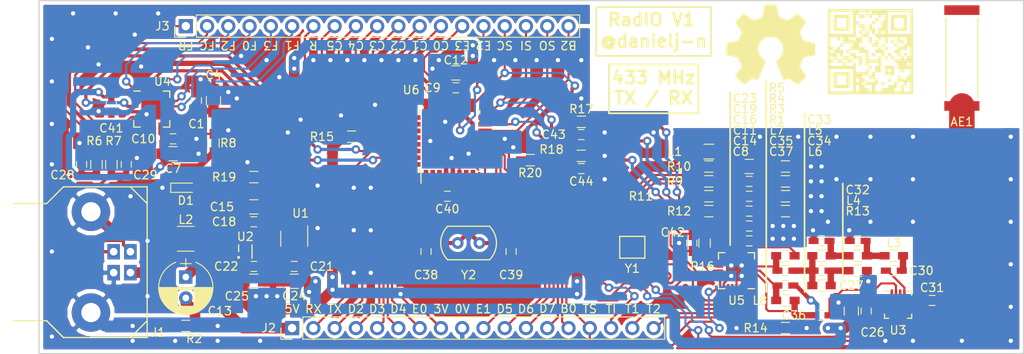
<source format=kicad_pcb>
(kicad_pcb (version 20171130) (host pcbnew 5.1.2)
  (layers (0 F.Cu signal) (31 B.Cu signal) (34 B.Paste user) (35 F.Paste user) (36 B.SilkS user) (37 F.SilkS user) (38 B.Mask user) (39 F.Mask user) (44 Edge.Cuts user))
  (net 0 "")
  (net 1 "Net-(AE1-Pad2)")
  (net 2 "Net-(AE1-Pad1)")
  (net 3 +5V)
  (net 4 FTDI_3V3)
  (net 5 +3.3VA)
  (net 6 GNDA)
  (net 7 +3V3)
  (net 8 "Net-(C11-Pad2)")
  (net 9 "Net-(C13-Pad2)")
  (net 10 "Net-(C16-Pad2)")
  (net 11 "Net-(C19-Pad2)")
  (net 12 +2V8)
  (net 13 "Net-(C23-Pad2)")
  (net 14 USB_D+)
  (net 15 USB_D-)
  (net 16 "Net-(C30-Pad1)")
  (net 17 switch_tx)
  (net 18 "Net-(C31-Pad1)")
  (net 19 "Net-(C32-Pad1)")
  (net 20 "Net-(C33-Pad1)")
  (net 21 "Net-(C34-Pad1)")
  (net 22 "Net-(C34-Pad2)")
  (net 23 transceiver_tx)
  (net 24 transceiver_rx+)
  (net 25 switch_rx)
  (net 26 transceiver_rx-)
  (net 27 "Net-(C38-Pad2)")
  (net 28 "Net-(C39-Pad2)")
  (net 29 "Net-(J1-Pad1)")
  (net 30 UART_RX)
  (net 31 UART_TX)
  (net 32 PD2_breakout)
  (net 33 PD3_breakout)
  (net 34 PD4_breakout)
  (net 35 PE0_breakout)
  (net 36 PE1_breakout)
  (net 37 PD5_breakout)
  (net 38 PD6_breakout)
  (net 39 PD7_breakout)
  (net 40 PB0_breakout)
  (net 41 PB2_breakout)
  (net 42 nIRQ_breakout)
  (net 43 CBUS3_breakout)
  (net 44 CBUS2_breakout)
  (net 45 CBUS1_breakout)
  (net 46 CBUS0_breakout)
  (net 47 CTS_breakout)
  (net 48 RTS_breakout)
  (net 49 PC5_breakout)
  (net 50 PC4_breakout)
  (net 51 PC3_breakout)
  (net 52 PC2_breakout)
  (net 53 PC1_breakout)
  (net 54 PC0_breakout)
  (net 55 PE3_breakout)
  (net 56 PE2_breakout)
  (net 57 SPI_select_transceiver)
  (net 58 "Net-(R6-Pad2)")
  (net 59 "Net-(R7-Pad1)")
  (net 60 "Net-(R8-Pad1)")
  (net 61 RF_switch_1)
  (net 62 RF_switch_2)
  (net 63 "Net-(R11-Pad2)")
  (net 64 "Net-(R14-Pad2)")
  (net 65 "Net-(U5-Pad7)")
  (net 66 "Net-(U5-Pad16)")
  (net 67 "Net-(U5-Pad17)")
  (net 68 MCU_MISO)
  (net 69 transceiver_CLK)
  (net 70 transceiver_MOSI)
  (net 71 transceiver_GPIO_breakout_1)
  (net 72 transceiver_GPIO_breakout_2)
  (net 73 MCU_CLK)
  (net 74 MCU_MOSI)
  (net 75 transceiver_MISO)
  (net 76 "Net-(R10-Pad1)")
  (net 77 "Net-(D1-Pad2)")
  (net 78 MCU_reset)
  (module radio_v1:Via_40x20 (layer F.Cu) (at 139.954 131.064)
    (fp_text reference V*** hide)
    (fp_text value Via_40x20 hide)
    (pad ~ thru_hole circle (at 0 0) (size 1.016 1.016) (drill 0.508) (layers *.Cu) (net 6 GNDA))
  )
  (module radio_v1:Via_40x20 (layer F.Cu) (at 150.114 131.064)
    (fp_text reference V*** hide)
    (fp_text value Via_40x20 hide)
    (pad ~ thru_hole circle (at 0 0) (size 1.016 1.016) (drill 0.508) (layers *.Cu) (net 6 GNDA))
  )
  (module radio_v1:Via_40x20 (layer F.Cu) (at 184.404 106.934)
    (fp_text reference V*** hide)
    (fp_text value Via_40x20 hide)
    (pad ~ thru_hole circle (at 0 0) (size 1.016 1.016) (drill 0.508) (layers *.Cu) (net 6 GNDA))
  )
  (module radio_v1:Via_40x20 (layer F.Cu) (at 185.42 107.95)
    (fp_text reference V*** hide)
    (fp_text value Via_40x20 hide)
    (pad ~ thru_hole circle (at 0 0) (size 1.016 1.016) (drill 0.508) (layers *.Cu) (net 6 GNDA))
  )
  (module radio_v1:Via_40x20 (layer F.Cu) (at 196.342 108.966)
    (fp_text reference V*** hide)
    (fp_text value Via_40x20 hide)
    (pad ~ thru_hole circle (at 0 0) (size 1.016 1.016) (drill 0.508) (layers *.Cu) (net 6 GNDA))
  )
  (module radio_v1:Via_40x20 (layer F.Cu) (at 224.028 111.76)
    (fp_text reference V*** hide)
    (fp_text value Via_40x20 hide)
    (pad ~ thru_hole circle (at 0 0) (size 1.016 1.016) (drill 0.508) (layers *.Cu) (net 6 GNDA))
  )
  (module radio_v1:Via_40x20 (layer F.Cu) (at 139.7 113.792)
    (fp_text reference V*** hide)
    (fp_text value Via_40x20 hide)
    (pad ~ thru_hole circle (at 0 0) (size 1.016 1.016) (drill 0.508) (layers *.Cu) (net 6 GNDA))
  )
  (module radio_v1:Via_40x20 (layer F.Cu) (at 157.48 99.568)
    (fp_text reference V*** hide)
    (fp_text value Via_40x20 hide)
    (pad ~ thru_hole circle (at 0 0) (size 1.016 1.016) (drill 0.508) (layers *.Cu) (net 6 GNDA))
  )
  (module radio_v1:Via_40x20 (layer F.Cu) (at 153.67 109.728)
    (fp_text reference V*** hide)
    (fp_text value Via_40x20 hide)
    (pad ~ thru_hole circle (at 0 0) (size 1.016 1.016) (drill 0.508) (layers *.Cu) (net 6 GNDA))
  )
  (module radio_v1:Via_40x20 (layer F.Cu) (at 151.384 105.918)
    (fp_text reference V*** hide)
    (fp_text value Via_40x20 hide)
    (pad ~ thru_hole circle (at 0 0) (size 1.016 1.016) (drill 0.508) (layers *.Cu) (net 6 GNDA))
  )
  (module radio_v1:Via_40x20 (layer F.Cu) (at 134.62 96.012)
    (fp_text reference V*** hide)
    (fp_text value Via_40x20 hide)
    (pad ~ thru_hole circle (at 0 0) (size 1.016 1.016) (drill 0.508) (layers *.Cu) (net 6 GNDA))
  )
  (module radio_v1:Via_40x20 (layer F.Cu) (at 135.89 98.044)
    (fp_text reference V*** hide)
    (fp_text value Via_40x20 hide)
    (pad ~ thru_hole circle (at 0 0) (size 1.016 1.016) (drill 0.508) (layers *.Cu) (net 6 GNDA))
  )
  (module radio_v1:Via_40x20 (layer F.Cu) (at 140.208 94.488)
    (fp_text reference V*** hide)
    (fp_text value Via_40x20 hide)
    (pad ~ thru_hole circle (at 0 0) (size 1.016 1.016) (drill 0.508) (layers *.Cu) (net 6 GNDA))
  )
  (module radio_v1:Via_40x20 (layer F.Cu) (at 152.908 97.028)
    (fp_text reference V*** hide)
    (fp_text value Via_40x20 hide)
    (pad ~ thru_hole circle (at 0 0) (size 1.016 1.016) (drill 0.508) (layers *.Cu) (net 6 GNDA))
  )
  (module radio_v1:Via_40x20 (layer F.Cu) (at 155.956 97.536)
    (fp_text reference V*** hide)
    (fp_text value Via_40x20 hide)
    (pad ~ thru_hole circle (at 0 0) (size 1.016 1.016) (drill 0.508) (layers *.Cu) (net 6 GNDA))
  )
  (module radio_v1:UJ2-BH-1-TH (layer F.Cu) (at 138.684 121.666 270)
    (fp_text reference J1 (at 8.382 -4.318) (layer F.SilkS))
    (fp_text value USB_B hide)
    (pad 2 thru_hole rect (at -1.25 -1 270) (size 1.84 1.5) (drill 0.92) (layers *.Cu *.Mask) (net 15 USB_D-))
    (pad 1 thru_hole rect (at 1.25 -1 270) (size 1.84 1.5) (drill 0.92) (layers *.Cu *.Mask) (net 29 "Net-(J1-Pad1)"))
    (pad 3 thru_hole rect (at -1.25 1 270) (size 1.84 1.5) (drill 0.92) (layers *.Cu *.Mask) (net 14 USB_D+))
    (pad 4 thru_hole rect (at 1.25 1 270) (size 1.84 1.5) (drill 0.92) (layers *.Cu *.Mask) (net 6 GNDA))
    (pad 5 thru_hole circle (at 6.02 3.71 270) (size 4.6 4.6) (drill 2.3) (layers *.Cu *.Mask) (net 6 GNDA))
    (pad 5 thru_hole circle (at -6.02 3.71 270) (size 4.6 4.6) (drill 2.3) (layers *.Cu *.Mask) (net 6 GNDA))
  )
  (module radio_v1:Via_40x20 (layer F.Cu) (at 140.97 98.298)
    (fp_text reference V*** hide)
    (fp_text value Via_40x20 hide)
    (pad ~ thru_hole circle (at 0 0) (size 1.016 1.016) (drill 0.508) (layers *.Cu) (net 6 GNDA))
  )
  (module radio_v1:Via_40x20 (layer F.Cu) (at 150.114 129.286)
    (fp_text reference V*** hide)
    (fp_text value Via_40x20 hide)
    (pad ~ thru_hole circle (at 0 0) (size 1.016 1.016) (drill 0.508) (layers *.Cu) (net 6 GNDA))
  )
  (module radio_v1:Via_40x20 (layer F.Cu) (at 141.732 119.126)
    (fp_text reference V*** hide)
    (fp_text value Via_40x20 hide)
    (pad ~ thru_hole circle (at 0 0) (size 1.016 1.016) (drill 0.508) (layers *.Cu) (net 6 GNDA))
  )
  (module Housings_QFP:TQFP-32_7x7mm_Pitch0.8mm (layer F.Cu) (at 177.8 107.188 90)
    (fp_text reference U6 (at 6.096 -4.572 180) (layer F.SilkS))
    (fp_text value ATMEGA328PB-AU hide)
    (pad 1 smd rect (at -4.25 -2.8 90) (size 1.6 0.55) (layers F.Cu F.Paste F.Mask) (net 33 PD3_breakout))
    (pad 2 smd rect (at -4.25 -2 90) (size 1.6 0.55) (layers F.Cu F.Paste F.Mask) (net 34 PD4_breakout))
    (pad 3 smd rect (at -4.25 -1.2 90) (size 1.6 0.55) (layers F.Cu F.Paste F.Mask) (net 35 PE0_breakout))
    (pad 4 smd rect (at -4.25 -0.4 90) (size 1.6 0.55) (layers F.Cu F.Paste F.Mask) (net 7 +3V3))
    (pad 5 smd rect (at -4.25 0.4 90) (size 1.6 0.55) (layers F.Cu F.Paste F.Mask) (net 6 GNDA))
    (pad 6 smd rect (at -4.25 1.2 90) (size 1.6 0.55) (layers F.Cu F.Paste F.Mask) (net 36 PE1_breakout))
    (pad 7 smd rect (at -4.25 2 90) (size 1.6 0.55) (layers F.Cu F.Paste F.Mask) (net 27 "Net-(C38-Pad2)"))
    (pad 8 smd rect (at -4.25 2.8 90) (size 1.6 0.55) (layers F.Cu F.Paste F.Mask) (net 28 "Net-(C39-Pad2)"))
    (pad 9 smd rect (at -2.8 4.25 180) (size 1.6 0.55) (layers F.Cu F.Paste F.Mask) (net 37 PD5_breakout))
    (pad 10 smd rect (at -2 4.25 180) (size 1.6 0.55) (layers F.Cu F.Paste F.Mask) (net 38 PD6_breakout))
    (pad 11 smd rect (at -1.2 4.25 180) (size 1.6 0.55) (layers F.Cu F.Paste F.Mask) (net 39 PD7_breakout))
    (pad 12 smd rect (at -0.4 4.25 180) (size 1.6 0.55) (layers F.Cu F.Paste F.Mask) (net 40 PB0_breakout))
    (pad 13 smd rect (at 0.4 4.25 180) (size 1.6 0.55) (layers F.Cu F.Paste F.Mask) (net 57 SPI_select_transceiver))
    (pad 14 smd rect (at 1.2 4.25 180) (size 1.6 0.55) (layers F.Cu F.Paste F.Mask) (net 41 PB2_breakout))
    (pad 15 smd rect (at 2 4.25 180) (size 1.6 0.55) (layers F.Cu F.Paste F.Mask) (net 74 MCU_MOSI))
    (pad 16 smd rect (at 2.8 4.25 180) (size 1.6 0.55) (layers F.Cu F.Paste F.Mask) (net 68 MCU_MISO))
    (pad 17 smd rect (at 4.25 2.8 90) (size 1.6 0.55) (layers F.Cu F.Paste F.Mask) (net 73 MCU_CLK))
    (pad 18 smd rect (at 4.25 2 90) (size 1.6 0.55) (layers F.Cu F.Paste F.Mask) (net 7 +3V3))
    (pad 19 smd rect (at 4.25 1.2 90) (size 1.6 0.55) (layers F.Cu F.Paste F.Mask) (net 56 PE2_breakout))
    (pad 20 smd rect (at 4.25 0.4 90) (size 1.6 0.55) (layers F.Cu F.Paste F.Mask) (net 7 +3V3))
    (pad 21 smd rect (at 4.25 -0.4 90) (size 1.6 0.55) (layers F.Cu F.Paste F.Mask) (net 6 GNDA))
    (pad 22 smd rect (at 4.25 -1.2 90) (size 1.6 0.55) (layers F.Cu F.Paste F.Mask) (net 55 PE3_breakout))
    (pad 23 smd rect (at 4.25 -2 90) (size 1.6 0.55) (layers F.Cu F.Paste F.Mask) (net 54 PC0_breakout))
    (pad 24 smd rect (at 4.25 -2.8 90) (size 1.6 0.55) (layers F.Cu F.Paste F.Mask) (net 53 PC1_breakout))
    (pad 25 smd rect (at 2.8 -4.25 180) (size 1.6 0.55) (layers F.Cu F.Paste F.Mask) (net 52 PC2_breakout))
    (pad 26 smd rect (at 2 -4.25 180) (size 1.6 0.55) (layers F.Cu F.Paste F.Mask) (net 51 PC3_breakout))
    (pad 27 smd rect (at 1.2 -4.25 180) (size 1.6 0.55) (layers F.Cu F.Paste F.Mask) (net 50 PC4_breakout))
    (pad 28 smd rect (at 0.4 -4.25 180) (size 1.6 0.55) (layers F.Cu F.Paste F.Mask) (net 49 PC5_breakout))
    (pad 29 smd rect (at -0.4 -4.25 180) (size 1.6 0.55) (layers F.Cu F.Paste F.Mask) (net 78 MCU_reset))
    (pad 30 smd rect (at -1.2 -4.25 180) (size 1.6 0.55) (layers F.Cu F.Paste F.Mask) (net 30 UART_RX))
    (pad 31 smd rect (at -2 -4.25 180) (size 1.6 0.55) (layers F.Cu F.Paste F.Mask) (net 31 UART_TX))
    (pad 32 smd rect (at -2.8 -4.25 180) (size 1.6 0.55) (layers F.Cu F.Paste F.Mask) (net 32 PD2_breakout))
  )
  (module radio_v1:Via_40x20 (layer F.Cu) (at 141.732 125.73)
    (fp_text reference V*** hide)
    (fp_text value Via_40x20 hide)
    (pad ~ thru_hole circle (at 0 0) (size 1.016 1.016) (drill 0.508) (layers *.Cu) (net 6 GNDA))
  )
  (module radio_v1:Via_40x20 (layer F.Cu) (at 196.342 106.172)
    (fp_text reference V*** hide)
    (fp_text value Via_40x20 hide)
    (pad ~ thru_hole circle (at 0 0) (size 1.016 1.016) (drill 0.508) (layers *.Cu) (net 6 GNDA))
  )
  (module radio_v1:Via_40x20 (layer F.Cu) (at 164.846 104.14)
    (fp_text reference V*** hide)
    (fp_text value Via_40x20 hide)
    (pad ~ thru_hole circle (at 0 0) (size 1.016 1.016) (drill 0.508) (layers *.Cu) (net 6 GNDA))
  )
  (module radio_v1:Via_40x20 (layer F.Cu) (at 160.02 104.648)
    (fp_text reference V*** hide)
    (fp_text value Via_40x20 hide)
    (pad ~ thru_hole circle (at 0 0) (size 1.016 1.016) (drill 0.508) (layers *.Cu) (net 6 GNDA))
  )
  (module radio_v1:Via_40x20 (layer F.Cu) (at 190.754 97.536)
    (fp_text reference V*** hide)
    (fp_text value Via_40x20 hide)
    (pad ~ thru_hole circle (at 0 0) (size 1.016 1.016) (drill 0.508) (layers *.Cu) (net 6 GNDA))
  )
  (module radio_v1:Via_40x20 (layer F.Cu) (at 188.214 97.536)
    (fp_text reference V*** hide)
    (fp_text value Via_40x20 hide)
    (pad ~ thru_hole circle (at 0 0) (size 1.016 1.016) (drill 0.508) (layers *.Cu) (net 6 GNDA))
  )
  (module radio_v1:Via_40x20 (layer F.Cu) (at 185.674 97.536)
    (fp_text reference V*** hide)
    (fp_text value Via_40x20 hide)
    (pad ~ thru_hole circle (at 0 0) (size 1.016 1.016) (drill 0.508) (layers *.Cu) (net 6 GNDA))
  )
  (module radio_v1:Via_40x20 (layer F.Cu) (at 183.134 97.536)
    (fp_text reference V*** hide)
    (fp_text value Via_40x20 hide)
    (pad ~ thru_hole circle (at 0 0) (size 1.016 1.016) (drill 0.508) (layers *.Cu) (net 6 GNDA))
  )
  (module radio_v1:Via_40x20 (layer F.Cu) (at 173.736 97.536)
    (fp_text reference V*** hide)
    (fp_text value Via_40x20 hide)
    (pad ~ thru_hole circle (at 0 0) (size 1.016 1.016) (drill 0.508) (layers *.Cu) (net 6 GNDA))
  )
  (module radio_v1:Via_40x20 (layer F.Cu) (at 171.704 97.536)
    (fp_text reference V*** hide)
    (fp_text value Via_40x20 hide)
    (pad ~ thru_hole circle (at 0 0) (size 1.016 1.016) (drill 0.508) (layers *.Cu) (net 6 GNDA))
  )
  (module radio_v1:Via_40x20 (layer F.Cu) (at 169.672 97.536)
    (fp_text reference V*** hide)
    (fp_text value Via_40x20 hide)
    (pad ~ thru_hole circle (at 0 0) (size 1.016 1.016) (drill 0.508) (layers *.Cu) (net 6 GNDA))
  )
  (module radio_v1:Via_40x20 (layer F.Cu) (at 167.64 97.536)
    (fp_text reference V*** hide)
    (fp_text value Via_40x20 hide)
    (pad ~ thru_hole circle (at 0 0) (size 1.016 1.016) (drill 0.508) (layers *.Cu) (net 6 GNDA))
  )
  (module radio_v1:Via_40x20 (layer F.Cu) (at 165.608 97.536)
    (fp_text reference V*** hide)
    (fp_text value Via_40x20 hide)
    (pad ~ thru_hole circle (at 0 0) (size 1.016 1.016) (drill 0.508) (layers *.Cu) (net 6 GNDA))
  )
  (module radio_v1:Via_40x20 (layer F.Cu) (at 163.576 97.536)
    (fp_text reference V*** hide)
    (fp_text value Via_40x20 hide)
    (pad ~ thru_hole circle (at 0 0) (size 1.016 1.016) (drill 0.508) (layers *.Cu) (net 6 GNDA))
  )
  (module radio_v1:Via_40x20 (layer F.Cu) (at 161.544 97.536)
    (fp_text reference V*** hide)
    (fp_text value Via_40x20 hide)
    (pad ~ thru_hole circle (at 0 0) (size 1.016 1.016) (drill 0.508) (layers *.Cu) (net 6 GNDA))
  )
  (module radio_v1:Via_40x20 (layer F.Cu) (at 158.496 106.172)
    (fp_text reference V*** hide)
    (fp_text value Via_40x20 hide)
    (pad ~ thru_hole circle (at 0 0) (size 1.016 1.016) (drill 0.508) (layers *.Cu) (net 6 GNDA))
  )
  (module radio_v1:Via_40x20 (layer F.Cu) (at 212.09 129.54)
    (fp_text reference V*** hide)
    (fp_text value Via_40x20 hide)
    (pad ~ thru_hole circle (at 0 0) (size 1.016 1.016) (drill 0.508) (layers *.Cu) (net 6 GNDA))
  )
  (module radio_v1:Via_40x20 (layer F.Cu) (at 239.014 131.064)
    (fp_text reference V*** hide)
    (fp_text value Via_40x20 hide)
    (pad ~ thru_hole circle (at 0 0) (size 1.016 1.016) (drill 0.508) (layers *.Cu) (net 6 GNDA))
  )
  (module radio_v1:Via_40x20 (layer F.Cu) (at 244.856 106.68)
    (fp_text reference V*** hide)
    (fp_text value Via_40x20 hide)
    (pad ~ thru_hole circle (at 0 0) (size 1.016 1.016) (drill 0.508) (layers *.Cu) (net 6 GNDA))
  )
  (module radio_v1:Via_40x20 (layer F.Cu) (at 244.856 111.76)
    (fp_text reference V*** hide)
    (fp_text value Via_40x20 hide)
    (pad ~ thru_hole circle (at 0 0) (size 1.016 1.016) (drill 0.508) (layers *.Cu) (net 6 GNDA))
  )
  (module radio_v1:Via_40x20 (layer F.Cu) (at 244.856 116.84)
    (fp_text reference V*** hide)
    (fp_text value Via_40x20 hide)
    (pad ~ thru_hole circle (at 0 0) (size 1.016 1.016) (drill 0.508) (layers *.Cu) (net 6 GNDA))
  )
  (module radio_v1:Via_40x20 (layer F.Cu) (at 244.856 121.92)
    (fp_text reference V*** hide)
    (fp_text value Via_40x20 hide)
    (pad ~ thru_hole circle (at 0 0) (size 1.016 1.016) (drill 0.508) (layers *.Cu) (net 6 GNDA))
  )
  (module radio_v1:Via_40x20 (layer F.Cu) (at 244.856 127)
    (fp_text reference V*** hide)
    (fp_text value Via_40x20 hide)
    (pad ~ thru_hole circle (at 0 0) (size 1.016 1.016) (drill 0.508) (layers *.Cu) (net 6 GNDA))
  )
  (module radio_v1:Via_40x20 (layer F.Cu) (at 244.856 131.064)
    (fp_text reference V*** hide)
    (fp_text value Via_40x20 hide)
    (pad ~ thru_hole circle (at 0 0) (size 1.016 1.016) (drill 0.508) (layers *.Cu) (net 6 GNDA))
  )
  (module radio_v1:Via_40x20 (layer F.Cu) (at 233.172 131.064)
    (fp_text reference V*** hide)
    (fp_text value Via_40x20 hide)
    (pad ~ thru_hole circle (at 0 0) (size 1.016 1.016) (drill 0.508) (layers *.Cu) (net 6 GNDA))
  )
  (module radio_v1:Via_40x20 (layer F.Cu) (at 229.87 131.064)
    (fp_text reference V*** hide)
    (fp_text value Via_40x20 hide)
    (pad ~ thru_hole circle (at 0 0) (size 1.016 1.016) (drill 0.508) (layers *.Cu) (net 6 GNDA))
  )
  (module radio_v1:Via_40x20 (layer F.Cu) (at 233.172 116.84)
    (fp_text reference V*** hide)
    (fp_text value Via_40x20 hide)
    (pad ~ thru_hole circle (at 0 0) (size 1.016 1.016) (drill 0.508) (layers *.Cu) (net 6 GNDA))
  )
  (module radio_v1:Via_40x20 (layer F.Cu) (at 233.172 111.76)
    (fp_text reference V*** hide)
    (fp_text value Via_40x20 hide)
    (pad ~ thru_hole circle (at 0 0) (size 1.016 1.016) (drill 0.508) (layers *.Cu) (net 6 GNDA))
  )
  (module radio_v1:Via_40x20 (layer F.Cu) (at 233.172 106.68)
    (fp_text reference V*** hide)
    (fp_text value Via_40x20 hide)
    (pad ~ thru_hole circle (at 0 0) (size 1.016 1.016) (drill 0.508) (layers *.Cu) (net 6 GNDA))
  )
  (module radio_v1:Via_40x20 (layer F.Cu) (at 228.092 106.68)
    (fp_text reference V*** hide)
    (fp_text value Via_40x20 hide)
    (pad ~ thru_hole circle (at 0 0) (size 1.016 1.016) (drill 0.508) (layers *.Cu) (net 6 GNDA))
  )
  (module radio_v1:Via_40x20 (layer F.Cu) (at 228.092 111.76)
    (fp_text reference V*** hide)
    (fp_text value Via_40x20 hide)
    (pad ~ thru_hole circle (at 0 0) (size 1.016 1.016) (drill 0.508) (layers *.Cu) (net 6 GNDA))
  )
  (module radio_v1:Via_40x20 (layer F.Cu) (at 228.092 116.84)
    (fp_text reference V*** hide)
    (fp_text value Via_40x20 hide)
    (pad ~ thru_hole circle (at 0 0) (size 1.016 1.016) (drill 0.508) (layers *.Cu) (net 6 GNDA))
  )
  (module radio_v1:Via_40x20 (layer F.Cu) (at 223.012 116.84)
    (fp_text reference V*** hide)
    (fp_text value Via_40x20 hide)
    (pad ~ thru_hole circle (at 0 0) (size 1.016 1.016) (drill 0.508) (layers *.Cu) (net 6 GNDA))
  )
  (module radio_v1:Via_40x20 (layer F.Cu) (at 224.028 106.68)
    (fp_text reference V*** hide)
    (fp_text value Via_40x20 hide)
    (pad ~ thru_hole circle (at 0 0) (size 1.016 1.016) (drill 0.508) (layers *.Cu) (net 6 GNDA))
  )
  (module radio_v1:Via_40x20 (layer F.Cu) (at 219.456 106.68)
    (fp_text reference V*** hide)
    (fp_text value Via_40x20 hide)
    (pad ~ thru_hole circle (at 0 0) (size 1.016 1.016) (drill 0.508) (layers *.Cu) (net 6 GNDA))
  )
  (module radio_v1:Via_40x20 (layer F.Cu) (at 214.884 106.68)
    (fp_text reference V*** hide)
    (fp_text value Via_40x20 hide)
    (pad ~ thru_hole circle (at 0 0) (size 1.016 1.016) (drill 0.508) (layers *.Cu) (net 6 GNDA))
  )
  (module radio_v1:Via_40x20 (layer F.Cu) (at 202.184 106.172)
    (fp_text reference V*** hide)
    (fp_text value Via_40x20 hide)
    (pad ~ thru_hole circle (at 0 0) (size 1.016 1.016) (drill 0.508) (layers *.Cu) (net 6 GNDA))
  )
  (module radio_v1:Via_40x20 (layer F.Cu) (at 196.342 111.76)
    (fp_text reference V*** hide)
    (fp_text value Via_40x20 hide)
    (pad ~ thru_hole circle (at 0 0) (size 1.016 1.016) (drill 0.508) (layers *.Cu) (net 6 GNDA))
  )
  (module radio_v1:Via_40x20 (layer F.Cu) (at 193.548 102.108)
    (fp_text reference V*** hide)
    (fp_text value Via_40x20 hide)
    (pad ~ thru_hole circle (at 0 0) (size 1.016 1.016) (drill 0.508) (layers *.Cu) (net 6 GNDA))
  )
  (module radio_v1:Via_40x20 (layer F.Cu) (at 193.548 97.536)
    (fp_text reference V*** hide)
    (fp_text value Via_40x20 hide)
    (pad ~ thru_hole circle (at 0 0) (size 1.016 1.016) (drill 0.508) (layers *.Cu) (net 6 GNDA))
  )
  (module radio_v1:Via_40x20 (layer F.Cu) (at 180.086 108.712)
    (fp_text reference V*** hide)
    (fp_text value Via_40x20 hide)
    (pad ~ thru_hole circle (at 0 0) (size 1.016 1.016) (drill 0.508) (layers *.Cu) (net 6 GNDA))
  )
  (module radio_v1:Via_40x20 (layer F.Cu) (at 175.514 107.188)
    (fp_text reference V*** hide)
    (fp_text value Via_40x20 hide)
    (pad ~ thru_hole circle (at 0 0) (size 1.016 1.016) (drill 0.508) (layers *.Cu) (net 6 GNDA))
  )
  (module radio_v1:Via_40x20 (layer F.Cu) (at 168.91 102.87)
    (fp_text reference V*** hide)
    (fp_text value Via_40x20 hide)
    (pad ~ thru_hole circle (at 0 0) (size 1.016 1.016) (drill 0.508) (layers *.Cu) (net 6 GNDA))
  )
  (module radio_v1:Via_40x20 (layer F.Cu) (at 166.37 112.776)
    (fp_text reference V*** hide)
    (fp_text value Via_40x20 hide)
    (pad ~ thru_hole circle (at 0 0) (size 1.016 1.016) (drill 0.508) (layers *.Cu) (net 6 GNDA))
  )
  (module radio_v1:Via_40x20 (layer F.Cu) (at 168.402 112.776)
    (fp_text reference V*** hide)
    (fp_text value Via_40x20 hide)
    (pad ~ thru_hole circle (at 0 0) (size 1.016 1.016) (drill 0.508) (layers *.Cu) (net 6 GNDA))
  )
  (module radio_v1:Via_40x20 (layer F.Cu) (at 168.402 122.936)
    (fp_text reference V*** hide)
    (fp_text value Via_40x20 hide)
    (pad ~ thru_hole circle (at 0 0) (size 1.016 1.016) (drill 0.508) (layers *.Cu) (net 6 GNDA))
  )
  (module radio_v1:Via_40x20 (layer F.Cu) (at 168.402 117.856)
    (fp_text reference V*** hide)
    (fp_text value Via_40x20 hide)
    (pad ~ thru_hole circle (at 0 0) (size 1.016 1.016) (drill 0.508) (layers *.Cu) (net 6 GNDA))
  )
  (module radio_v1:Via_40x20 (layer F.Cu) (at 166.37 117.856)
    (fp_text reference V*** hide)
    (fp_text value Via_40x20 hide)
    (pad ~ thru_hole circle (at 0 0) (size 1.016 1.016) (drill 0.508) (layers *.Cu) (net 6 GNDA))
  )
  (module radio_v1:Via_40x20 (layer F.Cu) (at 166.37 122.936)
    (fp_text reference V*** hide)
    (fp_text value Via_40x20 hide)
    (pad ~ thru_hole circle (at 0 0) (size 1.016 1.016) (drill 0.508) (layers *.Cu) (net 6 GNDA))
  )
  (module radio_v1:Via_40x20 (layer F.Cu) (at 162.052 117.602)
    (fp_text reference V*** hide)
    (fp_text value Via_40x20 hide)
    (pad ~ thru_hole circle (at 0 0) (size 1.016 1.016) (drill 0.508) (layers *.Cu) (net 6 GNDA))
  )
  (module radio_v1:Via_40x20 (layer F.Cu) (at 162.052 112.522)
    (fp_text reference V*** hide)
    (fp_text value Via_40x20 hide)
    (pad ~ thru_hole circle (at 0 0) (size 1.016 1.016) (drill 0.508) (layers *.Cu) (net 6 GNDA))
  )
  (module radio_v1:Via_40x20 (layer F.Cu) (at 143.002 91.948)
    (fp_text reference V*** hide)
    (fp_text value Via_40x20 hide)
    (pad ~ thru_hole circle (at 0 0) (size 1.016 1.016) (drill 0.508) (layers *.Cu) (net 6 GNDA))
  )
  (module radio_v1:Via_40x20 (layer F.Cu) (at 137.922 91.948)
    (fp_text reference V*** hide)
    (fp_text value Via_40x20 hide)
    (pad ~ thru_hole circle (at 0 0) (size 1.016 1.016) (drill 0.508) (layers *.Cu) (net 6 GNDA))
  )
  (module radio_v1:Via_40x20 (layer F.Cu) (at 132.842 91.948)
    (fp_text reference V*** hide)
    (fp_text value Via_40x20 hide)
    (pad ~ thru_hole circle (at 0 0) (size 1.016 1.016) (drill 0.508) (layers *.Cu) (net 6 GNDA))
  )
  (module radio_v1:Via_40x20 (layer F.Cu) (at 130.302 94.996)
    (fp_text reference V*** hide)
    (fp_text value Via_40x20 hide)
    (pad ~ thru_hole circle (at 0 0) (size 1.016 1.016) (drill 0.508) (layers *.Cu) (net 6 GNDA))
  )
  (module radio_v1:Via_40x20 (layer F.Cu) (at 130.302 100.076)
    (fp_text reference V*** hide)
    (fp_text value Via_40x20 hide)
    (pad ~ thru_hole circle (at 0 0) (size 1.016 1.016) (drill 0.508) (layers *.Cu) (net 6 GNDA))
  )
  (module radio_v1:Via_40x20 (layer F.Cu) (at 130.302 105.156)
    (fp_text reference V*** hide)
    (fp_text value Via_40x20 hide)
    (pad ~ thru_hole circle (at 0 0) (size 1.016 1.016) (drill 0.508) (layers *.Cu) (net 6 GNDA))
  )
  (module radio_v1:Via_40x20 (layer F.Cu) (at 155.194 131.064)
    (fp_text reference V*** hide)
    (fp_text value Via_40x20 hide)
    (pad ~ thru_hole circle (at 0 0) (size 1.016 1.016) (drill 0.508) (layers *.Cu) (net 6 GNDA))
  )
  (module radio_v1:Via_40x20 (layer F.Cu) (at 145.034 131.064)
    (fp_text reference V*** hide)
    (fp_text value Via_40x20 hide)
    (pad ~ thru_hole circle (at 0 0) (size 1.016 1.016) (drill 0.508) (layers *.Cu) (net 6 GNDA))
  )
  (module radio_v1:Via_40x20 (layer F.Cu) (at 139.954 129.286)
    (fp_text reference V*** hide)
    (fp_text value Via_40x20 hide)
    (pad ~ thru_hole circle (at 0 0) (size 1.016 1.016) (drill 0.508) (layers *.Cu) (net 6 GNDA))
  )
  (module radio_v1:Via_40x20 (layer F.Cu) (at 130.302 130.556)
    (fp_text reference V*** hide)
    (fp_text value Via_40x20 hide)
    (pad ~ thru_hole circle (at 0 0) (size 1.016 1.016) (drill 0.508) (layers *.Cu) (net 6 GNDA))
  )
  (module radio_v1:Via_40x20 (layer F.Cu) (at 130.302 120.396)
    (fp_text reference V*** hide)
    (fp_text value Via_40x20 hide)
    (pad ~ thru_hole circle (at 0 0) (size 1.016 1.016) (drill 0.508) (layers *.Cu) (net 6 GNDA))
  )
  (module radio_v1:Via_40x20 (layer F.Cu) (at 130.302 109.982)
    (fp_text reference V*** hide)
    (fp_text value Via_40x20 hide)
    (pad ~ thru_hole circle (at 0 0) (size 1.016 1.016) (drill 0.508) (layers *.Cu) (net 6 GNDA))
  )
  (module Housings_DFN_QFN:QFN-16-1EP_3x3mm_Pitch0.5mm (layer F.Cu) (at 231.394 126.746)
    (fp_text reference U3 (at 0 3.048) (layer F.SilkS))
    (fp_text value SKY13380 hide)
    (pad 1 smd oval (at -1.475 -0.75) (size 0.75 0.3) (layers F.Cu F.Paste F.Mask) (net 6 GNDA))
    (pad 2 smd oval (at -1.475 -0.25) (size 0.75 0.3) (layers F.Cu F.Paste F.Mask) (net 12 +2V8))
    (pad 3 smd oval (at -1.475 0.25) (size 0.75 0.3) (layers F.Cu F.Paste F.Mask) (net 63 "Net-(R11-Pad2)"))
    (pad 4 smd oval (at -1.475 0.75) (size 0.75 0.3) (layers F.Cu F.Paste F.Mask) (net 76 "Net-(R10-Pad1)"))
    (pad 5 smd oval (at -0.75 1.475 90) (size 0.75 0.3) (layers F.Cu F.Paste F.Mask) (net 6 GNDA))
    (pad 6 smd oval (at -0.25 1.475 90) (size 0.75 0.3) (layers F.Cu F.Paste F.Mask) (net 6 GNDA))
    (pad 7 smd oval (at 0.25 1.475 90) (size 0.75 0.3) (layers F.Cu F.Paste F.Mask) (net 6 GNDA))
    (pad 8 smd oval (at 0.75 1.475 90) (size 0.75 0.3) (layers F.Cu F.Paste F.Mask) (net 6 GNDA))
    (pad 9 smd oval (at 1.475 0.75) (size 0.75 0.3) (layers F.Cu F.Paste F.Mask) (net 6 GNDA))
    (pad 10 smd oval (at 1.475 0.25) (size 0.75 0.3) (layers F.Cu F.Paste F.Mask) (net 6 GNDA))
    (pad 11 smd oval (at 1.475 -0.25) (size 0.75 0.3) (layers F.Cu F.Paste F.Mask) (net 18 "Net-(C31-Pad1)"))
    (pad 12 smd oval (at 1.475 -0.75) (size 0.75 0.3) (layers F.Cu F.Paste F.Mask) (net 6 GNDA))
    (pad 13 smd oval (at 0.75 -1.475 90) (size 0.75 0.3) (layers F.Cu F.Paste F.Mask) (net 17 switch_tx))
    (pad 14 smd oval (at 0.25 -1.475 90) (size 0.75 0.3) (layers F.Cu F.Paste F.Mask) (net 6 GNDA))
    (pad 15 smd oval (at -0.25 -1.475 90) (size 0.75 0.3) (layers F.Cu F.Paste F.Mask) (net 25 switch_rx))
    (pad 16 smd oval (at -0.75 -1.475 90) (size 0.75 0.3) (layers F.Cu F.Paste F.Mask) (net 6 GNDA))
    (pad 17 smd rect (at 0.45 0.45) (size 0.9 0.9) (layers F.Cu F.Paste F.Mask) (net 6 GNDA))
    (pad 17 smd rect (at 0.45 -0.45) (size 0.9 0.9) (layers F.Cu F.Paste F.Mask) (net 6 GNDA))
    (pad 17 smd rect (at -0.45 0.45) (size 0.9 0.9) (layers F.Cu F.Paste F.Mask) (net 6 GNDA))
    (pad 17 smd rect (at -0.45 -0.45) (size 0.9 0.9) (layers F.Cu F.Paste F.Mask) (net 6 GNDA))
  )
  (module Socket_Strips:Socket_Strip_Straight_1x18_Pitch2.54mm (layer F.Cu) (at 159.004 129.54 90)
    (fp_text reference J2 (at 0 -2.794 180) (layer F.SilkS))
    (fp_text value breakout_1 hide)
    (pad 1 thru_hole rect (at 0 0 90) (size 1.7 1.7) (drill 1) (layers *.Cu *.Mask) (net 3 +5V))
    (pad 2 thru_hole oval (at 0 2.54 90) (size 1.7 1.7) (drill 1) (layers *.Cu *.Mask) (net 30 UART_RX))
    (pad 3 thru_hole oval (at 0 5.08 90) (size 1.7 1.7) (drill 1) (layers *.Cu *.Mask) (net 31 UART_TX))
    (pad 4 thru_hole oval (at 0 7.62 90) (size 1.7 1.7) (drill 1) (layers *.Cu *.Mask) (net 32 PD2_breakout))
    (pad 5 thru_hole oval (at 0 10.16 90) (size 1.7 1.7) (drill 1) (layers *.Cu *.Mask) (net 33 PD3_breakout))
    (pad 6 thru_hole oval (at 0 12.7 90) (size 1.7 1.7) (drill 1) (layers *.Cu *.Mask) (net 34 PD4_breakout))
    (pad 7 thru_hole oval (at 0 15.24 90) (size 1.7 1.7) (drill 1) (layers *.Cu *.Mask) (net 35 PE0_breakout))
    (pad 8 thru_hole oval (at 0 17.78 90) (size 1.7 1.7) (drill 1) (layers *.Cu *.Mask) (net 7 +3V3))
    (pad 9 thru_hole oval (at 0 20.32 90) (size 1.7 1.7) (drill 1) (layers *.Cu *.Mask) (net 6 GNDA))
    (pad 10 thru_hole oval (at 0 22.86 90) (size 1.7 1.7) (drill 1) (layers *.Cu *.Mask) (net 36 PE1_breakout))
    (pad 11 thru_hole oval (at 0 25.4 90) (size 1.7 1.7) (drill 1) (layers *.Cu *.Mask) (net 37 PD5_breakout))
    (pad 12 thru_hole oval (at 0 27.94 90) (size 1.7 1.7) (drill 1) (layers *.Cu *.Mask) (net 38 PD6_breakout))
    (pad 13 thru_hole oval (at 0 30.48 90) (size 1.7 1.7) (drill 1) (layers *.Cu *.Mask) (net 39 PD7_breakout))
    (pad 14 thru_hole oval (at 0 33.02 90) (size 1.7 1.7) (drill 1) (layers *.Cu *.Mask) (net 40 PB0_breakout))
    (pad 15 thru_hole oval (at 0 35.56 90) (size 1.7 1.7) (drill 1) (layers *.Cu *.Mask) (net 57 SPI_select_transceiver))
    (pad 16 thru_hole oval (at 0 38.1 90) (size 1.7 1.7) (drill 1) (layers *.Cu *.Mask) (net 42 nIRQ_breakout))
    (pad 17 thru_hole oval (at 0 40.64 90) (size 1.7 1.7) (drill 1) (layers *.Cu *.Mask) (net 71 transceiver_GPIO_breakout_1))
    (pad 18 thru_hole oval (at 0 43.18 90) (size 1.7 1.7) (drill 1) (layers *.Cu *.Mask) (net 72 transceiver_GPIO_breakout_2))
  )
  (module Capacitors_SMD:C_0603_HandSoldering (layer F.Cu) (at 147.574 102.362 90)
    (fp_text reference C1 (at -2.794 0 180) (layer F.SilkS))
    (fp_text value 100nF hide)
    (pad 1 smd rect (at -0.95 0 90) (size 1.2 0.75) (layers F.Cu F.Paste F.Mask) (net 3 +5V))
    (pad 2 smd rect (at 0.95 0 90) (size 1.2 0.75) (layers F.Cu F.Paste F.Mask) (net 6 GNDA))
  )
  (module Capacitors_SMD:C_0805_HandSoldering (layer F.Cu) (at 149.606 102.362 90)
    (fp_text reference C4 (at 3.048 0 180) (layer F.SilkS))
    (fp_text value 10uF hide)
    (pad 1 smd rect (at -1.25 0 90) (size 1.5 1.25) (layers F.Cu F.Paste F.Mask) (net 3 +5V))
    (pad 2 smd rect (at 1.25 0 90) (size 1.5 1.25) (layers F.Cu F.Paste F.Mask) (net 6 GNDA))
  )
  (module Capacitors_SMD:C_0805_HandSoldering (layer F.Cu) (at 144.78 108.712)
    (fp_text reference C7 (at 0 1.778) (layer F.SilkS))
    (fp_text value 10uF hide)
    (pad 1 smd rect (at -1.25 0) (size 1.5 1.25) (layers F.Cu F.Paste F.Mask) (net 4 FTDI_3V3))
    (pad 2 smd rect (at 1.25 0) (size 1.5 1.25) (layers F.Cu F.Paste F.Mask) (net 6 GNDA))
  )
  (module Capacitors_SMD:C_0603_HandSoldering (layer F.Cu) (at 213.614 119.126)
    (fp_text reference C8 (at -1.016 -10.668) (layer F.SilkS))
    (fp_text value 100pF hide)
    (pad 1 smd rect (at -0.95 0) (size 1.2 0.75) (layers F.Cu F.Paste F.Mask) (net 5 +3.3VA))
    (pad 2 smd rect (at 0.95 0) (size 1.2 0.75) (layers F.Cu F.Paste F.Mask) (net 6 GNDA))
  )
  (module Capacitors_SMD:C_0603_HandSoldering (layer F.Cu) (at 178.562 100.838 180)
    (fp_text reference C9 (at 2.794 0 180) (layer F.SilkS))
    (fp_text value 100nF hide)
    (pad 1 smd rect (at -0.95 0 180) (size 1.2 0.75) (layers F.Cu F.Paste F.Mask) (net 7 +3V3))
    (pad 2 smd rect (at 0.95 0 180) (size 1.2 0.75) (layers F.Cu F.Paste F.Mask) (net 6 GNDA))
  )
  (module Capacitors_SMD:C_0603_HandSoldering (layer F.Cu) (at 144.78 106.934)
    (fp_text reference C10 (at -3.556 0) (layer F.SilkS))
    (fp_text value 100nF hide)
    (pad 1 smd rect (at -0.95 0) (size 1.2 0.75) (layers F.Cu F.Paste F.Mask) (net 4 FTDI_3V3))
    (pad 2 smd rect (at 0.95 0) (size 1.2 0.75) (layers F.Cu F.Paste F.Mask) (net 6 GNDA))
  )
  (module Capacitors_SMD:C_0603_HandSoldering (layer F.Cu) (at 213.614 115.57)
    (fp_text reference C11 (at -0.508 -9.652) (layer F.SilkS))
    (fp_text value 100pF hide)
    (pad 1 smd rect (at -0.95 0) (size 1.2 0.75) (layers F.Cu F.Paste F.Mask) (net 5 +3.3VA))
    (pad 2 smd rect (at 0.95 0) (size 1.2 0.75) (layers F.Cu F.Paste F.Mask) (net 8 "Net-(C11-Pad2)"))
  )
  (module Capacitors_SMD:C_0805_HandSoldering (layer F.Cu) (at 178.562 99.06 180)
    (fp_text reference C12 (at 0 1.524 180) (layer F.SilkS))
    (fp_text value 10uF hide)
    (pad 1 smd rect (at -1.25 0 180) (size 1.5 1.25) (layers F.Cu F.Paste F.Mask) (net 7 +3V3))
    (pad 2 smd rect (at 1.25 0 180) (size 1.5 1.25) (layers F.Cu F.Paste F.Mask) (net 6 GNDA))
  )
  (module Capacitors_THT:CP_Radial_D6.3mm_P2.50mm (layer F.Cu) (at 146.304 123.444 270)
    (fp_text reference C13 (at 4.064 -4.064) (layer F.SilkS))
    (fp_text value 100uF hide)
    (pad 1 thru_hole rect (at 0 0 270) (size 1.6 1.6) (drill 0.8) (layers *.Cu *.Mask) (net 3 +5V))
    (pad 2 thru_hole circle (at 2.5 0 270) (size 1.6 1.6) (drill 0.8) (layers *.Cu *.Mask) (net 9 "Net-(C13-Pad2)"))
  )
  (module Capacitors_SMD:C_0603_HandSoldering (layer F.Cu) (at 213.614 117.348)
    (fp_text reference C14 (at -0.508 -10.16) (layer F.SilkS))
    (fp_text value 1nF hide)
    (pad 1 smd rect (at -0.95 0) (size 1.2 0.75) (layers F.Cu F.Paste F.Mask) (net 5 +3.3VA))
    (pad 2 smd rect (at 0.95 0) (size 1.2 0.75) (layers F.Cu F.Paste F.Mask) (net 6 GNDA))
  )
  (module Capacitors_SMD:C_0805_HandSoldering (layer F.Cu) (at 154.432 115.062)
    (fp_text reference C15 (at -3.81 0) (layer F.SilkS))
    (fp_text value 10uF hide)
    (pad 1 smd rect (at -1.25 0) (size 1.5 1.25) (layers F.Cu F.Paste F.Mask) (net 3 +5V))
    (pad 2 smd rect (at 1.25 0) (size 1.5 1.25) (layers F.Cu F.Paste F.Mask) (net 6 GNDA))
  )
  (module Capacitors_SMD:C_0603_HandSoldering (layer F.Cu) (at 213.614 113.792)
    (fp_text reference C16 (at -0.508 -9.144) (layer F.SilkS))
    (fp_text value 1nF hide)
    (pad 1 smd rect (at -0.95 0) (size 1.2 0.75) (layers F.Cu F.Paste F.Mask) (net 5 +3.3VA))
    (pad 2 smd rect (at 0.95 0) (size 1.2 0.75) (layers F.Cu F.Paste F.Mask) (net 10 "Net-(C16-Pad2)"))
  )
  (module Capacitors_SMD:C_0603_HandSoldering (layer F.Cu) (at 154.432 116.84)
    (fp_text reference C18 (at -3.556 0) (layer F.SilkS))
    (fp_text value 100nF hide)
    (pad 1 smd rect (at -0.95 0) (size 1.2 0.75) (layers F.Cu F.Paste F.Mask) (net 3 +5V))
    (pad 2 smd rect (at 0.95 0) (size 1.2 0.75) (layers F.Cu F.Paste F.Mask) (net 6 GNDA))
  )
  (module Capacitors_SMD:C_0603_HandSoldering (layer F.Cu) (at 213.614 112.014)
    (fp_text reference C19 (at -0.508 -8.636) (layer F.SilkS))
    (fp_text value 100nF hide)
    (pad 1 smd rect (at -0.95 0) (size 1.2 0.75) (layers F.Cu F.Paste F.Mask) (net 5 +3.3VA))
    (pad 2 smd rect (at 0.95 0) (size 1.2 0.75) (layers F.Cu F.Paste F.Mask) (net 11 "Net-(C19-Pad2)"))
  )
  (module Capacitors_SMD:C_0603_HandSoldering (layer F.Cu) (at 159.258 122.174 180)
    (fp_text reference C21 (at -3.302 0 180) (layer F.SilkS))
    (fp_text value 100nF hide)
    (pad 1 smd rect (at -0.95 0 180) (size 1.2 0.75) (layers F.Cu F.Paste F.Mask) (net 12 +2V8))
    (pad 2 smd rect (at 0.95 0 180) (size 1.2 0.75) (layers F.Cu F.Paste F.Mask) (net 6 GNDA))
  )
  (module Capacitors_SMD:C_0603_HandSoldering (layer F.Cu) (at 154.432 122.174)
    (fp_text reference C22 (at -3.302 0) (layer F.SilkS))
    (fp_text value 100nF hide)
    (pad 1 smd rect (at -0.95 0) (size 1.2 0.75) (layers F.Cu F.Paste F.Mask) (net 7 +3V3))
    (pad 2 smd rect (at 0.95 0) (size 1.2 0.75) (layers F.Cu F.Paste F.Mask) (net 6 GNDA))
  )
  (module Capacitors_SMD:C_0805_HandSoldering (layer F.Cu) (at 213.614 110.236)
    (fp_text reference C23 (at -0.508 -8.128) (layer F.SilkS))
    (fp_text value 10uF hide)
    (pad 1 smd rect (at -1.25 0) (size 1.5 1.25) (layers F.Cu F.Paste F.Mask) (net 5 +3.3VA))
    (pad 2 smd rect (at 1.25 0) (size 1.5 1.25) (layers F.Cu F.Paste F.Mask) (net 13 "Net-(C23-Pad2)"))
  )
  (module Capacitors_SMD:C_0805_HandSoldering (layer F.Cu) (at 159.258 123.952 180)
    (fp_text reference C24 (at 0 -1.75 180) (layer F.SilkS))
    (fp_text value 10uF hide)
    (pad 1 smd rect (at -1.25 0 180) (size 1.5 1.25) (layers F.Cu F.Paste F.Mask) (net 12 +2V8))
    (pad 2 smd rect (at 1.25 0 180) (size 1.5 1.25) (layers F.Cu F.Paste F.Mask) (net 6 GNDA))
  )
  (module Capacitors_SMD:C_0805_HandSoldering (layer F.Cu) (at 154.432 123.952)
    (fp_text reference C25 (at -2.032 1.778) (layer F.SilkS))
    (fp_text value 10uF hide)
    (pad 1 smd rect (at -1.25 0) (size 1.5 1.25) (layers F.Cu F.Paste F.Mask) (net 7 +3V3))
    (pad 2 smd rect (at 1.25 0) (size 1.5 1.25) (layers F.Cu F.Paste F.Mask) (net 6 GNDA))
  )
  (module Capacitors_SMD:C_0603_HandSoldering (layer F.Cu) (at 227.584 127.508 90)
    (fp_text reference C26 (at -2.54 0.762) (layer F.SilkS))
    (fp_text value 100nF hide)
    (pad 1 smd rect (at -0.95 0 90) (size 1.2 0.75) (layers F.Cu F.Paste F.Mask) (net 12 +2V8))
    (pad 2 smd rect (at 0.95 0 90) (size 1.2 0.75) (layers F.Cu F.Paste F.Mask) (net 6 GNDA))
  )
  (module Capacitors_SMD:C_0805_HandSoldering (layer F.Cu) (at 225.806 127.508 90)
    (fp_text reference C27 (at 3.048 0) (layer F.SilkS))
    (fp_text value 10uF hide)
    (pad 1 smd rect (at -1.25 0 90) (size 1.5 1.25) (layers F.Cu F.Paste F.Mask) (net 12 +2V8))
    (pad 2 smd rect (at 1.25 0 90) (size 1.5 1.25) (layers F.Cu F.Paste F.Mask) (net 6 GNDA))
  )
  (module Capacitors_SMD:C_0603_HandSoldering (layer F.Cu) (at 133.858 109.982 90)
    (fp_text reference C28 (at -1.27 -2.286 180) (layer F.SilkS))
    (fp_text value 47pF hide)
    (pad 1 smd rect (at -0.95 0 90) (size 1.2 0.75) (layers F.Cu F.Paste F.Mask) (net 14 USB_D+))
    (pad 2 smd rect (at 0.95 0 90) (size 1.2 0.75) (layers F.Cu F.Paste F.Mask) (net 6 GNDA))
  )
  (module Capacitors_SMD:C_0603_HandSoldering (layer F.Cu) (at 139.192 109.982 90)
    (fp_text reference C29 (at -1.27 2.286 180) (layer F.SilkS))
    (fp_text value 47pF hide)
    (pad 1 smd rect (at -0.95 0 90) (size 1.2 0.75) (layers F.Cu F.Paste F.Mask) (net 15 USB_D-))
    (pad 2 smd rect (at 0.95 0 90) (size 1.2 0.75) (layers F.Cu F.Paste F.Mask) (net 6 GNDA))
  )
  (module Capacitors_SMD:C_0603_HandSoldering (layer F.Cu) (at 230.886 122.682 180)
    (fp_text reference C30 (at -3.302 0 180) (layer F.SilkS))
    (fp_text value 1nF hide)
    (pad 1 smd rect (at -0.95 0 180) (size 1.2 0.75) (layers F.Cu F.Paste F.Mask) (net 16 "Net-(C30-Pad1)"))
    (pad 2 smd rect (at 0.95 0 180) (size 1.2 0.75) (layers F.Cu F.Paste F.Mask) (net 17 switch_tx))
  )
  (module Capacitors_SMD:C_0603_HandSoldering (layer F.Cu) (at 235.458 126.238)
    (fp_text reference C31 (at 0 -1.524) (layer F.SilkS))
    (fp_text value 1nF hide)
    (pad 1 smd rect (at -0.95 0) (size 1.2 0.75) (layers F.Cu F.Paste F.Mask) (net 18 "Net-(C31-Pad1)"))
    (pad 2 smd rect (at 0.95 0) (size 1.2 0.75) (layers F.Cu F.Paste F.Mask) (net 1 "Net-(AE1-Pad2)"))
  )
  (module Capacitors_SMD:C_0603_HandSoldering (layer F.Cu) (at 226.568 119.126 180)
    (fp_text reference C32 (at 0 6.096 180) (layer F.SilkS))
    (fp_text value 9pF hide)
    (pad 1 smd rect (at -0.95 0 180) (size 1.2 0.75) (layers F.Cu F.Paste F.Mask) (net 19 "Net-(C32-Pad1)"))
    (pad 2 smd rect (at 0.95 0 180) (size 1.2 0.75) (layers F.Cu F.Paste F.Mask) (net 6 GNDA))
  )
  (module Capacitors_SMD:C_0603_HandSoldering (layer F.Cu) (at 222.25 119.126 180)
    (fp_text reference C33 (at 0.254 14.478 180) (layer F.SilkS))
    (fp_text value 9pF hide)
    (pad 1 smd rect (at -0.95 0 180) (size 1.2 0.75) (layers F.Cu F.Paste F.Mask) (net 20 "Net-(C33-Pad1)"))
    (pad 2 smd rect (at 0.95 0 180) (size 1.2 0.75) (layers F.Cu F.Paste F.Mask) (net 6 GNDA))
  )
  (module Capacitors_SMD:C_0603_HandSoldering (layer F.Cu) (at 222.25 122.682)
    (fp_text reference C34 (at -0.254 -15.494) (layer F.SilkS))
    (fp_text value 12pF hide)
    (pad 1 smd rect (at -0.95 0) (size 1.2 0.75) (layers F.Cu F.Paste F.Mask) (net 21 "Net-(C34-Pad1)"))
    (pad 2 smd rect (at 0.95 0) (size 1.2 0.75) (layers F.Cu F.Paste F.Mask) (net 22 "Net-(C34-Pad2)"))
  )
  (module Capacitors_SMD:C_0603_HandSoldering (layer F.Cu) (at 217.932 122.682)
    (fp_text reference C35 (at -0.508 -15.494 180) (layer F.SilkS))
    (fp_text value 1nF hide)
    (pad 1 smd rect (at -0.95 0) (size 1.2 0.75) (layers F.Cu F.Paste F.Mask) (net 23 transceiver_tx))
    (pad 2 smd rect (at 0.95 0) (size 1.2 0.75) (layers F.Cu F.Paste F.Mask) (net 21 "Net-(C34-Pad1)"))
  )
  (module Capacitors_SMD:C_0603_HandSoldering (layer F.Cu) (at 222.25 128.016)
    (fp_text reference C36 (at -3.302 0) (layer F.SilkS))
    (fp_text value 4.3pF hide)
    (pad 1 smd rect (at -0.95 0) (size 1.2 0.75) (layers F.Cu F.Paste F.Mask) (net 24 transceiver_rx+))
    (pad 2 smd rect (at 0.95 0) (size 1.2 0.75) (layers F.Cu F.Paste F.Mask) (net 25 switch_rx))
  )
  (module Capacitors_SMD:C_0603_HandSoldering (layer F.Cu) (at 217.932 124.46)
    (fp_text reference C37 (at -0.508 -16.002) (layer F.SilkS))
    (fp_text value 5.6pF hide)
    (pad 1 smd rect (at -0.95 0) (size 1.2 0.75) (layers F.Cu F.Paste F.Mask) (net 26 transceiver_rx-))
    (pad 2 smd rect (at 0.95 0) (size 1.2 0.75) (layers F.Cu F.Paste F.Mask) (net 6 GNDA))
  )
  (module Capacitors_SMD:C_0603_HandSoldering (layer F.Cu) (at 175.006 120.396 90)
    (fp_text reference C38 (at -2.794 0 180) (layer F.SilkS))
    (fp_text value 35pF hide)
    (pad 1 smd rect (at -0.95 0 90) (size 1.2 0.75) (layers F.Cu F.Paste F.Mask) (net 6 GNDA))
    (pad 2 smd rect (at 0.95 0 90) (size 1.2 0.75) (layers F.Cu F.Paste F.Mask) (net 27 "Net-(C38-Pad2)"))
  )
  (module Capacitors_SMD:C_0603_HandSoldering (layer F.Cu) (at 185.166 120.396 90)
    (fp_text reference C39 (at -2.794 0 180) (layer F.SilkS))
    (fp_text value 35pF hide)
    (pad 1 smd rect (at -0.95 0 90) (size 1.2 0.75) (layers F.Cu F.Paste F.Mask) (net 6 GNDA))
    (pad 2 smd rect (at 0.95 0 90) (size 1.2 0.75) (layers F.Cu F.Paste F.Mask) (net 28 "Net-(C39-Pad2)"))
  )
  (module Inductors_SMD:L_0805_HandSoldering (layer F.Cu) (at 208.788 108.458)
    (fp_text reference L1 (at -4.064 0) (layer F.SilkS))
    (fp_text value 100nH hide)
    (pad 1 smd rect (at -1.35 0) (size 1.5 1.3) (layers F.Cu F.Paste F.Mask) (net 7 +3V3))
    (pad 2 smd rect (at 1.35 0) (size 1.5 1.3) (layers F.Cu F.Paste F.Mask) (net 5 +3.3VA))
  )
  (module Inductors_SMD:L_1210_HandSoldering (layer F.Cu) (at 146.304 118.872)
    (fp_text reference L2 (at 0 -2.286) (layer F.SilkS))
    (fp_text value 10uH hide)
    (pad 1 smd rect (at -2 0) (size 2 2.5) (layers F.Cu F.Paste F.Mask) (net 29 "Net-(J1-Pad1)"))
    (pad 2 smd rect (at 2 0) (size 2 2.5) (layers F.Cu F.Paste F.Mask) (net 3 +5V))
  )
  (module Inductors_SMD:L_0603_HandSoldering (layer F.Cu) (at 230.886 120.904 180)
    (fp_text reference L3 (at 0 1.524 180) (layer F.SilkS))
    (fp_text value 31nH hide)
    (pad 1 smd rect (at -1.1 0 180) (size 1.2 0.9) (layers F.Cu F.Paste F.Mask) (net 16 "Net-(C30-Pad1)"))
    (pad 2 smd rect (at 1.1 0 180) (size 1.2 0.9) (layers F.Cu F.Paste F.Mask) (net 19 "Net-(C32-Pad1)"))
  )
  (module Inductors_SMD:L_0603_HandSoldering (layer F.Cu) (at 226.568 120.904 180)
    (fp_text reference L4 (at 0.508 6.604 180) (layer F.SilkS))
    (fp_text value 46nH hide)
    (pad 1 smd rect (at -1.1 0 180) (size 1.2 0.9) (layers F.Cu F.Paste F.Mask) (net 19 "Net-(C32-Pad1)"))
    (pad 2 smd rect (at 1.1 0 180) (size 1.2 0.9) (layers F.Cu F.Paste F.Mask) (net 20 "Net-(C33-Pad1)"))
  )
  (module Inductors_SMD:L_0603_HandSoldering (layer F.Cu) (at 222.25 120.904 180)
    (fp_text reference L5 (at 0.762 14.986 180) (layer F.SilkS))
    (fp_text value 31nH hide)
    (pad 1 smd rect (at -1.1 0 180) (size 1.2 0.9) (layers F.Cu F.Paste F.Mask) (net 20 "Net-(C33-Pad1)"))
    (pad 2 smd rect (at 1.1 0 180) (size 1.2 0.9) (layers F.Cu F.Paste F.Mask) (net 21 "Net-(C34-Pad1)"))
  )
  (module Inductors_SMD:L_0603_HandSoldering (layer F.Cu) (at 222.25 124.46)
    (fp_text reference L6 (at -0.762 -16.002) (layer F.SilkS))
    (fp_text value 11nH hide)
    (pad 1 smd rect (at -1.1 0) (size 1.2 0.9) (layers F.Cu F.Paste F.Mask) (net 21 "Net-(C34-Pad1)"))
    (pad 2 smd rect (at 1.1 0) (size 1.2 0.9) (layers F.Cu F.Paste F.Mask) (net 22 "Net-(C34-Pad2)"))
  )
  (module Inductors_SMD:L_0603_HandSoldering (layer F.Cu) (at 217.932 120.904 180)
    (fp_text reference L7 (at 1.016 14.986) (layer F.SilkS))
    (fp_text value 220nH hide)
    (pad 1 smd rect (at -1.1 0 180) (size 1.2 0.9) (layers F.Cu F.Paste F.Mask) (net 5 +3.3VA))
    (pad 2 smd rect (at 1.1 0 180) (size 1.2 0.9) (layers F.Cu F.Paste F.Mask) (net 23 transceiver_tx))
  )
  (module Inductors_SMD:L_0603_HandSoldering (layer F.Cu) (at 217.932 126.238 180)
    (fp_text reference L8 (at 3.048 0 180) (layer F.SilkS))
    (fp_text value 43nH hide)
    (pad 1 smd rect (at -1.1 0 180) (size 1.2 0.9) (layers F.Cu F.Paste F.Mask) (net 24 transceiver_rx+))
    (pad 2 smd rect (at 1.1 0 180) (size 1.2 0.9) (layers F.Cu F.Paste F.Mask) (net 26 transceiver_rx-))
  )
  (module Resistors_SMD:R_0603_HandSoldering (layer F.Cu) (at 217.932 115.57)
    (fp_text reference R1 (at -1.016 -10.922 180) (layer F.SilkS))
    (fp_text value 3 hide)
    (pad 1 smd rect (at -1.1 0) (size 1.2 0.9) (layers F.Cu F.Paste F.Mask) (net 8 "Net-(C11-Pad2)"))
    (pad 2 smd rect (at 1.1 0) (size 1.2 0.9) (layers F.Cu F.Paste F.Mask) (net 6 GNDA))
  )
  (module Resistors_SMD:R_0603_HandSoldering (layer F.Cu) (at 146.304 129.286 180)
    (fp_text reference R2 (at -1.016 -1.524 180) (layer F.SilkS))
    (fp_text value 1 hide)
    (pad 1 smd rect (at -1.1 0 180) (size 1.2 0.9) (layers F.Cu F.Paste F.Mask) (net 9 "Net-(C13-Pad2)"))
    (pad 2 smd rect (at 1.1 0 180) (size 1.2 0.9) (layers F.Cu F.Paste F.Mask) (net 6 GNDA))
  )
  (module Resistors_SMD:R_0603_HandSoldering (layer F.Cu) (at 217.932 113.792)
    (fp_text reference R3 (at -1.016 -10.414) (layer F.SilkS))
    (fp_text value 2 hide)
    (pad 1 smd rect (at -1.1 0) (size 1.2 0.9) (layers F.Cu F.Paste F.Mask) (net 10 "Net-(C16-Pad2)"))
    (pad 2 smd rect (at 1.1 0) (size 1.2 0.9) (layers F.Cu F.Paste F.Mask) (net 6 GNDA))
  )
  (module Resistors_SMD:R_0603_HandSoldering (layer F.Cu) (at 217.932 112.014)
    (fp_text reference R4 (at -1.016 -9.906) (layer F.SilkS))
    (fp_text value 0.2 hide)
    (pad 1 smd rect (at -1.1 0) (size 1.2 0.9) (layers F.Cu F.Paste F.Mask) (net 11 "Net-(C19-Pad2)"))
    (pad 2 smd rect (at 1.1 0) (size 1.2 0.9) (layers F.Cu F.Paste F.Mask) (net 6 GNDA))
  )
  (module Resistors_SMD:R_0603_HandSoldering (layer F.Cu) (at 217.932 110.236)
    (fp_text reference R5 (at -1.016 -9.398) (layer F.SilkS))
    (fp_text value 0.2 hide)
    (pad 1 smd rect (at -1.1 0) (size 1.2 0.9) (layers F.Cu F.Paste F.Mask) (net 13 "Net-(C23-Pad2)"))
    (pad 2 smd rect (at 1.1 0) (size 1.2 0.9) (layers F.Cu F.Paste F.Mask) (net 6 GNDA))
  )
  (module Resistors_SMD:R_0603_HandSoldering (layer F.Cu) (at 135.636 109.982 90)
    (fp_text reference R6 (at 2.794 -0.254 180) (layer F.SilkS))
    (fp_text value 27 hide)
    (pad 1 smd rect (at -1.1 0 90) (size 1.2 0.9) (layers F.Cu F.Paste F.Mask) (net 14 USB_D+))
    (pad 2 smd rect (at 1.1 0 90) (size 1.2 0.9) (layers F.Cu F.Paste F.Mask) (net 58 "Net-(R6-Pad2)"))
  )
  (module Resistors_SMD:R_0603_HandSoldering (layer F.Cu) (at 137.414 109.982 270)
    (fp_text reference R7 (at -2.794 -0.254) (layer F.SilkS))
    (fp_text value 27 hide)
    (pad 1 smd rect (at -1.1 0 270) (size 1.2 0.9) (layers F.Cu F.Paste F.Mask) (net 59 "Net-(R7-Pad1)"))
    (pad 2 smd rect (at 1.1 0 270) (size 1.2 0.9) (layers F.Cu F.Paste F.Mask) (net 15 USB_D-))
  )
  (module Resistors_SMD:R_0603_HandSoldering (layer F.Cu) (at 149.606 107.442 270)
    (fp_text reference R8 (at 0 -1.778) (layer F.SilkS))
    (fp_text value 10K hide)
    (pad 1 smd rect (at -1.1 0 270) (size 1.2 0.9) (layers F.Cu F.Paste F.Mask) (net 60 "Net-(R8-Pad1)"))
    (pad 2 smd rect (at 1.1 0 270) (size 1.2 0.9) (layers F.Cu F.Paste F.Mask) (net 4 FTDI_3V3))
  )
  (module Resistors_SMD:R_0603_HandSoldering (layer F.Cu) (at 208.788 112.014)
    (fp_text reference R9 (at -4.064 0) (layer F.SilkS))
    (fp_text value 3K hide)
    (pad 1 smd rect (at -1.1 0) (size 1.2 0.9) (layers F.Cu F.Paste F.Mask) (net 76 "Net-(R10-Pad1)"))
    (pad 2 smd rect (at 1.1 0) (size 1.2 0.9) (layers F.Cu F.Paste F.Mask) (net 61 RF_switch_1))
  )
  (module Resistors_SMD:R_0603_HandSoldering (layer F.Cu) (at 208.788 110.236)
    (fp_text reference R10 (at -3.556 0) (layer F.SilkS))
    (fp_text value 9K hide)
    (pad 1 smd rect (at -1.1 0) (size 1.2 0.9) (layers F.Cu F.Paste F.Mask) (net 76 "Net-(R10-Pad1)"))
    (pad 2 smd rect (at 1.1 0) (size 1.2 0.9) (layers F.Cu F.Paste F.Mask) (net 6 GNDA))
  )
  (module Resistors_SMD:R_0603_HandSoldering (layer F.Cu) (at 208.788 113.792 180)
    (fp_text reference R11 (at 8.128 0 180) (layer F.SilkS))
    (fp_text value 3K hide)
    (pad 1 smd rect (at -1.1 0 180) (size 1.2 0.9) (layers F.Cu F.Paste F.Mask) (net 62 RF_switch_2))
    (pad 2 smd rect (at 1.1 0 180) (size 1.2 0.9) (layers F.Cu F.Paste F.Mask) (net 63 "Net-(R11-Pad2)"))
  )
  (module Resistors_SMD:R_0603_HandSoldering (layer F.Cu) (at 208.788 115.57 180)
    (fp_text reference R12 (at 3.556 0 180) (layer F.SilkS))
    (fp_text value 9K hide)
    (pad 1 smd rect (at -1.1 0 180) (size 1.2 0.9) (layers F.Cu F.Paste F.Mask) (net 6 GNDA))
    (pad 2 smd rect (at 1.1 0 180) (size 1.2 0.9) (layers F.Cu F.Paste F.Mask) (net 63 "Net-(R11-Pad2)"))
  )
  (module Resistors_SMD:R_0603_HandSoldering (layer F.Cu) (at 226.568 122.682)
    (fp_text reference R13 (at 0 -7.112) (layer F.SilkS))
    (fp_text value 50 hide)
    (pad 1 smd rect (at -1.1 0) (size 1.2 0.9) (layers F.Cu F.Paste F.Mask) (net 22 "Net-(C34-Pad2)"))
    (pad 2 smd rect (at 1.1 0) (size 1.2 0.9) (layers F.Cu F.Paste F.Mask) (net 6 GNDA))
  )
  (module Resistors_SMD:R_0603_HandSoldering (layer F.Cu) (at 217.932 129.54 180)
    (fp_text reference R14 (at 3.556 0 180) (layer F.SilkS))
    (fp_text value 10K hide)
    (pad 1 smd rect (at -1.1 0 180) (size 1.2 0.9) (layers F.Cu F.Paste F.Mask) (net 6 GNDA))
    (pad 2 smd rect (at 1.1 0 180) (size 1.2 0.9) (layers F.Cu F.Paste F.Mask) (net 64 "Net-(R14-Pad2)"))
  )
  (module Resistors_SMD:R_0603_HandSoldering (layer F.Cu) (at 166.116 106.68)
    (fp_text reference R15 (at -3.556 0) (layer F.SilkS))
    (fp_text value 10K hide)
    (pad 1 smd rect (at -1.1 0) (size 1.2 0.9) (layers F.Cu F.Paste F.Mask) (net 7 +3V3))
    (pad 2 smd rect (at 1.1 0) (size 1.2 0.9) (layers F.Cu F.Paste F.Mask) (net 78 MCU_reset))
  )
  (module TO_SOT_Packages_SMD:SOT-23-5_HandSoldering (layer F.Cu) (at 159.258 118.872 270)
    (fp_text reference U1 (at -3.048 -0.762) (layer F.SilkS))
    (fp_text value MIC5504-2.8 hide)
    (pad 1 smd rect (at -1.35 -0.95 270) (size 1.56 0.65) (layers F.Cu F.Paste F.Mask) (net 3 +5V))
    (pad 2 smd rect (at -1.35 0 270) (size 1.56 0.65) (layers F.Cu F.Paste F.Mask) (net 6 GNDA))
    (pad 3 smd rect (at -1.35 0.95 270) (size 1.56 0.65) (layers F.Cu F.Paste F.Mask) (net 3 +5V))
    (pad 4 smd rect (at 1.35 0.95 270) (size 1.56 0.65) (layers F.Cu F.Paste F.Mask) (net 6 GNDA))
    (pad 5 smd rect (at 1.35 -0.95 270) (size 1.56 0.65) (layers F.Cu F.Paste F.Mask) (net 12 +2V8))
  )
  (module Housings_DFN_QFN:QFN-16-1EP_4x4mm_Pitch0.65mm (layer F.Cu) (at 142.24 103.378)
    (fp_text reference U4 (at 1.27 -3.302) (layer F.SilkS))
    (fp_text value FT230 hide)
    (pad 1 smd rect (at -2 -0.975) (size 0.8 0.35) (layers F.Cu F.Paste F.Mask) (net 4 FTDI_3V3))
    (pad 2 smd rect (at -2 -0.325) (size 0.8 0.35) (layers F.Cu F.Paste F.Mask) (net 30 UART_RX))
    (pad 3 smd rect (at -2 0.325) (size 0.8 0.35) (layers F.Cu F.Paste F.Mask) (net 6 GNDA))
    (pad 4 smd rect (at -2 0.975) (size 0.8 0.35) (layers F.Cu F.Paste F.Mask) (net 47 CTS_breakout))
    (pad 5 smd rect (at -0.975 2 90) (size 0.8 0.35) (layers F.Cu F.Paste F.Mask) (net 44 CBUS2_breakout))
    (pad 6 smd rect (at -0.325 2 90) (size 0.8 0.35) (layers F.Cu F.Paste F.Mask) (net 58 "Net-(R6-Pad2)"))
    (pad 7 smd rect (at 0.325 2 90) (size 0.8 0.35) (layers F.Cu F.Paste F.Mask) (net 59 "Net-(R7-Pad1)"))
    (pad 8 smd rect (at 0.975 2 90) (size 0.8 0.35) (layers F.Cu F.Paste F.Mask) (net 4 FTDI_3V3))
    (pad 9 smd rect (at 2 0.975) (size 0.8 0.35) (layers F.Cu F.Paste F.Mask) (net 60 "Net-(R8-Pad1)"))
    (pad 10 smd rect (at 2 0.325) (size 0.8 0.35) (layers F.Cu F.Paste F.Mask) (net 3 +5V))
    (pad 11 smd rect (at 2 -0.325) (size 0.8 0.35) (layers F.Cu F.Paste F.Mask) (net 45 CBUS1_breakout))
    (pad 12 smd rect (at 2 -0.975) (size 0.8 0.35) (layers F.Cu F.Paste F.Mask) (net 46 CBUS0_breakout))
    (pad 13 smd rect (at 0.975 -2 90) (size 0.8 0.35) (layers F.Cu F.Paste F.Mask) (net 6 GNDA))
    (pad 14 smd rect (at 0.325 -2 90) (size 0.8 0.35) (layers F.Cu F.Paste F.Mask) (net 43 CBUS3_breakout))
    (pad 15 smd rect (at -0.325 -2 90) (size 0.8 0.35) (layers F.Cu F.Paste F.Mask) (net 31 UART_TX))
    (pad 16 smd rect (at -0.975 -2 90) (size 0.8 0.35) (layers F.Cu F.Paste F.Mask) (net 48 RTS_breakout))
    (pad 17 smd rect (at 0.625 0.625) (size 1.25 1.25) (layers F.Cu F.Paste F.Mask) (net 6 GNDA))
    (pad 17 smd rect (at 0.625 -0.625) (size 1.25 1.25) (layers F.Cu F.Paste F.Mask) (net 6 GNDA))
    (pad 17 smd rect (at -0.625 0.625) (size 1.25 1.25) (layers F.Cu F.Paste F.Mask) (net 6 GNDA))
    (pad 17 smd rect (at -0.625 -0.625) (size 1.25 1.25) (layers F.Cu F.Paste F.Mask) (net 6 GNDA))
  )
  (module Housings_DFN_QFN:QFN-20-1EP_4x4mm_Pitch0.5mm (layer F.Cu) (at 212.09 122.682 180)
    (fp_text reference U5 (at 0 -3.556 180) (layer F.SilkS))
    (fp_text value SI4464 hide)
    (pad 1 smd rect (at -1.965 -1 180) (size 0.73 0.3) (layers F.Cu F.Paste F.Mask) (net 64 "Net-(R14-Pad2)"))
    (pad 2 smd rect (at -1.965 -0.5 180) (size 0.73 0.3) (layers F.Cu F.Paste F.Mask) (net 24 transceiver_rx+))
    (pad 3 smd rect (at -1.965 0 180) (size 0.73 0.3) (layers F.Cu F.Paste F.Mask) (net 26 transceiver_rx-))
    (pad 4 smd rect (at -1.965 0.5 180) (size 0.73 0.3) (layers F.Cu F.Paste F.Mask) (net 23 transceiver_tx))
    (pad 5 smd rect (at -1.965 1 180) (size 0.73 0.3) (layers F.Cu F.Paste F.Mask) (net 6 GNDA))
    (pad 6 smd rect (at -1 1.965 270) (size 0.73 0.3) (layers F.Cu F.Paste F.Mask) (net 5 +3.3VA))
    (pad 7 smd rect (at -0.5 1.965 270) (size 0.73 0.3) (layers F.Cu F.Paste F.Mask) (net 65 "Net-(U5-Pad7)"))
    (pad 8 smd rect (at 0 1.965 270) (size 0.73 0.3) (layers F.Cu F.Paste F.Mask) (net 5 +3.3VA))
    (pad 9 smd rect (at 0.5 1.965 270) (size 0.73 0.3) (layers F.Cu F.Paste F.Mask) (net 61 RF_switch_1))
    (pad 10 smd rect (at 1 1.965 270) (size 0.73 0.3) (layers F.Cu F.Paste F.Mask) (net 62 RF_switch_2))
    (pad 11 smd rect (at 1.965 1 180) (size 0.73 0.3) (layers F.Cu F.Paste F.Mask) (net 42 nIRQ_breakout))
    (pad 12 smd rect (at 1.965 0.5 180) (size 0.73 0.3) (layers F.Cu F.Paste F.Mask) (net 69 transceiver_CLK))
    (pad 13 smd rect (at 1.965 0 180) (size 0.73 0.3) (layers F.Cu F.Paste F.Mask) (net 75 transceiver_MISO))
    (pad 14 smd rect (at 1.965 -0.5 180) (size 0.73 0.3) (layers F.Cu F.Paste F.Mask) (net 70 transceiver_MOSI))
    (pad 15 smd rect (at 1.965 -1 180) (size 0.73 0.3) (layers F.Cu F.Paste F.Mask) (net 57 SPI_select_transceiver))
    (pad 16 smd rect (at 1 -1.965 270) (size 0.73 0.3) (layers F.Cu F.Paste F.Mask) (net 66 "Net-(U5-Pad16)"))
    (pad 17 smd rect (at 0.5 -1.965 270) (size 0.73 0.3) (layers F.Cu F.Paste F.Mask) (net 67 "Net-(U5-Pad17)"))
    (pad 18 smd rect (at 0 -1.965 270) (size 0.73 0.3) (layers F.Cu F.Paste F.Mask) (net 6 GNDA))
    (pad 19 smd rect (at -0.5 -1.965 270) (size 0.73 0.3) (layers F.Cu F.Paste F.Mask) (net 71 transceiver_GPIO_breakout_1))
    (pad 20 smd rect (at -1 -1.965 270) (size 0.73 0.3) (layers F.Cu F.Paste F.Mask) (net 72 transceiver_GPIO_breakout_2))
    (pad 21 smd rect (at 0.625 0.625 180) (size 1.25 1.25) (layers F.Cu F.Paste F.Mask) (net 6 GNDA))
    (pad 21 smd rect (at 0.625 -0.625 180) (size 1.25 1.25) (layers F.Cu F.Paste F.Mask) (net 6 GNDA))
    (pad 21 smd rect (at -0.625 0.625 180) (size 1.25 1.25) (layers F.Cu F.Paste F.Mask) (net 6 GNDA))
    (pad 21 smd rect (at -0.625 -0.625 180) (size 1.25 1.25) (layers F.Cu F.Paste F.Mask) (net 6 GNDA))
  )
  (module radio_v1:MIC5528-3.3 (layer F.Cu) (at 153.416 120.396 90)
    (fp_text reference U2 (at 1.778 0 180) (layer F.SilkS))
    (fp_text value MIC5528-3.3 hide)
    (pad 7 smd rect (at 0 0 90) (size 0.3 0.94) (layers F.Cu F.Paste F.Mask) (net 6 GNDA))
    (pad 5 smd rect (at 0.625 0 90) (size 0.55 0.18) (layers F.Cu F.Paste F.Mask) (net 6 GNDA))
    (pad 4 smd rect (at 0.625 0.4 90) (size 0.55 0.18) (layers F.Cu F.Paste F.Mask) (net 3 +5V))
    (pad 6 smd rect (at 0.625 -0.4 90) (size 0.55 0.18) (layers F.Cu F.Paste F.Mask) (net 3 +5V))
    (pad 2 smd rect (at -0.625 0 90) (size 0.55 0.18) (layers F.Cu F.Paste F.Mask) (net 7 +3V3))
    (pad 3 smd rect (at -0.625 0.4 90) (size 0.55 0.18) (layers F.Cu F.Paste F.Mask) (net 6 GNDA))
    (pad 1 smd rect (at -0.625 -0.4 90) (size 0.55 0.18) (layers F.Cu F.Paste F.Mask) (net 7 +3V3))
  )
  (module radio_v1:Murata_XRCGB_Crystal (layer F.Cu) (at 199.644 119.888)
    (fp_text reference Y1 (at 0 2.54) (layer F.SilkS))
    (fp_text value 30MHz hide)
    (pad 1 smd rect (at -0.775 -0.6) (size 0.95 0.9) (layers F.Cu F.Paste F.Mask) (net 66 "Net-(U5-Pad16)"))
    (pad 3 smd rect (at -0.775 0.6) (size 0.95 0.9) (layers F.Cu F.Paste F.Mask) (net 6 GNDA))
    (pad 3 smd rect (at 0.775 -0.6) (size 0.95 0.9) (layers F.Cu F.Paste F.Mask) (net 6 GNDA))
    (pad 2 smd rect (at 0.775 0.6) (size 0.95 0.9) (layers F.Cu F.Paste F.Mask) (net 67 "Net-(U5-Pad17)"))
  )
  (module Capacitors_SMD:C_0603_HandSoldering (layer F.Cu) (at 177.546 113.792)
    (fp_text reference C40 (at 0 1.524) (layer F.SilkS))
    (fp_text value 100nF hide)
    (pad 1 smd rect (at -0.95 0) (size 1.2 0.75) (layers F.Cu F.Paste F.Mask) (net 7 +3V3))
    (pad 2 smd rect (at 0.95 0) (size 1.2 0.75) (layers F.Cu F.Paste F.Mask) (net 6 GNDA))
  )
  (module Capacitors_SMD:C_0603_HandSoldering (layer F.Cu) (at 137.414 102.87 270)
    (fp_text reference C41 (at 2.794 0) (layer F.SilkS))
    (fp_text value 100nF hide)
    (pad 1 smd rect (at -0.95 0 270) (size 1.2 0.75) (layers F.Cu F.Paste F.Mask) (net 4 FTDI_3V3))
    (pad 2 smd rect (at 0.95 0 270) (size 1.2 0.75) (layers F.Cu F.Paste F.Mask) (net 6 GNDA))
  )
  (module Capacitors_SMD:C_0603_HandSoldering (layer F.Cu) (at 206.756 119.38 270)
    (fp_text reference C42 (at -1.27 2.286) (layer F.SilkS))
    (fp_text value 47pF hide)
    (pad 1 smd rect (at -0.95 0 270) (size 1.2 0.75) (layers F.Cu F.Paste F.Mask) (net 68 MCU_MISO))
    (pad 2 smd rect (at 0.95 0 270) (size 1.2 0.75) (layers F.Cu F.Paste F.Mask) (net 6 GNDA))
  )
  (module Capacitors_SMD:C_0603_HandSoldering (layer F.Cu) (at 193.548 106.426 180)
    (fp_text reference C43 (at 3.302 0 180) (layer F.SilkS))
    (fp_text value 47pF hide)
    (pad 1 smd rect (at -0.95 0 180) (size 1.2 0.75) (layers F.Cu F.Paste F.Mask) (net 69 transceiver_CLK))
    (pad 2 smd rect (at 0.95 0 180) (size 1.2 0.75) (layers F.Cu F.Paste F.Mask) (net 6 GNDA))
  )
  (module Capacitors_SMD:C_0603_HandSoldering (layer F.Cu) (at 193.548 110.49 180)
    (fp_text reference C44 (at 0 -1.524 180) (layer F.SilkS))
    (fp_text value 47pF hide)
    (pad 1 smd rect (at -0.95 0 180) (size 1.2 0.75) (layers F.Cu F.Paste F.Mask) (net 70 transceiver_MOSI))
    (pad 2 smd rect (at 0.95 0 180) (size 1.2 0.75) (layers F.Cu F.Paste F.Mask) (net 6 GNDA))
  )
  (module Resistors_SMD:R_0603_HandSoldering (layer F.Cu) (at 208.28 119.38 270)
    (fp_text reference R16 (at 2.794 0.254) (layer F.SilkS))
    (fp_text value 330 hide)
    (pad 1 smd rect (at -1.1 0 270) (size 1.2 0.9) (layers F.Cu F.Paste F.Mask) (net 68 MCU_MISO))
    (pad 2 smd rect (at 1.1 0 270) (size 1.2 0.9) (layers F.Cu F.Paste F.Mask) (net 75 transceiver_MISO))
  )
  (module Resistors_SMD:R_0603_HandSoldering (layer F.Cu) (at 193.548 104.902)
    (fp_text reference R17 (at 0 -1.524) (layer F.SilkS))
    (fp_text value 330 hide)
    (pad 1 smd rect (at -1.1 0) (size 1.2 0.9) (layers F.Cu F.Paste F.Mask) (net 73 MCU_CLK))
    (pad 2 smd rect (at 1.1 0) (size 1.2 0.9) (layers F.Cu F.Paste F.Mask) (net 69 transceiver_CLK))
  )
  (module Resistors_SMD:R_0603_HandSoldering (layer F.Cu) (at 193.548 108.966)
    (fp_text reference R18 (at -3.556 -0.762) (layer F.SilkS))
    (fp_text value 330 hide)
    (pad 1 smd rect (at -1.1 0) (size 1.2 0.9) (layers F.Cu F.Paste F.Mask) (net 74 MCU_MOSI))
    (pad 2 smd rect (at 1.1 0) (size 1.2 0.9) (layers F.Cu F.Paste F.Mask) (net 70 transceiver_MOSI))
  )
  (module radio_v1:ACAG1204-433 (layer F.Cu) (at 239.014 97.282 90)
    (fp_text reference AE1 (at -7.62 0 180) (layer F.SilkS))
    (fp_text value Antenna_Monopole hide)
    (pad 1 smd rect (at 5.725 0 90) (size 1.15 4.2) (layers F.Cu F.Paste F.Mask) (net 2 "Net-(AE1-Pad1)"))
    (pad 2 smd rect (at -5.725 0 90) (size 1.15 4.2) (layers F.Cu F.Paste F.Mask) (net 1 "Net-(AE1-Pad2)"))
  )
  (module LEDs:LED_0603_HandSoldering (layer F.Cu) (at 146.304 112.776)
    (fp_text reference D1 (at 0 1.524) (layer F.SilkS))
    (fp_text value LED hide)
    (pad 1 smd rect (at -1.1 0) (size 1.2 0.9) (layers F.Cu F.Paste F.Mask) (net 6 GNDA))
    (pad 2 smd rect (at 1.1 0) (size 1.2 0.9) (layers F.Cu F.Paste F.Mask) (net 77 "Net-(D1-Pad2)"))
  )
  (module Resistors_SMD:R_0603_HandSoldering (layer F.Cu) (at 154.432 111.506 180)
    (fp_text reference R19 (at 3.556 0 180) (layer F.SilkS))
    (fp_text value 1K hide)
    (pad 1 smd rect (at -1.1 0 180) (size 1.2 0.9) (layers F.Cu F.Paste F.Mask) (net 3 +5V))
    (pad 2 smd rect (at 1.1 0 180) (size 1.2 0.9) (layers F.Cu F.Paste F.Mask) (net 77 "Net-(D1-Pad2)"))
  )
  (module radio_v1:Open_source_logo (layer F.Cu) (at 216.154 95.758)
    (fp_text reference G*** hide)
    (fp_text value LOGO hide)
  )
  (module Socket_Strips:Socket_Strip_Straight_1x19_Pitch2.54mm (layer F.Cu) (at 146.304 93.472 90)
    (fp_text reference J3 (at 0 -2.794 180) (layer F.SilkS))
    (fp_text value breakout_2 hide)
    (pad 1 thru_hole rect (at 0 0 90) (size 1.7 1.7) (drill 1) (layers *.Cu *.Mask) (net 44 CBUS2_breakout))
    (pad 2 thru_hole oval (at 0 2.54 90) (size 1.7 1.7) (drill 1) (layers *.Cu *.Mask) (net 47 CTS_breakout))
    (pad 3 thru_hole oval (at 0 5.08 90) (size 1.7 1.7) (drill 1) (layers *.Cu *.Mask) (net 48 RTS_breakout))
    (pad 4 thru_hole oval (at 0 7.62 90) (size 1.7 1.7) (drill 1) (layers *.Cu *.Mask) (net 43 CBUS3_breakout))
    (pad 5 thru_hole oval (at 0 10.16 90) (size 1.7 1.7) (drill 1) (layers *.Cu *.Mask) (net 46 CBUS0_breakout))
    (pad 6 thru_hole oval (at 0 12.7 90) (size 1.7 1.7) (drill 1) (layers *.Cu *.Mask) (net 45 CBUS1_breakout))
    (pad 7 thru_hole oval (at 0 15.24 90) (size 1.7 1.7) (drill 1) (layers *.Cu *.Mask) (net 78 MCU_reset))
    (pad 8 thru_hole oval (at 0 17.78 90) (size 1.7 1.7) (drill 1) (layers *.Cu *.Mask) (net 49 PC5_breakout))
    (pad 9 thru_hole oval (at 0 20.32 90) (size 1.7 1.7) (drill 1) (layers *.Cu *.Mask) (net 50 PC4_breakout))
    (pad 10 thru_hole oval (at 0 22.86 90) (size 1.7 1.7) (drill 1) (layers *.Cu *.Mask) (net 51 PC3_breakout))
    (pad 11 thru_hole oval (at 0 25.4 90) (size 1.7 1.7) (drill 1) (layers *.Cu *.Mask) (net 52 PC2_breakout))
    (pad 12 thru_hole oval (at 0 27.94 90) (size 1.7 1.7) (drill 1) (layers *.Cu *.Mask) (net 53 PC1_breakout))
    (pad 13 thru_hole oval (at 0 30.48 90) (size 1.7 1.7) (drill 1) (layers *.Cu *.Mask) (net 54 PC0_breakout))
    (pad 14 thru_hole oval (at 0 33.02 90) (size 1.7 1.7) (drill 1) (layers *.Cu *.Mask) (net 55 PE3_breakout))
    (pad 15 thru_hole oval (at 0 35.56 90) (size 1.7 1.7) (drill 1) (layers *.Cu *.Mask) (net 56 PE2_breakout))
    (pad 16 thru_hole oval (at 0 38.1 90) (size 1.7 1.7) (drill 1) (layers *.Cu *.Mask) (net 73 MCU_CLK))
    (pad 17 thru_hole oval (at 0 40.64 90) (size 1.7 1.7) (drill 1) (layers *.Cu *.Mask) (net 68 MCU_MISO))
    (pad 18 thru_hole oval (at 0 43.18 90) (size 1.7 1.7) (drill 1) (layers *.Cu *.Mask) (net 74 MCU_MOSI))
    (pad 19 thru_hole oval (at 0 45.72 90) (size 1.7 1.7) (drill 1) (layers *.Cu *.Mask) (net 41 PB2_breakout))
  )
  (module Resistors_SMD:R_0603_HandSoldering (layer F.Cu) (at 187.452 109.474 180)
    (fp_text reference R20 (at 0 -1.524 180) (layer F.SilkS))
    (fp_text value 10K hide)
    (pad 1 smd rect (at -1.1 0 180) (size 1.2 0.9) (layers F.Cu F.Paste F.Mask) (net 7 +3V3))
    (pad 2 smd rect (at 1.1 0 180) (size 1.2 0.9) (layers F.Cu F.Paste F.Mask) (net 57 SPI_select_transceiver))
  )
  (module radio_v1:ECS-120-20-46X (layer F.Cu) (at 180.086 119.38 180)
    (fp_text reference Y2 (at 0 -3.81 180) (layer F.SilkS))
    (fp_text value 12MHz hide)
    (pad 2 thru_hole circle (at 1.3 0 180) (size 1.4 1.4) (drill 0.7) (layers *.Cu *.Mask) (net 27 "Net-(C38-Pad2)"))
    (pad 1 thru_hole circle (at -1.3 0 180) (size 1.4 1.4) (drill 0.7) (layers *.Cu *.Mask) (net 28 "Net-(C39-Pad2)"))
  )
  (module radio_v1:QR_code (layer F.Cu) (at 228.092 96.52)
    (fp_text reference G*** hide)
    (fp_text value LOGO hide)
  )
  (gr_line (start 224.79 112.522) (end 224.79 112.268) (angle 90) (layer F.SilkS) (width 0.2))
  (gr_line (start 224.79 112.776) (end 224.79 112.522) (angle 90) (layer F.SilkS) (width 0.2))
  (gr_text F0 (at 153.924 95.758 180) (layer F.SilkS) (effects (font (size 1 1))))
  (gr_text F2 (at 151.384 95.758 180) (layer F.SilkS) (effects (font (size 1 1))))
  (gr_text FC (at 148.844 95.758 180) (layer F.SilkS) (effects (font (size 1 1))))
  (gr_text FR (at 146.304 95.758 180) (layer F.SilkS) (effects (font (size 1 1))))
  (gr_text F3 (at 156.464 95.758 180) (layer F.SilkS) (effects (font (size 1 1))))
  (gr_text F1 (at 159.004 95.758 180) (layer F.SilkS) (effects (font (size 1 1))))
  (gr_text R (at 161.544 95.758 180) (layer F.SilkS) (effects (font (size 1 1))))
  (gr_text C5 (at 164.084 95.758 180) (layer F.SilkS) (effects (font (size 1 1))))
  (gr_text "C4\n" (at 166.624 95.758 180) (layer F.SilkS) (effects (font (size 1 1))))
  (gr_text C3 (at 169.164 95.758 180) (layer F.SilkS) (effects (font (size 1 1))))
  (gr_text C2 (at 171.704 95.758 180) (layer F.SilkS) (effects (font (size 1 1))))
  (gr_text C1 (at 174.244 95.758 180) (layer F.SilkS) (effects (font (size 1 1))))
  (gr_text C0 (at 176.784 95.758 180) (layer F.SilkS) (effects (font (size 1 1))))
  (gr_text E3 (at 179.324 95.758 180) (layer F.SilkS) (effects (font (size 1 1))))
  (gr_text SC (at 184.404 95.758 180) (layer F.SilkS) (effects (font (size 1 1))))
  (gr_text SI (at 186.944 95.758 180) (layer F.SilkS) (effects (font (size 1 1))))
  (gr_text SO (at 189.484 95.758 180) (layer F.SilkS) (effects (font (size 1 1))))
  (gr_text B2 (at 192.024 95.758 180) (layer F.SilkS) (effects (font (size 1 1))))
  (gr_text 5V (at 159.004 127.254) (layer F.SilkS) (effects (font (size 1 1))))
  (gr_text RX (at 161.544 127.254) (layer F.SilkS) (effects (font (size 1 1))))
  (gr_text TX (at 164.084 127.254) (layer F.SilkS) (effects (font (size 1 1))))
  (gr_text "TS\n" (at 194.564 127.254) (layer F.SilkS) (effects (font (size 1 1))))
  (gr_text D2 (at 166.624 127.254) (layer F.SilkS) (effects (font (size 1 1))))
  (gr_text D3 (at 169.164 127.254) (layer F.SilkS) (effects (font (size 1 1))))
  (gr_text D4 (at 171.704 127.254) (layer F.SilkS) (effects (font (size 1 1))))
  (gr_text E0 (at 174.244 127.254) (layer F.SilkS) (effects (font (size 1 1))))
  (gr_text 3V (at 176.784 127.254) (layer F.SilkS) (effects (font (size 1 1))))
  (gr_text 0V (at 179.324 127.254) (layer F.SilkS) (effects (font (size 1 1))))
  (gr_text E1 (at 181.864 127.254) (layer F.SilkS) (effects (font (size 1 1))))
  (gr_text D5 (at 184.404 127.254) (layer F.SilkS) (effects (font (size 1 1))))
  (gr_text D6 (at 186.944 127.254) (layer F.SilkS) (effects (font (size 1 1))))
  (gr_text "D7\n\n" (at 189.484 128.016) (layer F.SilkS) (effects (font (size 1 1))))
  (gr_text "B0\n\n" (at 192.024 128.016) (layer F.SilkS) (effects (font (size 1 1))))
  (gr_text "TI\n" (at 197.104 127.254) (layer F.SilkS) (effects (font (size 1 1))))
  (gr_text "T1\n" (at 199.644 127.254) (layer F.SilkS) (effects (font (size 1 1))))
  (gr_text "T2\n" (at 202.184 127.254) (layer F.SilkS) (effects (font (size 1 1))))
  (gr_text E2 (at 181.864 95.758 180) (layer F.SilkS) (effects (font (size 1 1))))
  (gr_line (start 128.778 132.588) (end 128.778 90.424) (angle 90) (layer Edge.Cuts) (width 0.15))
  (gr_line (start 246.38 132.588) (end 128.778 132.588) (angle 90) (layer Edge.Cuts) (width 0.15))
  (gr_line (start 246.38 90.424) (end 128.778 90.424) (angle 90) (layer Edge.Cuts) (width 0.15))
  (gr_line (start 220.218 104.14) (end 220.218 103.886) (angle 90) (layer F.SilkS) (width 0.2))
  (gr_line (start 215.646 100.33) (end 215.646 100.076) (angle 90) (layer F.SilkS) (width 0.2))
  (gr_line (start 211.328 101.6) (end 211.328 101.346) (angle 90) (layer F.SilkS) (width 0.2))
  (gr_line (start 220.218 104.394) (end 220.218 104.14) (angle 90) (layer F.SilkS) (width 0.2))
  (gr_line (start 211.328 101.854) (end 211.328 101.6) (angle 90) (layer F.SilkS) (width 0.2))
  (gr_line (start 215.646 100.584) (end 215.646 100.33) (angle 90) (layer F.SilkS) (width 0.2))
  (gr_line (start 224.79 118.618) (end 224.79 112.776) (angle 90) (layer F.SilkS) (width 0.2))
  (gr_line (start 215.646 124.968) (end 215.646 125.222) (angle 90) (layer F.SilkS) (width 0.2))
  (gr_line (start 224.79 118.364) (end 224.79 123.444) (angle 90) (layer F.SilkS) (width 0.2))
  (gr_line (start 220.218 123.444) (end 220.218 125.222) (angle 90) (layer F.SilkS) (width 0.2))
  (gr_line (start 220.218 119.888) (end 220.218 121.92) (angle 90) (layer F.SilkS) (width 0.2))
  (gr_line (start 220.218 115.062) (end 220.218 116.078) (angle 90) (layer F.SilkS) (width 0.2))
  (gr_line (start 220.218 113.284) (end 220.218 114.3) (angle 90) (layer F.SilkS) (width 0.2))
  (gr_line (start 220.218 109.728) (end 220.218 112.268) (angle 90) (layer F.SilkS) (width 0.2))
  (gr_line (start 215.646 116.84) (end 215.646 117.856) (angle 90) (layer F.SilkS) (width 0.2))
  (gr_line (start 215.646 118.364) (end 215.646 119.38) (angle 90) (layer F.SilkS) (width 0.2))
  (gr_line (start 215.646 109.22) (end 215.646 111.252) (angle 90) (layer F.SilkS) (width 0.2))
  (gr_line (start 211.328 109.22) (end 211.328 111.252) (angle 90) (layer F.SilkS) (width 0.2))
  (gr_line (start 220.218 121.92) (end 220.218 123.444) (angle 90) (layer F.SilkS) (width 0.2))
  (gr_line (start 220.218 116.078) (end 220.218 119.888) (angle 90) (layer F.SilkS) (width 0.2))
  (gr_line (start 220.218 114.3) (end 220.218 115.062) (angle 90) (layer F.SilkS) (width 0.2))
  (gr_line (start 220.218 112.268) (end 220.218 113.284) (angle 90) (layer F.SilkS) (width 0.2))
  (gr_line (start 220.218 104.394) (end 220.218 109.728) (angle 90) (layer F.SilkS) (width 0.2))
  (gr_line (start 215.646 119.38) (end 215.646 124.968) (angle 90) (layer F.SilkS) (width 0.2))
  (gr_line (start 215.646 117.856) (end 215.646 118.364) (angle 90) (layer F.SilkS) (width 0.2))
  (gr_line (start 215.646 111.252) (end 215.646 116.84) (angle 90) (layer F.SilkS) (width 0.2))
  (gr_line (start 211.328 111.506) (end 211.328 111.252) (angle 90) (layer F.SilkS) (width 0.2))
  (gr_line (start 211.328 111.506) (end 211.328 119.634) (angle 90) (layer F.SilkS) (width 0.2))
  (gr_line (start 215.646 101.854) (end 215.646 100.584) (angle 90) (layer F.SilkS) (width 0.2))
  (gr_line (start 215.646 109.22) (end 215.646 101.854) (angle 90) (layer F.SilkS) (width 0.2))
  (gr_line (start 211.328 109.22) (end 211.328 101.854) (angle 90) (layer F.SilkS) (width 0.2))
  (gr_line (start 209.042 91.186) (end 208.534 91.186) (angle 90) (layer F.SilkS) (width 0.2))
  (gr_line (start 209.042 97.028) (end 209.042 91.186) (angle 90) (layer F.SilkS) (width 0.2))
  (gr_line (start 208.788 97.028) (end 209.042 97.028) (angle 90) (layer F.SilkS) (width 0.2))
  (gr_line (start 196.85 103.886) (end 196.85 99.822) (angle 90) (layer F.SilkS) (width 0.2))
  (gr_line (start 207.518 103.886) (end 196.85 103.886) (angle 90) (layer F.SilkS) (width 0.2))
  (gr_line (start 207.518 98.044) (end 207.518 103.886) (angle 90) (layer F.SilkS) (width 0.2))
  (gr_line (start 196.85 98.044) (end 207.518 98.044) (angle 90) (layer F.SilkS) (width 0.2))
  (gr_line (start 196.85 99.822) (end 196.85 98.044) (angle 90) (layer F.SilkS) (width 0.2))
  (gr_line (start 195.326 97.028) (end 195.326 95.504) (angle 90) (layer F.SilkS) (width 0.2))
  (gr_line (start 208.788 97.028) (end 195.326 97.028) (angle 90) (layer F.SilkS) (width 0.2))
  (gr_line (start 195.326 91.186) (end 208.788 91.186) (angle 90) (layer F.SilkS) (width 0.2))
  (gr_line (start 195.326 95.504) (end 195.326 91.186) (angle 90) (layer F.SilkS) (width 0.2))
  (gr_text "433 MHz\nTX / RX" (at 202.184 100.838) (layer F.SilkS) (effects (font (size 1.5 1.5) (thickness 0.3))))
  (gr_line (start 246.38 132.588) (end 246.38 90.424) (angle 90) (layer Edge.Cuts) (width 0.15))
  (gr_text @danielj-n (at 202.184 95.25) (layer F.SilkS) (effects (font (size 1.5 1.5) (thickness 0.3))))
  (gr_text "RadIO V1" (at 201.93 92.71) (layer F.SilkS) (effects (font (size 1.5 1.5) (thickness 0.3))))
  (segment (start 239.014 125.222) (end 239.014 103.007) (width 3.048) (layer F.Cu) (net 1))
  (segment (start 239.014 125.222) (end 239.014 124.714) (width 0.762) (layer F.Cu) (net 1))
  (segment (start 236.408 126.238) (end 238.76 126.238) (width 0.762) (layer F.Cu) (net 1))
  (segment (start 238.76 126.238) (end 239.014 125.984) (width 0.762) (layer F.Cu) (net 1))
  (segment (start 239.014 125.984) (end 239.014 125.222) (width 0.762) (layer F.Cu) (net 1))
  (segment (start 239.014 125.222) (end 239.014 125.476) (width 0.762) (layer F.Cu) (net 1))
  (segment (start 149.606 103.612) (end 151.618 103.612) (width 0.762) (layer F.Cu) (net 3))
  (segment (start 151.618 103.612) (end 152.4 104.394) (width 0.762) (layer F.Cu) (net 3))
  (segment (start 155.532 111.506) (end 159.258 111.506) (width 0.762) (layer F.Cu) (net 3))
  (segment (start 159.258 111.76) (end 159.258 111.506) (width 1.27) (layer F.Cu) (net 3))
  (segment (start 159.258 111.506) (end 159.258 111.252) (width 1.27) (layer F.Cu) (net 3))
  (segment (start 159.258 111.252) (end 154.686 106.68) (width 1.27) (layer F.Cu) (net 3))
  (segment (start 154.686 106.68) (end 152.4 104.394) (width 1.27) (layer F.Cu) (net 3))
  (segment (start 144.24 103.703) (end 144.851 103.703) (width 0.381) (layer F.Cu) (net 3))
  (segment (start 147.574 104.14) (end 147.574 103.312) (width 0.381) (layer F.Cu) (net 3))
  (segment (start 147.32 104.394) (end 147.574 104.14) (width 0.381) (layer F.Cu) (net 3))
  (segment (start 145.542 104.394) (end 147.32 104.394) (width 0.381) (layer F.Cu) (net 3))
  (segment (start 144.851 103.703) (end 145.542 104.394) (width 0.381) (layer F.Cu) (net 3))
  (segment (start 144.24 103.703) (end 144.952602 103.703) (width 0.254) (layer F.Cu) (net 3))
  (segment (start 144.24 103.703) (end 144.952602 103.703) (width 0.381) (layer F.Cu) (net 3))
  (segment (start 149.606 103.612) (end 147.874 103.612) (width 0.762) (layer F.Cu) (net 3))
  (segment (start 147.874 103.612) (end 147.574 103.312) (width 0.762) (layer F.Cu) (net 3))
  (segment (start 149.606 103.612) (end 147.874 103.612) (width 0.254) (layer F.Cu) (net 3))
  (segment (start 159.258 111.76) (end 159.258 112.776) (width 1.27) (layer F.Cu) (net 3))
  (segment (start 147.874 103.612) (end 147.574 103.312) (width 0.254) (layer F.Cu) (net 3))
  (segment (start 159.004 129.54) (end 156.337 129.54) (width 1.27) (layer F.Cu) (net 3))
  (segment (start 159.258 112.776) (end 159.258 114.3) (width 1.27) (layer F.Cu) (net 3))
  (segment (start 153.482 118.618) (end 153.016 119.084) (width 0.1905) (layer F.Cu) (net 3))
  (segment (start 153.016 119.084) (end 153.016 119.771) (width 0.1905) (layer F.Cu) (net 3))
  (segment (start 153.482 118.618) (end 153.816 118.952) (width 0.1905) (layer F.Cu) (net 3))
  (segment (start 153.816 118.952) (end 153.816 119.771) (width 0.1905) (layer F.Cu) (net 3))
  (segment (start 153.162 129.54) (end 156.337 129.54) (width 1.27) (layer F.Cu) (net 3))
  (segment (start 156.337 129.54) (end 159.004 129.54) (width 1.27) (layer F.Cu) (net 3))
  (segment (start 150.876 127.254) (end 153.162 129.54) (width 1.27) (layer F.Cu) (net 3))
  (segment (start 159.258 116.078) (end 159.258 114.554) (width 0.508) (layer F.Cu) (net 3))
  (segment (start 153.482 116.84) (end 151.638 116.84) (width 1.27) (layer F.Cu) (net 3))
  (segment (start 150.876 117.602) (end 150.876 127.254) (width 1.27) (layer F.Cu) (net 3))
  (segment (start 151.638 116.84) (end 150.876 117.602) (width 1.27) (layer F.Cu) (net 3))
  (segment (start 148.304 118.872) (end 148.304 117.38) (width 1.27) (layer F.Cu) (net 3))
  (segment (start 150.622 115.062) (end 153.182 115.062) (width 1.27) (layer F.Cu) (net 3))
  (segment (start 148.304 117.38) (end 150.622 115.062) (width 1.27) (layer F.Cu) (net 3))
  (segment (start 153.482 118.11) (end 157.72 118.11) (width 0.508) (layer F.Cu) (net 3))
  (segment (start 157.72 118.11) (end 158.308 117.522) (width 0.508) (layer F.Cu) (net 3))
  (segment (start 158.308 117.522) (end 158.308 116.266) (width 0.508) (layer F.Cu) (net 3))
  (segment (start 160.208 116.266) (end 160.208 116.332) (width 0.508) (layer F.Cu) (net 3))
  (segment (start 160.208 116.332) (end 160.208 117.522) (width 0.508) (layer F.Cu) (net 3))
  (segment (start 160.02 116.078) (end 160.208 116.266) (width 0.508) (layer F.Cu) (net 3))
  (segment (start 158.496 116.078) (end 159.258 116.078) (width 0.508) (layer F.Cu) (net 3))
  (segment (start 159.258 116.078) (end 160.02 116.078) (width 0.508) (layer F.Cu) (net 3))
  (segment (start 158.308 116.266) (end 158.496 116.078) (width 0.508) (layer F.Cu) (net 3))
  (segment (start 153.482 116.84) (end 153.482 118.11) (width 0.508) (layer F.Cu) (net 3))
  (segment (start 153.482 118.11) (end 153.482 118.618) (width 0.508) (layer F.Cu) (net 3))
  (segment (start 153.182 115.062) (end 153.182 116.54) (width 1.27) (layer F.Cu) (net 3))
  (segment (start 153.182 116.54) (end 153.482 116.84) (width 1.27) (layer F.Cu) (net 3))
  (segment (start 148.304 118.872) (end 148.304 121.444) (width 1.27) (layer F.Cu) (net 3))
  (segment (start 148.304 121.444) (end 146.304 123.444) (width 1.27) (layer F.Cu) (net 3))
  (segment (start 132.334 110.236) (end 132.334 110.49) (width 0.762) (layer B.Cu) (net 4))
  (segment (start 132.334 110.49) (end 133.35 111.506) (width 0.762) (layer B.Cu) (net 4))
  (segment (start 133.35 111.506) (end 141.986 111.506) (width 0.762) (layer B.Cu) (net 4))
  (segment (start 141.986 111.506) (end 143.256 110.236) (width 0.762) (layer B.Cu) (net 4))
  (segment (start 143.891 109.601) (end 143.256 110.236) (width 0.762) (layer F.Cu) (net 4))
  (segment (start 132.334 110.236) (end 132.334 108.712) (width 0.762) (layer B.Cu) (net 4))
  (segment (start 137.414 101.92) (end 136.464 101.92) (width 0.381) (layer F.Cu) (net 4))
  (segment (start 136.464 101.92) (end 135.89 101.346) (width 0.381) (layer F.Cu) (net 4))
  (segment (start 137.734 101.6) (end 137.414 101.92) (width 0.381) (layer F.Cu) (net 4))
  (segment (start 139.446 101.6) (end 137.734 101.6) (width 0.381) (layer F.Cu) (net 4))
  (segment (start 140.24 102.394) (end 139.446 101.6) (width 0.381) (layer F.Cu) (net 4))
  (segment (start 140.24 102.403) (end 140.24 102.394) (width 0.381) (layer F.Cu) (net 4))
  (segment (start 132.334 108.712) (end 132.334 106.68) (width 0.762) (layer B.Cu) (net 4))
  (segment (start 132.334 106.68) (end 132.842 106.172) (width 0.762) (layer B.Cu) (net 4))
  (segment (start 132.842 106.172) (end 132.842 101.854) (width 0.762) (layer B.Cu) (net 4))
  (segment (start 132.842 101.854) (end 133.35 101.346) (width 0.762) (layer B.Cu) (net 4))
  (segment (start 133.35 101.346) (end 135.89 101.346) (width 0.762) (layer B.Cu) (net 4))
  (segment (start 143.53 108.712) (end 143.53 109.24) (width 0.762) (layer F.Cu) (net 4))
  (segment (start 143.53 109.24) (end 143.891 109.601) (width 0.762) (layer F.Cu) (net 4))
  (segment (start 143.891 109.601) (end 144.526 110.236) (width 0.762) (layer F.Cu) (net 4))
  (segment (start 144.526 110.236) (end 147.912 110.236) (width 0.762) (layer F.Cu) (net 4))
  (segment (start 147.912 110.236) (end 149.606 108.542) (width 0.762) (layer F.Cu) (net 4))
  (segment (start 143.53 108.712) (end 143.53 107.234) (width 0.762) (layer F.Cu) (net 4))
  (segment (start 143.53 107.234) (end 143.83 106.934) (width 0.762) (layer F.Cu) (net 4))
  (segment (start 143.215 105.378) (end 143.215 106.319) (width 0.381) (layer F.Cu) (net 4))
  (segment (start 143.215 106.319) (end 143.83 106.934) (width 0.381) (layer F.Cu) (net 4))
  (segment (start 132.334 108.712) (end 132.334 106.68) (width 0.254) (layer B.Cu) (net 4))
  (segment (start 132.334 106.68) (end 132.842 106.172) (width 0.254) (layer B.Cu) (net 4))
  (segment (start 132.842 106.172) (end 132.842 105.664) (width 0.254) (layer B.Cu) (net 4))
  (segment (start 143.53 109.962) (end 143.53 108.712) (width 0.254) (layer F.Cu) (net 4))
  (segment (start 143.256 110.236) (end 143.53 109.962) (width 0.254) (layer F.Cu) (net 4))
  (via (at 143.256 110.236) (size 1.016) (drill 0.508) (layers F.Cu B.Cu) (net 4))
  (via (at 135.89 101.346) (size 1.016) (drill 0.508) (layers F.Cu B.Cu) (net 4))
  (segment (start 135.89 101.346) (end 136.464 101.92) (width 0.254) (layer F.Cu) (net 4))
  (segment (start 136.464 101.92) (end 137.414 101.92) (width 0.254) (layer F.Cu) (net 4))
  (segment (start 132.842 105.664) (end 132.842 102.362) (width 0.254) (layer B.Cu) (net 4))
  (segment (start 132.842 102.362) (end 133.858 101.346) (width 0.254) (layer B.Cu) (net 4))
  (segment (start 133.858 101.346) (end 135.89 101.346) (width 0.254) (layer B.Cu) (net 4))
  (segment (start 143.53 108.712) (end 143.53 109.24) (width 0.254) (layer F.Cu) (net 4))
  (segment (start 143.53 109.24) (end 144.526 110.236) (width 0.254) (layer F.Cu) (net 4))
  (segment (start 147.912 110.236) (end 149.606 108.542) (width 0.254) (layer F.Cu) (net 4))
  (segment (start 143.53 108.712) (end 143.53 109.24) (width 0.254) (layer F.Cu) (net 4))
  (segment (start 140.24 102.403) (end 140.24 102.394) (width 0.254) (layer F.Cu) (net 4))
  (segment (start 140.24 102.394) (end 139.446 101.6) (width 0.254) (layer F.Cu) (net 4))
  (segment (start 137.734 101.6) (end 137.414 101.92) (width 0.254) (layer F.Cu) (net 4))
  (segment (start 212.364 110.236) (end 212.364 108.986) (width 1.27) (layer F.Cu) (net 5))
  (segment (start 211.836 108.458) (end 210.138 108.458) (width 1.27) (layer F.Cu) (net 5))
  (segment (start 212.364 108.986) (end 211.836 108.458) (width 1.27) (layer F.Cu) (net 5))
  (segment (start 213.09 119.888) (end 216.662 119.888) (width 0.254) (layer F.Cu) (net 5))
  (segment (start 218.44 119.888) (end 216.662 119.888) (width 0.254) (layer F.Cu) (net 5))
  (segment (start 218.44 119.888) (end 219.032 120.48) (width 0.254) (layer F.Cu) (net 5))
  (segment (start 219.032 120.904) (end 219.032 120.48) (width 0.254) (layer F.Cu) (net 5))
  (segment (start 213.09 120.717) (end 213.09 119.888) (width 0.254) (layer F.Cu) (net 5))
  (segment (start 213.09 119.888) (end 213.09 119.552) (width 0.254) (layer F.Cu) (net 5))
  (segment (start 213.09 119.552) (end 212.664 119.126) (width 0.254) (layer F.Cu) (net 5))
  (segment (start 212.09 120.717) (end 212.09 119.7) (width 0.254) (layer F.Cu) (net 5))
  (segment (start 212.09 119.7) (end 212.664 119.126) (width 0.254) (layer F.Cu) (net 5))
  (segment (start 212.364 110.236) (end 212.364 111.714) (width 1.27) (layer F.Cu) (net 5))
  (segment (start 212.364 111.714) (end 212.664 112.014) (width 1.27) (layer F.Cu) (net 5))
  (segment (start 212.664 112.014) (end 212.664 113.792) (width 1.27) (layer F.Cu) (net 5))
  (segment (start 212.664 113.792) (end 212.664 115.57) (width 1.27) (layer F.Cu) (net 5))
  (segment (start 212.664 115.57) (end 212.664 117.348) (width 1.27) (layer F.Cu) (net 5))
  (segment (start 212.664 117.348) (end 212.664 119.126) (width 1.27) (layer F.Cu) (net 5))
  (segment (start 212.664 119.126) (end 212.598 119.126) (width 0.762) (layer F.Cu) (net 5))
  (segment (start 219.032 129.54) (end 220.472 129.54) (width 0.381) (layer F.Cu) (net 6))
  (via (at 220.472 129.54) (size 1.016) (drill 0.508) (layers F.Cu B.Cu) (net 6))
  (segment (start 220.98 126.238) (end 221.234 126.238) (width 0.508) (layer B.Cu) (net 6))
  (segment (start 221.234 126.238) (end 221.742 126.746) (width 0.508) (layer B.Cu) (net 6))
  (segment (start 221.742 126.746) (end 221.742 129.54) (width 0.508) (layer B.Cu) (net 6))
  (segment (start 220.472 125.73) (end 220.98 126.238) (width 0.508) (layer F.Cu) (net 6))
  (segment (start 219.202 124.46) (end 220.472 125.73) (width 0.508) (layer F.Cu) (net 6))
  (segment (start 220.472 125.73) (end 220.98 126.238) (width 0.508) (layer F.Cu) (net 6))
  (via (at 220.98 126.238) (size 1.016) (drill 0.508) (layers F.Cu B.Cu) (net 6))
  (segment (start 218.882 124.46) (end 219.202 124.46) (width 0.508) (layer F.Cu) (net 6))
  (segment (start 134.974 127.686) (end 134.95 127.686) (width 0.254) (layer F.Cu) (net 6))
  (segment (start 134.95 127.686) (end 132.334 130.302) (width 0.254) (layer F.Cu) (net 6))
  (segment (start 211.465 123.307) (end 210.566 124.206) (width 0.254) (layer F.Cu) (net 6))
  (segment (start 210.566 124.206) (end 210.566 125.73) (width 0.254) (layer F.Cu) (net 6))
  (segment (start 210.566 125.73) (end 210.058 126.238) (width 0.254) (layer F.Cu) (net 6))
  (segment (start 210.058 126.238) (end 207.772 126.238) (width 0.254) (layer F.Cu) (net 6))
  (segment (start 207.772 126.238) (end 207.518 125.984) (width 0.254) (layer F.Cu) (net 6))
  (segment (start 207.518 125.984) (end 207.518 123.698) (width 0.254) (layer F.Cu) (net 6))
  (segment (start 207.518 123.698) (end 203.2 119.38) (width 0.254) (layer F.Cu) (net 6))
  (segment (start 203.2 119.38) (end 203.2 119.126) (width 0.254) (layer F.Cu) (net 6))
  (segment (start 207.772 126.238) (end 207.518 125.984) (width 0.254) (layer F.Cu) (net 6))
  (segment (start 207.518 125.984) (end 207.518 123.952) (width 0.254) (layer F.Cu) (net 6))
  (segment (start 208.534 126.238) (end 207.772 126.238) (width 0.254) (layer F.Cu) (net 6))
  (segment (start 207.518 123.952) (end 207.518 123.698) (width 0.254) (layer F.Cu) (net 6))
  (segment (start 209.042 126.238) (end 208.534 126.238) (width 0.254) (layer F.Cu) (net 6))
  (segment (start 210.566 124.206) (end 211.465 123.307) (width 0.254) (layer F.Cu) (net 6))
  (segment (start 210.566 124.206) (end 210.566 125.73) (width 0.254) (layer F.Cu) (net 6))
  (segment (start 209.804 126.238) (end 210.058 126.238) (width 0.254) (layer F.Cu) (net 6))
  (segment (start 209.804 126.238) (end 209.042 126.238) (width 0.254) (layer F.Cu) (net 6))
  (segment (start 210.566 125.73) (end 210.058 126.238) (width 0.254) (layer F.Cu) (net 6))
  (segment (start 211.465 123.307) (end 212.715 123.307) (width 0.254) (layer F.Cu) (net 6))
  (segment (start 198.869 120.488) (end 199.044 120.488) (width 0.254) (layer F.Cu) (net 6))
  (segment (start 199.044 120.488) (end 200.244 119.288) (width 0.254) (layer F.Cu) (net 6))
  (segment (start 200.244 119.288) (end 200.419 119.288) (width 0.254) (layer F.Cu) (net 6))
  (segment (start 192.598 110.49) (end 191.516 110.49) (width 0.381) (layer F.Cu) (net 6))
  (segment (start 191.516 110.49) (end 189.23 108.204) (width 0.381) (layer F.Cu) (net 6))
  (segment (start 211.465 122.057) (end 211.465 123.307) (width 0.508) (layer F.Cu) (net 6))
  (segment (start 212.715 122.057) (end 211.465 122.057) (width 0.508) (layer F.Cu) (net 6))
  (segment (start 212.715 123.307) (end 212.715 122.057) (width 0.508) (layer F.Cu) (net 6))
  (segment (start 211.465 123.307) (end 212.715 123.307) (width 0.508) (layer F.Cu) (net 6))
  (segment (start 230.944 126.296) (end 230.944 127.196) (width 0.508) (layer F.Cu) (net 6))
  (segment (start 212.715 123.307) (end 211.465 123.307) (width 0.508) (layer F.Cu) (net 6))
  (segment (start 212.715 122.057) (end 212.715 123.307) (width 0.508) (layer F.Cu) (net 6))
  (segment (start 211.465 122.057) (end 212.715 122.057) (width 0.508) (layer F.Cu) (net 6))
  (segment (start 211.465 123.307) (end 211.465 122.057) (width 0.508) (layer F.Cu) (net 6))
  (via (at 211.465 123.307) (size 1.016) (drill 0.508) (layers F.Cu B.Cu) (net 6))
  (segment (start 206.756 120.33) (end 206.182 120.33) (width 0.254) (layer F.Cu) (net 6))
  (via (at 205.232 119.38) (size 1.016) (drill 0.508) (layers F.Cu B.Cu) (net 6))
  (segment (start 206.182 120.33) (end 205.232 119.38) (width 0.254) (layer F.Cu) (net 6))
  (segment (start 231.844 127.196) (end 230.944 127.196) (width 0.508) (layer F.Cu) (net 6))
  (segment (start 231.844 126.296) (end 231.844 127.196) (width 0.508) (layer F.Cu) (net 6))
  (segment (start 230.944 126.296) (end 231.844 126.296) (width 0.508) (layer F.Cu) (net 6))
  (segment (start 192.598 106.426) (end 191.008 106.426) (width 0.381) (layer F.Cu) (net 6))
  (segment (start 222.25 110.236) (end 220.98 110.236) (width 0.762) (layer F.Cu) (net 6))
  (via (at 220.98 110.236) (size 1.016) (drill 0.508) (layers F.Cu B.Cu) (net 6))
  (segment (start 220.98 110.236) (end 219.032 110.236) (width 0.762) (layer F.Cu) (net 6))
  (via (at 222.25 110.236) (size 1.016) (drill 0.508) (layers F.Cu B.Cu) (net 6))
  (segment (start 222.25 112.014) (end 220.98 112.014) (width 0.762) (layer F.Cu) (net 6))
  (via (at 220.98 112.014) (size 1.016) (drill 0.508) (layers F.Cu B.Cu) (net 6))
  (segment (start 220.98 112.014) (end 219.032 112.014) (width 0.762) (layer F.Cu) (net 6))
  (via (at 222.25 112.014) (size 1.016) (drill 0.508) (layers F.Cu B.Cu) (net 6))
  (segment (start 222.25 113.792) (end 220.98 113.792) (width 0.762) (layer F.Cu) (net 6))
  (via (at 220.98 113.792) (size 1.016) (drill 0.508) (layers F.Cu B.Cu) (net 6))
  (segment (start 220.98 113.792) (end 219.032 113.792) (width 0.762) (layer F.Cu) (net 6))
  (via (at 222.25 113.792) (size 1.016) (drill 0.508) (layers F.Cu B.Cu) (net 6))
  (segment (start 222.25 115.57) (end 220.98 115.57) (width 0.762) (layer F.Cu) (net 6))
  (via (at 220.98 115.57) (size 1.016) (drill 0.508) (layers F.Cu B.Cu) (net 6))
  (segment (start 220.98 115.57) (end 219.032 115.57) (width 0.762) (layer F.Cu) (net 6))
  (via (at 222.25 115.57) (size 1.016) (drill 0.508) (layers F.Cu B.Cu) (net 6))
  (segment (start 218.948 118.872) (end 217.678 118.872) (width 0.762) (layer F.Cu) (net 6))
  (via (at 217.678 118.872) (size 1.016) (drill 0.508) (layers F.Cu B.Cu) (net 6))
  (segment (start 216.154 119.126) (end 214.564 119.126) (width 0.762) (layer F.Cu) (net 6))
  (via (at 216.408 118.872) (size 1.016) (drill 0.508) (layers F.Cu B.Cu) (net 6))
  (segment (start 216.154 119.126) (end 216.408 118.872) (width 0.762) (layer F.Cu) (net 6))
  (segment (start 217.678 118.872) (end 216.408 118.872) (width 0.762) (layer F.Cu) (net 6))
  (via (at 218.948 118.872) (size 1.016) (drill 0.508) (layers F.Cu B.Cu) (net 6))
  (segment (start 218.948 117.348) (end 217.678 117.348) (width 0.762) (layer F.Cu) (net 6))
  (via (at 217.678 117.348) (size 1.016) (drill 0.508) (layers F.Cu B.Cu) (net 6))
  (segment (start 216.408 117.348) (end 214.564 117.348) (width 0.762) (layer F.Cu) (net 6))
  (via (at 216.408 117.348) (size 1.016) (drill 0.508) (layers F.Cu B.Cu) (net 6))
  (segment (start 217.678 117.348) (end 216.408 117.348) (width 0.762) (layer F.Cu) (net 6))
  (via (at 218.948 117.348) (size 1.016) (drill 0.508) (layers F.Cu B.Cu) (net 6))
  (via (at 211.465 122.057) (size 1.016) (drill 0.508) (layers F.Cu B.Cu) (net 6))
  (segment (start 210.566 116.332) (end 210.566 121.158) (width 0.254) (layer F.Cu) (net 6))
  (segment (start 211.465 122.057) (end 210.566 121.158) (width 0.1905) (layer F.Cu) (net 6))
  (segment (start 209.888 115.654) (end 210.566 116.332) (width 0.254) (layer F.Cu) (net 6))
  (via (at 212.715 123.307) (size 1.016) (drill 0.508) (layers F.Cu B.Cu) (net 6))
  (segment (start 212.09 123.932) (end 212.715 123.307) (width 0.254) (layer F.Cu) (net 6))
  (via (at 212.715 122.057) (size 1.016) (drill 0.508) (layers F.Cu B.Cu) (net 6))
  (segment (start 213.09 121.682) (end 212.715 122.057) (width 0.254) (layer F.Cu) (net 6))
  (via (at 178.054 109.22) (size 1.016) (drill 0.508) (layers F.Cu B.Cu) (net 6))
  (segment (start 178.2 109.366) (end 178.054 109.22) (width 0.508) (layer F.Cu) (net 6))
  (segment (start 178.2 111.438) (end 178.2 109.366) (width 0.508) (layer F.Cu) (net 6))
  (via (at 177.292 104.902) (size 1.016) (drill 0.508) (layers F.Cu B.Cu) (net 6))
  (segment (start 177.4 104.794) (end 177.292 104.902) (width 0.508) (layer F.Cu) (net 6))
  (segment (start 177.4 102.938) (end 177.4 104.794) (width 0.508) (layer F.Cu) (net 6))
  (segment (start 209.888 115.57) (end 209.888 115.654) (width 0.254) (layer F.Cu) (net 6))
  (segment (start 209.888 110.236) (end 209.55 110.236) (width 0.254) (layer F.Cu) (net 6))
  (segment (start 209.888 110.236) (end 209.804 110.236) (width 0.254) (layer F.Cu) (net 6))
  (segment (start 209.804 110.236) (end 208.788 111.252) (width 0.254) (layer F.Cu) (net 6))
  (segment (start 208.788 111.252) (end 208.788 114.47) (width 0.254) (layer F.Cu) (net 6))
  (segment (start 208.788 114.47) (end 209.888 115.57) (width 0.254) (layer F.Cu) (net 6))
  (segment (start 145.73 106.934) (end 147.574 106.934) (width 0.762) (layer F.Cu) (net 6))
  (via (at 147.574 106.934) (size 1.016) (drill 0.508) (layers F.Cu B.Cu) (net 6))
  (segment (start 137.414 103.82) (end 136.078 103.82) (width 0.381) (layer F.Cu) (net 6))
  (segment (start 136.078 103.82) (end 135.89 103.632) (width 0.381) (layer F.Cu) (net 6))
  (via (at 135.89 103.632) (size 1.016) (drill 0.508) (layers F.Cu B.Cu) (net 6))
  (segment (start 149.606 101.112) (end 151.15 101.112) (width 0.762) (layer F.Cu) (net 6))
  (segment (start 151.15 101.112) (end 152.146 102.108) (width 0.762) (layer F.Cu) (net 6))
  (segment (start 152.146 102.108) (end 152.4 102.108) (width 0.762) (layer F.Cu) (net 6))
  (via (at 152.4 102.108) (size 1.016) (drill 0.508) (layers F.Cu B.Cu) (net 6))
  (via (at 133.604 107.442) (size 1.016) (drill 0.508) (layers F.Cu B.Cu) (net 6))
  (segment (start 133.858 109.032) (end 133.858 107.696) (width 0.254) (layer F.Cu) (net 6))
  (segment (start 133.858 107.696) (end 133.604 107.442) (width 0.254) (layer F.Cu) (net 6))
  (segment (start 143.215 101.378) (end 143.224 101.378) (width 0.381) (layer F.Cu) (net 6))
  (segment (start 143.224 101.378) (end 143.764 100.838) (width 0.381) (layer F.Cu) (net 6))
  (segment (start 147 100.838) (end 147.574 101.412) (width 0.381) (layer F.Cu) (net 6))
  (segment (start 143.764 100.838) (end 147 100.838) (width 0.381) (layer F.Cu) (net 6))
  (segment (start 147.254 101.092) (end 147.574 101.412) (width 0.381) (layer F.Cu) (net 6))
  (segment (start 147.54 101.378) (end 147.574 101.412) (width 0.381) (layer F.Cu) (net 6))
  (segment (start 147.54 101.378) (end 147.574 101.412) (width 0.254) (layer F.Cu) (net 6))
  (segment (start 145.204 112.776) (end 143.51 112.776) (width 0.762) (layer F.Cu) (net 6))
  (via (at 143.51 112.776) (size 1.016) (drill 0.508) (layers F.Cu B.Cu) (net 6))
  (via (at 140.462 109.22) (size 1.016) (drill 0.508) (layers F.Cu B.Cu) (net 6))
  (segment (start 147.386 101.6) (end 147.574 101.412) (width 0.381) (layer F.Cu) (net 6))
  (segment (start 140.24 103.703) (end 137.531 103.703) (width 0.381) (layer F.Cu) (net 6))
  (segment (start 137.531 103.703) (end 137.414 103.82) (width 0.381) (layer F.Cu) (net 6))
  (segment (start 140.24 103.703) (end 141.315 103.703) (width 0.381) (layer F.Cu) (net 6))
  (segment (start 141.315 103.703) (end 141.615 104.003) (width 0.381) (layer F.Cu) (net 6))
  (segment (start 147.574 100.584) (end 147.574 101.412) (width 0.381) (layer F.Cu) (net 6))
  (segment (start 147.574 101.412) (end 147.574 100.33) (width 0.762) (layer F.Cu) (net 6))
  (segment (start 147.574 100.33) (end 148.082 99.822) (width 0.762) (layer F.Cu) (net 6))
  (segment (start 149.606 101.112) (end 151.15 101.112) (width 0.762) (layer F.Cu) (net 6))
  (segment (start 151.15 101.112) (end 151.384 101.346) (width 0.762) (layer F.Cu) (net 6))
  (segment (start 149.606 101.112) (end 147.874 101.112) (width 0.762) (layer F.Cu) (net 6))
  (segment (start 147.874 101.112) (end 147.574 101.412) (width 0.762) (layer F.Cu) (net 6))
  (segment (start 146.03 108.712) (end 147.828 108.712) (width 0.762) (layer F.Cu) (net 6))
  (segment (start 146.03 108.712) (end 146.03 107.234) (width 0.762) (layer F.Cu) (net 6))
  (segment (start 146.03 107.234) (end 145.73 106.934) (width 0.762) (layer F.Cu) (net 6))
  (segment (start 145.73 106.934) (end 145.73 106.868) (width 0.381) (layer F.Cu) (net 6))
  (segment (start 145.73 106.868) (end 144.018 105.156) (width 0.381) (layer F.Cu) (net 6))
  (segment (start 142.865 104.003) (end 144.018 105.156) (width 0.1905) (layer F.Cu) (net 6))
  (via (at 141.615 104.003) (size 1.016) (drill 0.508) (layers F.Cu B.Cu) (net 6))
  (segment (start 141.615 104.003) (end 141.732 103.886) (width 0.254) (layer B.Cu) (net 6))
  (segment (start 141.732 103.886) (end 141.732 103.632) (width 0.254) (layer B.Cu) (net 6))
  (segment (start 139.192 109.032) (end 140.02 109.032) (width 0.254) (layer F.Cu) (net 6))
  (segment (start 140.02 109.032) (end 140.462 109.474) (width 0.254) (layer F.Cu) (net 6))
  (segment (start 136.652 129.286) (end 138.176 129.286) (width 1.27) (layer F.Cu) (net 6))
  (segment (start 135.052 127.686) (end 136.652 129.286) (width 1.27) (layer F.Cu) (net 6))
  (segment (start 134.974 127.686) (end 135.052 127.686) (width 1.27) (layer F.Cu) (net 6))
  (segment (start 136.574 129.286) (end 134.974 127.686) (width 1.27) (layer B.Cu) (net 6))
  (segment (start 138.176 129.286) (end 136.574 129.286) (width 1.27) (layer B.Cu) (net 6))
  (segment (start 134.974 115.646) (end 135.204 115.646) (width 1.27) (layer F.Cu) (net 6))
  (segment (start 135.204 115.646) (end 137.16 117.602) (width 1.27) (layer F.Cu) (net 6))
  (segment (start 155.956 125.73) (end 154.686 125.73) (width 0.762) (layer F.Cu) (net 6))
  (via (at 154.686 125.73) (size 1.016) (drill 0.508) (layers F.Cu B.Cu) (net 6))
  (segment (start 157.226 125.73) (end 155.956 125.73) (width 0.762) (layer F.Cu) (net 6))
  (via (at 155.956 125.73) (size 1.016) (drill 0.508) (layers F.Cu B.Cu) (net 6))
  (segment (start 156.718 123.952) (end 156.718 125.222) (width 0.762) (layer F.Cu) (net 6))
  (segment (start 156.718 125.222) (end 157.226 125.73) (width 0.762) (layer F.Cu) (net 6))
  (via (at 157.226 125.73) (size 1.016) (drill 0.508) (layers F.Cu B.Cu) (net 6))
  (segment (start 214.055 121.682) (end 214.106 121.682) (width 0.254) (layer F.Cu) (net 6))
  (segment (start 140.24 103.703) (end 141.315 103.703) (width 0.254) (layer F.Cu) (net 6))
  (segment (start 141.315 103.703) (end 141.615 104.003) (width 0.254) (layer F.Cu) (net 6))
  (segment (start 146.03 108.712) (end 147.828 108.712) (width 0.254) (layer F.Cu) (net 6))
  (via (at 147.828 108.712) (size 1.016) (drill 0.508) (layers F.Cu B.Cu) (net 6))
  (segment (start 145.73 106.934) (end 146.05 106.934) (width 0.254) (layer F.Cu) (net 6))
  (segment (start 143.215 101.378) (end 143.215 102.403) (width 0.381) (layer F.Cu) (net 6))
  (segment (start 143.215 102.403) (end 142.865 102.753) (width 0.381) (layer F.Cu) (net 6))
  (segment (start 147.574 101.412) (end 147.574 100.33) (width 0.254) (layer F.Cu) (net 6))
  (via (at 148.082 99.822) (size 1.016) (drill 0.508) (layers F.Cu B.Cu) (net 6))
  (segment (start 147.574 100.33) (end 148.082 99.822) (width 0.254) (layer F.Cu) (net 6))
  (segment (start 149.606 101.112) (end 151.15 101.112) (width 0.254) (layer F.Cu) (net 6))
  (via (at 151.384 101.346) (size 1.016) (drill 0.508) (layers F.Cu B.Cu) (net 6))
  (segment (start 151.15 101.112) (end 151.384 101.346) (width 0.254) (layer F.Cu) (net 6))
  (segment (start 147.574 100.584) (end 147.574 101.412) (width 0.254) (layer F.Cu) (net 6))
  (segment (start 147.54 101.378) (end 147.574 101.412) (width 0.254) (layer F.Cu) (net 6))
  (segment (start 149.606 101.112) (end 147.874 101.112) (width 0.254) (layer F.Cu) (net 6))
  (segment (start 147.874 101.112) (end 147.574 101.412) (width 0.254) (layer F.Cu) (net 6))
  (segment (start 137.531 103.703) (end 137.414 103.82) (width 0.254) (layer F.Cu) (net 6))
  (segment (start 143.002 103.632) (end 142.961 103.6) (width 0.381) (layer F.Cu) (net 6))
  (segment (start 142.961 103.6) (end 142.97 103.6) (width 0.381) (layer F.Cu) (net 6))
  (segment (start 153.924 120.396) (end 153.924 120.913) (width 0.1905) (layer F.Cu) (net 6))
  (segment (start 153.924 120.396) (end 153.416 120.396) (width 0.254) (layer F.Cu) (net 6))
  (segment (start 153.924 120.913) (end 153.816 121.021) (width 0.1905) (layer F.Cu) (net 6))
  (segment (start 175.768 98.552) (end 175.768 98.298) (width 0.508) (layer F.Cu) (net 6))
  (segment (start 175.768 98.298) (end 176.53 97.536) (width 0.508) (layer F.Cu) (net 6))
  (via (at 176.53 97.536) (size 1.016) (drill 0.508) (layers F.Cu B.Cu) (net 6))
  (segment (start 177.312 99.06) (end 176.276 99.06) (width 0.508) (layer F.Cu) (net 6))
  (segment (start 176.276 99.06) (end 175.768 98.552) (width 0.508) (layer F.Cu) (net 6))
  (via (at 175.768 98.552) (size 1.016) (drill 0.508) (layers F.Cu B.Cu) (net 6))
  (segment (start 225.806 126.258) (end 224.516 126.258) (width 0.762) (layer F.Cu) (net 6))
  (segment (start 224.516 126.258) (end 224.282 126.492) (width 0.762) (layer F.Cu) (net 6))
  (via (at 224.282 126.492) (size 1.016) (drill 0.508) (layers F.Cu B.Cu) (net 6))
  (segment (start 225.618 119.126) (end 225.618 117.922) (width 0.762) (layer F.Cu) (net 6))
  (segment (start 225.618 117.922) (end 225.552 117.856) (width 0.762) (layer F.Cu) (net 6))
  (via (at 225.552 117.856) (size 1.016) (drill 0.508) (layers F.Cu B.Cu) (net 6))
  (segment (start 221.3 119.126) (end 221.3 117.922) (width 0.762) (layer F.Cu) (net 6))
  (segment (start 221.3 117.922) (end 221.234 117.856) (width 0.762) (layer F.Cu) (net 6))
  (via (at 221.234 117.856) (size 1.016) (drill 0.508) (layers F.Cu B.Cu) (net 6))
  (segment (start 178.496 113.792) (end 178.496 115.25) (width 0.508) (layer F.Cu) (net 6))
  (segment (start 178.496 115.25) (end 178.562 115.316) (width 0.508) (layer F.Cu) (net 6))
  (segment (start 177.312 99.06) (end 177.292 99.06) (width 0.508) (layer F.Cu) (net 6))
  (segment (start 229.919 125.996) (end 228.146 125.996) (width 0.254) (layer F.Cu) (net 6))
  (segment (start 228.146 125.996) (end 227.584 126.558) (width 0.254) (layer F.Cu) (net 6))
  (segment (start 232.144 128.221) (end 232.144 127.496) (width 0.254) (layer F.Cu) (net 6))
  (segment (start 231.144 128.221) (end 231.144 127.396) (width 0.254) (layer F.Cu) (net 6))
  (segment (start 231.144 127.396) (end 230.944 127.196) (width 0.254) (layer F.Cu) (net 6))
  (segment (start 198.869 120.488) (end 198.79 120.488) (width 0.254) (layer F.Cu) (net 6))
  (segment (start 198.79 120.488) (end 197.612 121.666) (width 0.254) (layer F.Cu) (net 6))
  (segment (start 225.806 126.258) (end 227.284 126.258) (width 0.762) (layer F.Cu) (net 6))
  (segment (start 227.284 126.258) (end 227.584 126.558) (width 0.762) (layer F.Cu) (net 6))
  (segment (start 227.668 122.682) (end 227.668 123.782) (width 0.762) (layer F.Cu) (net 6))
  (via (at 227.838 123.952) (size 1.016) (drill 0.508) (layers F.Cu B.Cu) (net 6))
  (segment (start 227.668 123.782) (end 227.838 123.952) (width 0.762) (layer F.Cu) (net 6))
  (segment (start 232.144 125.996) (end 231.844 126.296) (width 0.254) (layer F.Cu) (net 6))
  (segment (start 229.919 125.996) (end 230.644 125.996) (width 0.254) (layer F.Cu) (net 6))
  (segment (start 232.144 125.996) (end 231.844 126.296) (width 0.254) (layer F.Cu) (net 6))
  (segment (start 231.144 126.096) (end 230.944 126.296) (width 0.254) (layer F.Cu) (net 6))
  (segment (start 230.644 125.271) (end 230.644 125.996) (width 0.254) (layer F.Cu) (net 6))
  (segment (start 230.644 125.996) (end 230.944 126.296) (width 0.254) (layer F.Cu) (net 6))
  (segment (start 230.644 125.996) (end 230.944 126.296) (width 0.254) (layer F.Cu) (net 6))
  (segment (start 231.644 125.271) (end 231.644 126.096) (width 0.254) (layer F.Cu) (net 6))
  (segment (start 231.644 126.096) (end 231.844 126.296) (width 0.254) (layer F.Cu) (net 6))
  (segment (start 232.869 125.996) (end 232.144 125.996) (width 0.254) (layer F.Cu) (net 6))
  (segment (start 232.144 125.996) (end 231.844 126.296) (width 0.254) (layer F.Cu) (net 6))
  (segment (start 232.869 126.996) (end 232.044 126.996) (width 0.254) (layer F.Cu) (net 6))
  (segment (start 232.869 127.496) (end 232.144 127.496) (width 0.254) (layer F.Cu) (net 6))
  (segment (start 231.644 128.221) (end 231.644 127.396) (width 0.254) (layer F.Cu) (net 6))
  (segment (start 231.144 127.396) (end 230.944 127.196) (width 0.254) (layer F.Cu) (net 6))
  (segment (start 230.644 128.221) (end 230.644 127.496) (width 0.254) (layer F.Cu) (net 6))
  (segment (start 230.644 127.496) (end 230.944 127.196) (width 0.254) (layer F.Cu) (net 6))
  (segment (start 177.312 99.06) (end 177.312 100.538) (width 0.508) (layer F.Cu) (net 6))
  (segment (start 177.312 100.538) (end 177.612 100.838) (width 0.508) (layer F.Cu) (net 6))
  (segment (start 177.4 102.938) (end 177.4 101.05) (width 0.508) (layer F.Cu) (net 6))
  (segment (start 177.4 101.05) (end 177.612 100.838) (width 0.508) (layer F.Cu) (net 6))
  (segment (start 178.2 111.438) (end 178.2 113.496) (width 0.508) (layer F.Cu) (net 6))
  (segment (start 178.2 113.496) (end 178.496 113.792) (width 0.508) (layer F.Cu) (net 6))
  (segment (start 178.2 113.75) (end 178.242 113.792) (width 0.508) (layer F.Cu) (net 6))
  (segment (start 177.312 100.792) (end 177.612 101.092) (width 0.508) (layer F.Cu) (net 6))
  (segment (start 227.668 122.682) (end 227.818 122.682) (width 0.254) (layer F.Cu) (net 6))
  (segment (start 227.668 122.682) (end 227.838 122.682) (width 0.254) (layer F.Cu) (net 6))
  (segment (start 214.055 121.682) (end 214.106 121.682) (width 0.254) (layer F.Cu) (net 6))
  (segment (start 214.055 121.682) (end 213.09 121.682) (width 0.254) (layer F.Cu) (net 6))
  (segment (start 200.419 119.288) (end 200.244 119.288) (width 0.254) (layer F.Cu) (net 6))
  (segment (start 199.044 120.488) (end 198.869 120.488) (width 0.254) (layer F.Cu) (net 6))
  (segment (start 212.09 124.647) (end 212.09 123.932) (width 0.254) (layer F.Cu) (net 6))
  (segment (start 153.416 119.771) (end 153.416 120.396) (width 0.1905) (layer F.Cu) (net 6))
  (segment (start 158.008 123.952) (end 156.718 123.952) (width 1.27) (layer F.Cu) (net 6))
  (segment (start 156.718 123.952) (end 155.682 123.952) (width 1.27) (layer F.Cu) (net 6))
  (segment (start 153.416 120.396) (end 154.94 120.396) (width 0.254) (layer F.Cu) (net 6))
  (segment (start 155.382 120.838) (end 155.382 122.174) (width 0.254) (layer F.Cu) (net 6))
  (segment (start 154.94 120.396) (end 155.382 120.838) (width 0.254) (layer F.Cu) (net 6))
  (segment (start 155.682 115.062) (end 155.682 116.54) (width 1.27) (layer F.Cu) (net 6))
  (segment (start 155.682 116.54) (end 155.382 116.84) (width 1.27) (layer F.Cu) (net 6))
  (segment (start 158.008 123.952) (end 158.008 122.474) (width 1.27) (layer F.Cu) (net 6))
  (segment (start 158.008 122.474) (end 158.308 122.174) (width 1.27) (layer F.Cu) (net 6))
  (segment (start 158.308 120.222) (end 158.308 122.174) (width 0.508) (layer F.Cu) (net 6))
  (segment (start 159.258 117.522) (end 159.258 119.272) (width 0.508) (layer F.Cu) (net 6))
  (segment (start 159.258 119.272) (end 158.308 120.222) (width 0.508) (layer F.Cu) (net 6))
  (segment (start 155.682 123.952) (end 155.682 122.474) (width 0.762) (layer F.Cu) (net 6))
  (segment (start 155.682 122.474) (end 155.382 122.174) (width 0.762) (layer F.Cu) (net 6))
  (segment (start 177.546 107.188) (end 176.784 107.95) (width 0.508) (layer F.Cu) (net 7))
  (segment (start 176.784 109.474) (end 176.784 108.204) (width 0.508) (layer F.Cu) (net 7))
  (segment (start 177.4 110.09) (end 177.4 111.438) (width 0.508) (layer F.Cu) (net 7))
  (segment (start 176.784 109.474) (end 177.4 110.09) (width 0.508) (layer F.Cu) (net 7))
  (segment (start 176.784 108.204) (end 176.784 107.95) (width 0.508) (layer F.Cu) (net 7))
  (segment (start 179.578 107.188) (end 177.546 107.188) (width 0.508) (layer F.Cu) (net 7))
  (segment (start 179.8 102.938) (end 179.8 104.362) (width 0.508) (layer F.Cu) (net 7))
  (segment (start 179.8 104.362) (end 180.594 105.156) (width 0.508) (layer F.Cu) (net 7))
  (segment (start 180.594 105.156) (end 180.594 106.172) (width 0.508) (layer F.Cu) (net 7))
  (segment (start 180.594 106.172) (end 179.578 107.188) (width 0.508) (layer F.Cu) (net 7))
  (segment (start 189.484 109.474) (end 193.675 113.665) (width 0.254) (layer F.Cu) (net 7))
  (segment (start 188.552 109.474) (end 189.484 109.474) (width 0.254) (layer F.Cu) (net 7))
  (segment (start 193.675 113.665) (end 193.929 113.665) (width 0.254) (layer F.Cu) (net 7))
  (segment (start 207.438 108.458) (end 206.502 108.458) (width 1.27) (layer F.Cu) (net 7))
  (segment (start 206.502 108.458) (end 204.724 110.236) (width 1.27) (layer F.Cu) (net 7))
  (segment (start 204.724 110.236) (end 202.438 110.236) (width 1.27) (layer F.Cu) (net 7))
  (segment (start 154.178 127.254) (end 160.02 127.254) (width 1.27) (layer F.Cu) (net 7))
  (segment (start 160.02 127.254) (end 161.29 127.254) (width 1.27) (layer F.Cu) (net 7))
  (segment (start 161.29 127.254) (end 161.544 127.254) (width 1.27) (layer F.Cu) (net 7))
  (segment (start 161.544 127.254) (end 163.83 124.968) (width 1.27) (layer F.Cu) (net 7))
  (segment (start 153.182 123.952) (end 153.182 126.258) (width 1.27) (layer F.Cu) (net 7))
  (segment (start 153.182 126.258) (end 154.178 127.254) (width 1.27) (layer F.Cu) (net 7))
  (segment (start 171.958 125.476) (end 171.958 125.348998) (width 0.254) (layer B.Cu) (net 7))
  (via (at 171.958 125.476) (size 1.016) (drill 0.508) (layers F.Cu B.Cu) (net 7))
  (segment (start 171.958 125.73) (end 171.958 125.476) (width 0.254) (layer F.Cu) (net 7))
  (segment (start 173.99 127.762) (end 171.958 125.73) (width 0.254) (layer F.Cu) (net 7))
  (segment (start 175.006 127.762) (end 173.99 127.762) (width 0.254) (layer F.Cu) (net 7))
  (segment (start 176.784 129.54) (end 175.006 127.762) (width 0.254) (layer F.Cu) (net 7))
  (segment (start 171.958 125.348998) (end 188.468 125.348998) (width 1.27) (layer B.Cu) (net 7))
  (segment (start 175.006 127.762) (end 176.784 129.54) (width 0.254) (layer F.Cu) (net 7))
  (segment (start 173.99 127.762) (end 175.006 127.762) (width 0.254) (layer F.Cu) (net 7))
  (segment (start 159.765999 96.774001) (end 159.258 97.282) (width 1.27) (layer B.Cu) (net 7))
  (segment (start 160.782 95.758) (end 159.765999 96.774001) (width 1.27) (layer B.Cu) (net 7))
  (segment (start 178.054 95.758) (end 160.782 95.758) (width 1.27) (layer B.Cu) (net 7))
  (segment (start 159.258 98.552) (end 159.258 97.282) (width 1.27) (layer B.Cu) (net 7))
  (segment (start 159.258 98.552) (end 159.258 97.282) (width 1.27) (layer F.Cu) (net 7))
  (via (at 159.258 97.282) (size 1.016) (drill 0.508) (layers F.Cu B.Cu) (net 7))
  (segment (start 159.258 99.27042) (end 159.258 98.552) (width 1.27) (layer F.Cu) (net 7))
  (segment (start 159.258 101.854) (end 159.258 99.27042) (width 1.27) (layer F.Cu) (net 7))
  (segment (start 163.83 108.712) (end 163.83 106.426) (width 1.27) (layer F.Cu) (net 7))
  (segment (start 163.83 106.426) (end 159.258 101.854) (width 1.27) (layer F.Cu) (net 7))
  (via (at 159.258 98.552) (size 1.016) (drill 0.508) (layers F.Cu B.Cu) (net 7))
  (segment (start 180.594 97.028) (end 180.594 95.758) (width 1.27) (layer F.Cu) (net 7))
  (via (at 180.594 95.758) (size 1.016) (drill 0.508) (layers F.Cu B.Cu) (net 7))
  (segment (start 180.594 95.758) (end 180.594 97.028) (width 1.27) (layer B.Cu) (net 7))
  (via (at 180.594 97.028) (size 1.016) (drill 0.508) (layers F.Cu B.Cu) (net 7))
  (segment (start 180.594 97.028) (end 180.594 98.298) (width 1.27) (layer F.Cu) (net 7))
  (segment (start 180.594 98.298) (end 179.832 99.06) (width 1.27) (layer F.Cu) (net 7))
  (segment (start 179.832 99.06) (end 179.812 99.06) (width 1.27) (layer F.Cu) (net 7))
  (segment (start 180.594 95.758) (end 179.324 95.758) (width 1.27) (layer B.Cu) (net 7))
  (segment (start 178.054 95.758) (end 180.594 95.758) (width 1.27) (layer B.Cu) (net 7))
  (via (at 163.83 123.444) (size 1.016) (drill 0.508) (layers F.Cu B.Cu) (net 7))
  (segment (start 178.054 95.758) (end 176.784 95.758) (width 1.27) (layer B.Cu) (net 7))
  (segment (start 193.04 125.476) (end 193.04 114.554) (width 1.27) (layer F.Cu) (net 7))
  (segment (start 193.04 114.554) (end 193.929 113.665) (width 1.27) (layer F.Cu) (net 7))
  (segment (start 193.929 113.665) (end 194.31 113.284) (width 1.27) (layer F.Cu) (net 7))
  (segment (start 193.04 123.952) (end 193.04 125.476) (width 1.27) (layer F.Cu) (net 7))
  (segment (start 193.04 125.476) (end 193.04 123.952) (width 1.27) (layer B.Cu) (net 7))
  (via (at 193.04 123.952) (size 1.016) (drill 0.508) (layers F.Cu B.Cu) (net 7))
  (segment (start 198.628 112.522) (end 197.866 113.284) (width 1.27) (layer F.Cu) (net 7))
  (segment (start 197.866 113.284) (end 194.31 113.284) (width 1.27) (layer F.Cu) (net 7))
  (segment (start 198.628 112.522) (end 200.914 110.236) (width 1.27) (layer F.Cu) (net 7))
  (via (at 193.04 125.476) (size 1.016) (drill 0.508) (layers F.Cu B.Cu) (net 7))
  (segment (start 193.04 125.476) (end 192.912998 125.348998) (width 1.27) (layer B.Cu) (net 7))
  (segment (start 192.912998 125.348998) (end 190.754 125.348998) (width 1.27) (layer B.Cu) (net 7))
  (segment (start 188.468 125.348998) (end 190.754 125.348998) (width 1.27) (layer B.Cu) (net 7))
  (segment (start 164.338 125.348998) (end 164.210998 125.348998) (width 1.27) (layer B.Cu) (net 7))
  (segment (start 164.210998 125.348998) (end 163.83 124.968) (width 1.27) (layer B.Cu) (net 7))
  (segment (start 164.338 125.348998) (end 171.958 125.348998) (width 1.27) (layer B.Cu) (net 7))
  (segment (start 200.914 110.236) (end 202.438 110.236) (width 1.27) (layer F.Cu) (net 7))
  (segment (start 202.438 110.236) (end 202.692 110.236) (width 1.27) (layer F.Cu) (net 7))
  (segment (start 153.016 121.021) (end 153.016 121.708) (width 0.1905) (layer F.Cu) (net 7))
  (segment (start 153.016 121.708) (end 153.482 122.174) (width 0.1905) (layer F.Cu) (net 7))
  (segment (start 153.416 121.021) (end 153.416 122.108) (width 0.1905) (layer F.Cu) (net 7))
  (segment (start 153.416 122.108) (end 153.482 122.174) (width 0.1905) (layer F.Cu) (net 7))
  (segment (start 179.812 99.06) (end 179.812 100.538) (width 0.508) (layer F.Cu) (net 7))
  (segment (start 179.812 100.538) (end 179.512 100.838) (width 0.508) (layer F.Cu) (net 7))
  (segment (start 179.8 102.938) (end 179.8 101.126) (width 0.508) (layer F.Cu) (net 7))
  (segment (start 179.8 101.126) (end 179.512 100.838) (width 0.508) (layer F.Cu) (net 7))
  (segment (start 178.2 102.938) (end 178.2 101.962) (width 0.254) (layer F.Cu) (net 7))
  (segment (start 178.2 101.962) (end 179.324 100.838) (width 0.254) (layer F.Cu) (net 7))
  (segment (start 179.324 100.838) (end 179.512 100.838) (width 0.254) (layer F.Cu) (net 7))
  (segment (start 177.4 111.438) (end 177.4 112.988) (width 0.508) (layer F.Cu) (net 7))
  (segment (start 177.4 112.988) (end 176.596 113.792) (width 0.508) (layer F.Cu) (net 7))
  (segment (start 163.83 107.95) (end 163.83 107.866) (width 1.27) (layer F.Cu) (net 7))
  (segment (start 163.83 107.866) (end 165.016 106.68) (width 1.27) (layer F.Cu) (net 7))
  (segment (start 153.182 123.952) (end 153.182 122.474) (width 0.762) (layer F.Cu) (net 7))
  (segment (start 153.182 122.474) (end 153.482 122.174) (width 0.762) (layer F.Cu) (net 7))
  (segment (start 153.416 122.108) (end 153.482 122.174) (width 0.254) (layer F.Cu) (net 7))
  (segment (start 179.812 100.792) (end 179.512 101.092) (width 0.508) (layer F.Cu) (net 7))
  (segment (start 163.83 110.998) (end 163.83 108.712) (width 1.27) (layer F.Cu) (net 7))
  (segment (start 163.83 108.712) (end 163.83 107.95) (width 1.27) (layer F.Cu) (net 7))
  (segment (start 163.83 123.444) (end 163.83 110.998) (width 1.27) (layer F.Cu) (net 7))
  (segment (start 163.83 110.998) (end 163.83 110.934502) (width 1.27) (layer F.Cu) (net 7))
  (segment (start 163.83 124.714) (end 163.83 124.968) (width 1.27) (layer F.Cu) (net 7))
  (segment (start 163.83 124.968) (end 163.83 124.714) (width 1.27) (layer F.Cu) (net 7))
  (segment (start 163.83 124.714) (end 163.83 123.444) (width 1.27) (layer F.Cu) (net 7))
  (segment (start 163.83 124.968) (end 163.83 123.444) (width 1.27) (layer B.Cu) (net 7))
  (via (at 163.83 124.968) (size 1.016) (drill 0.508) (layers F.Cu B.Cu) (net 7))
  (segment (start 163.83 124.968) (end 163.83 124.714) (width 1.27) (layer B.Cu) (net 7))
  (segment (start 214.564 115.57) (end 216.832 115.57) (width 0.762) (layer F.Cu) (net 8))
  (segment (start 146.304 125.944) (end 146.304 126.492) (width 1.27) (layer F.Cu) (net 9))
  (segment (start 146.304 126.492) (end 147.404 127.592) (width 1.27) (layer F.Cu) (net 9))
  (segment (start 147.404 127.592) (end 147.404 129.286) (width 1.27) (layer F.Cu) (net 9))
  (segment (start 214.564 113.792) (end 216.832 113.792) (width 0.762) (layer F.Cu) (net 10))
  (segment (start 214.564 112.014) (end 216.832 112.014) (width 0.762) (layer F.Cu) (net 11))
  (segment (start 224.536 131.064) (end 224.536 129.54) (width 1.27) (layer B.Cu) (net 12))
  (via (at 224.536 129.54) (size 1.016) (drill 0.508) (layers F.Cu B.Cu) (net 12))
  (segment (start 224.536 129.54) (end 223.012 129.54) (width 1.27) (layer B.Cu) (net 12))
  (segment (start 161.798 123.952) (end 161.798 124.46) (width 1.27) (layer F.Cu) (net 12))
  (segment (start 161.798 124.46) (end 161.036 125.222) (width 1.27) (layer F.Cu) (net 12))
  (segment (start 161.036 125.222) (end 161.036 124.714) (width 1.27) (layer F.Cu) (net 12))
  (segment (start 161.036 124.714) (end 161.798 123.952) (width 1.27) (layer F.Cu) (net 12))
  (via (at 161.798 123.952) (size 1.016) (drill 0.508) (layers F.Cu B.Cu) (net 12))
  (segment (start 160.508 123.952) (end 161.798 123.952) (width 0.762) (layer F.Cu) (net 12))
  (segment (start 161.798 124.46) (end 161.036 125.222) (width 1.27) (layer B.Cu) (net 12))
  (via (at 161.036 125.222) (size 1.016) (drill 0.508) (layers F.Cu B.Cu) (net 12))
  (segment (start 161.798 124.46) (end 161.798 123.952) (width 1.27) (layer B.Cu) (net 12))
  (segment (start 223.012 129.54) (end 224.536 129.54) (width 1.27) (layer F.Cu) (net 12))
  (via (at 223.012 129.54) (size 1.016) (drill 0.508) (layers F.Cu B.Cu) (net 12))
  (segment (start 228.981 126.619) (end 229.104 126.496) (width 0.254) (layer F.Cu) (net 12))
  (segment (start 228.346 127.254) (end 228.963212 126.636788) (width 0.254) (layer F.Cu) (net 12))
  (segment (start 228.346 128.27) (end 228.346 127.254) (width 0.254) (layer F.Cu) (net 12))
  (segment (start 228.158 128.458) (end 228.346 128.27) (width 0.254) (layer F.Cu) (net 12))
  (segment (start 227.584 128.458) (end 228.158 128.458) (width 0.254) (layer F.Cu) (net 12))
  (segment (start 228.981 126.619) (end 228.963212 126.636788) (width 0.254) (layer F.Cu) (net 12))
  (segment (start 229.919 126.496) (end 229.104 126.496) (width 0.254) (layer F.Cu) (net 12))
  (segment (start 224.282 131.318) (end 224.536 131.064) (width 1.27) (layer B.Cu) (net 12))
  (segment (start 205.486 131.318) (end 224.282 131.318) (width 1.27) (layer B.Cu) (net 12))
  (segment (start 204.724 130.556) (end 205.486 131.318) (width 1.27) (layer B.Cu) (net 12))
  (segment (start 204.724 128.016) (end 204.724 130.556) (width 1.27) (layer B.Cu) (net 12))
  (segment (start 203.962 127.254) (end 204.724 128.016) (width 1.27) (layer B.Cu) (net 12))
  (segment (start 196.342 127.254) (end 203.962 127.254) (width 1.27) (layer B.Cu) (net 12))
  (segment (start 161.798 123.952) (end 161.798 124.840998) (width 1.27) (layer B.Cu) (net 12))
  (segment (start 162.306 127.254) (end 196.342 127.254) (width 1.27) (layer B.Cu) (net 12))
  (segment (start 161.798 126.746) (end 162.306 127.254) (width 1.27) (layer B.Cu) (net 12))
  (segment (start 161.798 124.840998) (end 161.798 126.746) (width 1.27) (layer B.Cu) (net 12))
  (segment (start 225.024 129.54) (end 225.806 128.758) (width 1.27) (layer F.Cu) (net 12))
  (segment (start 224.536 129.54) (end 225.024 129.54) (width 1.27) (layer F.Cu) (net 12))
  (segment (start 225.806 128.758) (end 227.284 128.758) (width 0.762) (layer F.Cu) (net 12))
  (segment (start 227.284 128.758) (end 227.584 128.458) (width 0.762) (layer F.Cu) (net 12))
  (segment (start 229.915 126.492) (end 229.919 126.496) (width 0.254) (layer F.Cu) (net 12))
  (segment (start 160.508 123.952) (end 160.782 123.952) (width 0.762) (layer F.Cu) (net 12))
  (segment (start 160.508 123.952) (end 160.508 122.474) (width 1.27) (layer F.Cu) (net 12))
  (segment (start 160.508 122.474) (end 160.208 122.174) (width 1.27) (layer F.Cu) (net 12))
  (segment (start 160.208 120.222) (end 160.208 122.174) (width 0.508) (layer F.Cu) (net 12))
  (segment (start 214.864 110.236) (end 216.832 110.236) (width 0.762) (layer F.Cu) (net 13))
  (segment (start 130.4925 118.346722) (end 132.561778 120.416) (width 0.381) (layer F.Cu) (net 14))
  (segment (start 132.561778 120.416) (end 136.541 120.416) (width 0.381) (layer F.Cu) (net 14))
  (segment (start 136.541 120.416) (end 137.684 120.416) (width 0.381) (layer F.Cu) (net 14))
  (segment (start 130.4925 113.555278) (end 130.4925 118.346722) (width 0.381) (layer F.Cu) (net 14))
  (segment (start 132.965778 111.082) (end 130.4925 113.555278) (width 0.381) (layer F.Cu) (net 14))
  (segment (start 135.636 111.082) (end 132.965778 111.082) (width 0.381) (layer F.Cu) (net 14))
  (segment (start 135.636 111.082) (end 134.008 111.082) (width 0.254) (layer F.Cu) (net 14))
  (segment (start 134.008 111.082) (end 133.858 110.932) (width 0.254) (layer F.Cu) (net 14))
  (segment (start 135.636 111.082) (end 135.636 111.232) (width 0.381) (layer F.Cu) (net 14))
  (segment (start 135.330746 119.234126) (end 135.327048 119.244694) (width 0.381) (layer F.Cu) (net 15))
  (segment (start 139.684 120.416) (end 138.853101 119.585101) (width 0.381) (layer F.Cu) (net 15))
  (segment (start 131.6355 114.028722) (end 133.439222 112.225) (width 0.381) (layer F.Cu) (net 15))
  (segment (start 135.313174 119.262091) (end 135.303694 119.268048) (width 0.381) (layer F.Cu) (net 15))
  (segment (start 136.083091 119.191825) (end 136.075174 119.183908) (width 0.381) (layer F.Cu) (net 15))
  (segment (start 135.282 119.273) (end 133.035222 119.273) (width 0.381) (layer F.Cu) (net 15))
  (segment (start 138.853101 119.585101) (end 138.853101 119.160719) (width 0.381) (layer F.Cu) (net 15))
  (segment (start 136.075174 119.183908) (end 136.065694 119.177951) (width 0.381) (layer F.Cu) (net 15))
  (segment (start 131.6355 117.873278) (end 131.6355 114.028722) (width 0.381) (layer F.Cu) (net 15))
  (segment (start 138.853101 119.160719) (end 138.769281 119.076899) (width 0.381) (layer F.Cu) (net 15))
  (segment (start 133.439222 112.225) (end 135.012569 112.225) (width 0.381) (layer F.Cu) (net 15))
  (segment (start 136.598719 119.076899) (end 136.402618 119.273) (width 0.381) (layer F.Cu) (net 15))
  (segment (start 138.769281 119.076899) (end 136.598719 119.076899) (width 0.381) (layer F.Cu) (net 15))
  (segment (start 136.055126 119.174253) (end 136.044 119.173) (width 0.381) (layer F.Cu) (net 15))
  (segment (start 136.089048 119.201305) (end 136.083091 119.191825) (width 0.381) (layer F.Cu) (net 15))
  (segment (start 136.402618 119.273) (end 136.144 119.273) (width 0.381) (layer F.Cu) (net 15))
  (segment (start 135.360305 119.177951) (end 135.350825 119.183908) (width 0.381) (layer F.Cu) (net 15))
  (segment (start 136.144 119.273) (end 136.132873 119.271746) (width 0.381) (layer F.Cu) (net 15))
  (segment (start 136.044 119.173) (end 135.382 119.173) (width 0.381) (layer F.Cu) (net 15))
  (segment (start 136.092746 119.211873) (end 136.089048 119.201305) (width 0.381) (layer F.Cu) (net 15))
  (segment (start 136.132873 119.271746) (end 136.122305 119.268048) (width 0.381) (layer F.Cu) (net 15))
  (segment (start 135.162559 112.37499) (end 136.109441 112.37499) (width 0.381) (layer F.Cu) (net 15))
  (segment (start 136.098951 119.244694) (end 136.095253 119.234126) (width 0.381) (layer F.Cu) (net 15))
  (segment (start 135.342908 119.191825) (end 135.336951 119.201305) (width 0.381) (layer F.Cu) (net 15))
  (segment (start 136.122305 119.268048) (end 136.112825 119.262091) (width 0.381) (layer F.Cu) (net 15))
  (segment (start 136.271 112.225) (end 137.414 111.082) (width 0.381) (layer F.Cu) (net 15))
  (segment (start 136.112825 119.262091) (end 136.104908 119.254174) (width 0.381) (layer F.Cu) (net 15))
  (segment (start 135.382 119.173) (end 135.370873 119.174253) (width 0.381) (layer F.Cu) (net 15))
  (segment (start 136.104908 119.254174) (end 136.098951 119.244694) (width 0.381) (layer F.Cu) (net 15))
  (segment (start 136.259431 112.225) (end 136.271 112.225) (width 0.381) (layer F.Cu) (net 15))
  (segment (start 136.095253 119.234126) (end 136.092746 119.211873) (width 0.381) (layer F.Cu) (net 15))
  (segment (start 133.035222 119.273) (end 131.6355 117.873278) (width 0.381) (layer F.Cu) (net 15))
  (segment (start 136.065694 119.177951) (end 136.055126 119.174253) (width 0.381) (layer F.Cu) (net 15))
  (segment (start 135.303694 119.268048) (end 135.293126 119.271746) (width 0.381) (layer F.Cu) (net 15))
  (segment (start 135.336951 119.201305) (end 135.333253 119.211873) (width 0.381) (layer F.Cu) (net 15))
  (segment (start 135.370873 119.174253) (end 135.360305 119.177951) (width 0.381) (layer F.Cu) (net 15))
  (segment (start 135.350825 119.183908) (end 135.342908 119.191825) (width 0.381) (layer F.Cu) (net 15))
  (segment (start 135.293126 119.271746) (end 135.282 119.273) (width 0.381) (layer F.Cu) (net 15))
  (segment (start 135.327048 119.244694) (end 135.321091 119.254174) (width 0.381) (layer F.Cu) (net 15))
  (segment (start 135.333253 119.211873) (end 135.330746 119.234126) (width 0.381) (layer F.Cu) (net 15))
  (segment (start 135.321091 119.254174) (end 135.313174 119.262091) (width 0.381) (layer F.Cu) (net 15))
  (segment (start 135.012569 112.225) (end 135.162559 112.37499) (width 0.381) (layer F.Cu) (net 15))
  (segment (start 136.109441 112.37499) (end 136.259431 112.225) (width 0.381) (layer F.Cu) (net 15))
  (segment (start 137.414 111.082) (end 137.414 111.232) (width 0.381) (layer F.Cu) (net 15))
  (segment (start 137.414 111.082) (end 139.042 111.082) (width 0.254) (layer F.Cu) (net 15))
  (segment (start 139.042 111.082) (end 139.192 110.932) (width 0.254) (layer F.Cu) (net 15))
  (segment (start 231.986 120.904) (end 231.986 122.532) (width 0.762) (layer F.Cu) (net 16))
  (segment (start 231.986 122.532) (end 231.836 122.682) (width 0.762) (layer F.Cu) (net 16))
  (segment (start 229.936 122.682) (end 230.124 122.682) (width 0.254) (layer F.Cu) (net 17))
  (segment (start 230.124 122.682) (end 232.144 124.702) (width 0.254) (layer F.Cu) (net 17))
  (segment (start 232.144 124.702) (end 232.144 125.271) (width 0.254) (layer F.Cu) (net 17))
  (segment (start 229.936 122.682) (end 229.936 122.748) (width 0.254) (layer F.Cu) (net 17))
  (segment (start 229.936 122.682) (end 229.936 122.87) (width 0.254) (layer F.Cu) (net 17))
  (segment (start 232.869 126.496) (end 234.25 126.496) (width 0.254) (layer F.Cu) (net 18))
  (segment (start 234.25 126.496) (end 234.508 126.238) (width 0.254) (layer F.Cu) (net 18))
  (segment (start 232.873 126.492) (end 232.869 126.496) (width 0.254) (layer F.Cu) (net 18))
  (segment (start 234.258 126.242) (end 234.508 126.492) (width 0.254) (layer F.Cu) (net 18))
  (segment (start 227.668 120.904) (end 229.786 120.904) (width 0.762) (layer F.Cu) (net 19))
  (segment (start 227.668 120.904) (end 227.668 119.276) (width 0.762) (layer F.Cu) (net 19))
  (segment (start 227.668 119.276) (end 227.518 119.126) (width 0.762) (layer F.Cu) (net 19))
  (segment (start 223.35 120.904) (end 225.468 120.904) (width 0.762) (layer F.Cu) (net 20))
  (segment (start 223.35 120.904) (end 223.35 119.276) (width 0.762) (layer F.Cu) (net 20))
  (segment (start 223.35 119.276) (end 223.2 119.126) (width 0.762) (layer F.Cu) (net 20))
  (segment (start 221.3 122.682) (end 218.882 122.682) (width 0.762) (layer F.Cu) (net 21))
  (segment (start 221.15 120.904) (end 221.15 122.532) (width 0.762) (layer F.Cu) (net 21))
  (segment (start 221.15 122.532) (end 221.3 122.682) (width 0.762) (layer F.Cu) (net 21))
  (segment (start 221.15 124.46) (end 221.15 122.832) (width 0.762) (layer F.Cu) (net 21))
  (segment (start 221.15 122.832) (end 221.3 122.682) (width 0.762) (layer F.Cu) (net 21))
  (segment (start 221.15 122.832) (end 221.3 122.682) (width 0.762) (layer F.Cu) (net 21))
  (segment (start 223.35 124.46) (end 223.35 122.832) (width 0.762) (layer F.Cu) (net 22))
  (segment (start 223.35 122.832) (end 223.2 122.682) (width 0.762) (layer F.Cu) (net 22))
  (segment (start 223.2 122.682) (end 225.468 122.682) (width 0.762) (layer F.Cu) (net 22))
  (segment (start 216.832 120.904) (end 216.832 122.532) (width 0.762) (layer F.Cu) (net 23))
  (segment (start 216.832 122.532) (end 216.982 122.682) (width 0.762) (layer F.Cu) (net 23))
  (segment (start 214.055 122.182) (end 216.482 122.182) (width 0.254) (layer F.Cu) (net 23))
  (segment (start 216.482 122.182) (end 216.982 122.682) (width 0.254) (layer F.Cu) (net 23))
  (segment (start 219.032 126.238) (end 219.032 127.846) (width 0.762) (layer F.Cu) (net 24))
  (segment (start 219.032 127.846) (end 219.202 128.016) (width 0.762) (layer F.Cu) (net 24))
  (segment (start 219.032 127.17) (end 219.032 126.238) (width 0.254) (layer F.Cu) (net 24))
  (segment (start 218.694 127.508) (end 219.032 127.17) (width 0.254) (layer F.Cu) (net 24))
  (segment (start 215.9 127.508) (end 218.694 127.508) (width 0.254) (layer F.Cu) (net 24))
  (segment (start 215.646 127.254) (end 215.9 127.508) (width 0.254) (layer F.Cu) (net 24))
  (segment (start 215.646 124.206) (end 215.646 127.254) (width 0.254) (layer F.Cu) (net 24))
  (segment (start 214.622 123.182) (end 215.646 124.206) (width 0.254) (layer F.Cu) (net 24))
  (segment (start 219.202 128.016) (end 221.3 128.016) (width 0.762) (layer F.Cu) (net 24))
  (segment (start 214.055 123.182) (end 214.622 123.182) (width 0.254) (layer F.Cu) (net 24))
  (segment (start 223.2 128.016) (end 223.2 126.05) (width 0.254) (layer F.Cu) (net 25))
  (segment (start 223.2 126.05) (end 223.774 125.476) (width 0.254) (layer F.Cu) (net 25))
  (segment (start 224.79 124.968) (end 227.33 124.968) (width 0.254) (layer F.Cu) (net 25))
  (segment (start 231.14 125.267) (end 231.14 124.46) (width 0.254) (layer F.Cu) (net 25))
  (segment (start 227.584 124.968) (end 228.6 124.968) (width 0.254) (layer F.Cu) (net 25))
  (segment (start 230.124 124.206) (end 230.886 124.206) (width 0.254) (layer F.Cu) (net 25))
  (segment (start 230.886 124.206) (end 231.14 124.46) (width 0.254) (layer F.Cu) (net 25))
  (segment (start 223.774 125.476) (end 224.028 125.476) (width 0.254) (layer F.Cu) (net 25))
  (segment (start 227.33 124.968) (end 227.584 124.968) (width 0.254) (layer F.Cu) (net 25))
  (segment (start 224.282 125.476) (end 224.79 124.968) (width 0.254) (layer F.Cu) (net 25))
  (segment (start 224.028 125.476) (end 224.282 125.476) (width 0.254) (layer F.Cu) (net 25))
  (segment (start 229.362 124.206) (end 230.124 124.206) (width 0.254) (layer F.Cu) (net 25))
  (segment (start 228.6 124.968) (end 229.362 124.206) (width 0.254) (layer F.Cu) (net 25))
  (segment (start 231.14 125.267) (end 231.144 125.271) (width 0.254) (layer F.Cu) (net 25))
  (segment (start 223.2 128.016) (end 223.52 128.016) (width 0.254) (layer F.Cu) (net 25))
  (segment (start 216.832 126.238) (end 216.832 124.61) (width 0.762) (layer F.Cu) (net 26))
  (segment (start 214.055 122.682) (end 214.884 122.682) (width 0.254) (layer F.Cu) (net 26))
  (segment (start 214.884 122.682) (end 216.662 124.46) (width 0.254) (layer F.Cu) (net 26))
  (segment (start 216.832 124.61) (end 216.982 124.46) (width 0.762) (layer F.Cu) (net 26))
  (segment (start 216.662 124.46) (end 216.982 124.46) (width 0.254) (layer F.Cu) (net 26))
  (segment (start 179.8 112.2) (end 179.8 115.538) (width 0.508) (layer F.Cu) (net 27))
  (segment (start 178.786 119.38) (end 175.072 119.38) (width 0.508) (layer F.Cu) (net 27))
  (segment (start 175.072 119.38) (end 175.006 119.446) (width 0.508) (layer F.Cu) (net 27))
  (segment (start 175.072 119.38) (end 175.006 119.314) (width 0.508) (layer F.Cu) (net 27))
  (segment (start 179.8 112.522) (end 179.8 111.438) (width 0.508) (layer F.Cu) (net 27))
  (segment (start 179.8 112.454) (end 179.8 112.522) (width 0.508) (layer F.Cu) (net 27))
  (segment (start 179.8 115.316) (end 179.8 115.57) (width 0.508) (layer F.Cu) (net 27))
  (segment (start 179.8 115.57) (end 179.8 118.366) (width 0.508) (layer F.Cu) (net 27))
  (segment (start 179.8 118.366) (end 178.786 119.38) (width 0.508) (layer F.Cu) (net 27))
  (segment (start 178.72 119.446) (end 178.786 119.38) (width 0.508) (layer F.Cu) (net 27))
  (segment (start 178.72 119.446) (end 178.913 119.253) (width 0.508) (layer F.Cu) (net 27))
  (segment (start 181.386 119.38) (end 185.1 119.38) (width 0.508) (layer F.Cu) (net 28))
  (segment (start 185.1 119.38) (end 185.166 119.446) (width 0.508) (layer F.Cu) (net 28))
  (segment (start 185.1 119.38) (end 185.166 119.314) (width 0.508) (layer F.Cu) (net 28))
  (segment (start 185.1 119.38) (end 185.166 119.446) (width 0.508) (layer F.Cu) (net 28))
  (segment (start 180.6 112.2) (end 180.6 115.316) (width 0.508) (layer F.Cu) (net 28))
  (segment (start 180.6 118.594) (end 181.386 119.38) (width 0.508) (layer F.Cu) (net 28))
  (segment (start 180.6 115.316) (end 180.6 118.594) (width 0.508) (layer F.Cu) (net 28))
  (segment (start 180.6 112.522) (end 180.6 111.438) (width 0.508) (layer F.Cu) (net 28))
  (segment (start 180.6 112.454) (end 180.6 112.522) (width 0.508) (layer F.Cu) (net 28))
  (segment (start 181.706 119.446) (end 181.513 119.253) (width 0.508) (layer F.Cu) (net 28))
  (segment (start 144.304 118.872) (end 144.304 120.872) (width 1.27) (layer F.Cu) (net 29))
  (segment (start 142.26 122.916) (end 139.684 122.916) (width 1.27) (layer F.Cu) (net 29))
  (segment (start 144.304 120.872) (end 142.26 122.916) (width 1.27) (layer F.Cu) (net 29))
  (segment (start 154.94 100.584) (end 156.21 101.854) (width 0.381) (layer F.Cu) (net 30))
  (segment (start 156.21 101.854) (end 156.21 102.362) (width 0.381) (layer F.Cu) (net 30))
  (segment (start 154.94 100.584) (end 154.686 100.33) (width 0.381) (layer F.Cu) (net 30))
  (segment (start 157.48 103.632) (end 156.21 102.362) (width 0.381) (layer F.Cu) (net 30))
  (segment (start 150.622 97.028) (end 151.384 97.028) (width 0.381) (layer F.Cu) (net 30))
  (segment (start 151.384 97.028) (end 154.686 100.33) (width 0.381) (layer F.Cu) (net 30))
  (segment (start 166.623988 108.204) (end 166.624 108.203988) (width 0.381) (layer B.Cu) (net 30))
  (segment (start 166.808012 108.388) (end 173.55 108.388) (width 0.254) (layer F.Cu) (net 30))
  (segment (start 166.808012 108.388) (end 166.624 108.203988) (width 0.254) (layer F.Cu) (net 30))
  (via (at 166.624 108.203988) (size 1.016) (drill 0.508) (layers F.Cu B.Cu) (net 30))
  (via (at 162.052 108.204) (size 1.016) (drill 0.508) (layers F.Cu B.Cu) (net 30))
  (segment (start 162.052 108.204) (end 166.623988 108.204) (width 0.381) (layer B.Cu) (net 30))
  (segment (start 157.48 103.632) (end 162.052 108.204) (width 0.381) (layer F.Cu) (net 30))
  (segment (start 135.636 100.076) (end 138.684 97.028) (width 0.381) (layer F.Cu) (net 30))
  (segment (start 138.684 97.028) (end 139.954 97.028) (width 0.381) (layer F.Cu) (net 30))
  (segment (start 139.954 97.028) (end 150.622 97.028) (width 0.381) (layer F.Cu) (net 30))
  (segment (start 140.24 103.053) (end 139.375 103.053) (width 0.381) (layer F.Cu) (net 30))
  (segment (start 139.375 103.053) (end 138.938 102.616) (width 0.381) (layer F.Cu) (net 30))
  (segment (start 134.366 102.616) (end 138.938 102.616) (width 0.381) (layer B.Cu) (net 30))
  (segment (start 134.366 102.616) (end 134.366 101.346) (width 0.381) (layer F.Cu) (net 30))
  (segment (start 134.366 101.346) (end 135.636 100.076) (width 0.381) (layer F.Cu) (net 30))
  (segment (start 134.366 101.346) (end 135.636 100.076) (width 0.254) (layer F.Cu) (net 30))
  (segment (start 134.366 102.616) (end 134.366 101.346) (width 0.254) (layer F.Cu) (net 30))
  (via (at 134.366 102.616) (size 1.016) (drill 0.508) (layers F.Cu B.Cu) (net 30))
  (via (at 138.938 102.616) (size 1.016) (drill 0.508) (layers F.Cu B.Cu) (net 30))
  (segment (start 165.354 124.968) (end 165.354 125.73) (width 0.254) (layer F.Cu) (net 30))
  (segment (start 165.354 112.014) (end 165.354 123.698) (width 0.254) (layer F.Cu) (net 30))
  (segment (start 168.472 108.388) (end 165.354 111.506) (width 0.254) (layer F.Cu) (net 30))
  (segment (start 165.354 111.506) (end 165.354 112.014) (width 0.254) (layer F.Cu) (net 30))
  (segment (start 173.55 108.388) (end 168.98 108.388) (width 0.254) (layer F.Cu) (net 30))
  (segment (start 168.98 108.388) (end 168.472 108.388) (width 0.254) (layer F.Cu) (net 30))
  (segment (start 165.354 123.698) (end 165.354 124.968) (width 0.254) (layer F.Cu) (net 30))
  (segment (start 165.354 125.73) (end 161.544 129.54) (width 0.254) (layer F.Cu) (net 30))
  (segment (start 153.162 101.346) (end 154.686 102.87) (width 0.381) (layer F.Cu) (net 31))
  (segment (start 154.686 102.87) (end 154.686 103.886) (width 0.381) (layer F.Cu) (net 31))
  (segment (start 155.448 104.648) (end 154.686 103.886) (width 0.381) (layer F.Cu) (net 31))
  (segment (start 150.368 98.806) (end 150.622 98.806) (width 0.381) (layer F.Cu) (net 31))
  (segment (start 150.622 98.806) (end 153.162 101.346) (width 0.381) (layer F.Cu) (net 31))
  (segment (start 142.494 99.822) (end 143.51 98.806) (width 0.381) (layer F.Cu) (net 31))
  (segment (start 143.51 98.806) (end 150.368 98.806) (width 0.381) (layer F.Cu) (net 31))
  (segment (start 141.915 101.378) (end 141.915 100.401) (width 0.381) (layer F.Cu) (net 31))
  (segment (start 141.915 100.401) (end 142.494 99.822) (width 0.381) (layer F.Cu) (net 31))
  (segment (start 155.448 104.648) (end 160.274 109.474) (width 0.381) (layer F.Cu) (net 31))
  (segment (start 160.274 109.474) (end 160.782 109.474) (width 0.381) (layer F.Cu) (net 31))
  (segment (start 160.782 109.474) (end 162.052 109.474) (width 0.381) (layer F.Cu) (net 31))
  (segment (start 163.576 109.474) (end 162.052 109.474) (width 0.381) (layer B.Cu) (net 31))
  (via (at 162.052 109.474) (size 1.016) (drill 0.508) (layers F.Cu B.Cu) (net 31))
  (segment (start 166.116 109.474) (end 168.656 109.474) (width 0.381) (layer B.Cu) (net 31))
  (segment (start 166.116 109.474) (end 163.576 109.474) (width 0.381) (layer B.Cu) (net 31))
  (segment (start 168.942 109.188) (end 168.656 109.474) (width 0.254) (layer F.Cu) (net 31))
  (segment (start 170.212 109.188) (end 168.942 109.188) (width 0.254) (layer F.Cu) (net 31))
  (via (at 168.656 109.474) (size 1.016) (drill 0.508) (layers F.Cu B.Cu) (net 31))
  (segment (start 167.386 120.396) (end 167.386 126.238) (width 0.254) (layer F.Cu) (net 31))
  (segment (start 167.386 126.238) (end 164.084 129.54) (width 0.254) (layer F.Cu) (net 31))
  (segment (start 173.55 109.188) (end 170.212 109.188) (width 0.254) (layer F.Cu) (net 31))
  (segment (start 167.386 112.014) (end 167.386 120.396) (width 0.254) (layer F.Cu) (net 31))
  (segment (start 170.212 109.188) (end 167.386 112.014) (width 0.254) (layer F.Cu) (net 31))
  (segment (start 169.418 125.984) (end 169.418 126.746) (width 0.254) (layer F.Cu) (net 32))
  (segment (start 169.418 126.746) (end 166.624 129.54) (width 0.254) (layer F.Cu) (net 32))
  (segment (start 169.418 124.714) (end 169.418 125.984) (width 0.254) (layer F.Cu) (net 32))
  (segment (start 169.418 112.522) (end 169.418 122.682) (width 0.254) (layer F.Cu) (net 32))
  (segment (start 171.952 109.988) (end 169.418 112.522) (width 0.254) (layer F.Cu) (net 32))
  (segment (start 169.418 122.682) (end 169.418 124.714) (width 0.254) (layer F.Cu) (net 32))
  (segment (start 173.55 109.988) (end 171.952 109.988) (width 0.254) (layer F.Cu) (net 32))
  (segment (start 173.55 109.988) (end 173.222 109.988) (width 0.254) (layer F.Cu) (net 32))
  (segment (start 175 111.438) (end 171.264 111.438) (width 0.254) (layer F.Cu) (net 33))
  (segment (start 171.264 111.438) (end 170.942 111.76) (width 0.254) (layer F.Cu) (net 33))
  (segment (start 169.926 126.746) (end 169.926 128.778) (width 0.254) (layer F.Cu) (net 33))
  (segment (start 169.926 128.778) (end 169.164 129.54) (width 0.254) (layer F.Cu) (net 33))
  (segment (start 169.926 112.776) (end 169.926 124.46) (width 0.254) (layer F.Cu) (net 33))
  (segment (start 171.264 111.438) (end 170.942 111.76) (width 0.254) (layer F.Cu) (net 33))
  (segment (start 170.942 111.76) (end 169.926 112.776) (width 0.254) (layer F.Cu) (net 33))
  (segment (start 169.926 124.46) (end 169.926 126.746) (width 0.254) (layer F.Cu) (net 33))
  (segment (start 175.8 111.438) (end 175.8 112.283166) (width 0.254) (layer F.Cu) (net 34))
  (segment (start 175.8 112.283166) (end 175.307166 112.776) (width 0.254) (layer F.Cu) (net 34))
  (segment (start 175.307166 112.776) (end 170.688 112.776) (width 0.254) (layer F.Cu) (net 34))
  (segment (start 170.434 125.984) (end 170.434 128.27) (width 0.254) (layer F.Cu) (net 34))
  (segment (start 170.434 128.27) (end 171.704 129.54) (width 0.254) (layer F.Cu) (net 34))
  (segment (start 170.434 113.03) (end 170.434 125.984) (width 0.254) (layer F.Cu) (net 34))
  (segment (start 170.688 112.776) (end 170.434 113.03) (width 0.254) (layer F.Cu) (net 34))
  (segment (start 171.196002 113.283998) (end 170.942 113.538) (width 0.254) (layer F.Cu) (net 35))
  (segment (start 170.942 113.538) (end 170.942 114.046) (width 0.254) (layer F.Cu) (net 35))
  (segment (start 176.022 113.03) (end 175.767998 113.03) (width 0.254) (layer F.Cu) (net 35))
  (segment (start 175.767998 113.03) (end 175.514 113.283998) (width 0.254) (layer F.Cu) (net 35))
  (segment (start 175.514 113.283998) (end 171.196002 113.283998) (width 0.254) (layer F.Cu) (net 35))
  (segment (start 171.196002 113.283998) (end 171.196 113.284) (width 0.254) (layer F.Cu) (net 35))
  (segment (start 176.6 111.438) (end 176.6 112.706) (width 0.254) (layer F.Cu) (net 35))
  (segment (start 176.6 112.706) (end 176.276 113.03) (width 0.254) (layer F.Cu) (net 35))
  (segment (start 176.276 113.03) (end 176.022 113.03) (width 0.254) (layer F.Cu) (net 35))
  (segment (start 170.942 125.476) (end 170.942 126.238) (width 0.254) (layer F.Cu) (net 35))
  (segment (start 170.942 126.238) (end 174.244 129.54) (width 0.254) (layer F.Cu) (net 35))
  (segment (start 170.942 124.714) (end 170.942 125.476) (width 0.254) (layer F.Cu) (net 35))
  (segment (start 170.942 123.952) (end 170.942 124.714) (width 0.254) (layer F.Cu) (net 35))
  (segment (start 176.6 111.438) (end 176.6 112.706) (width 0.254) (layer F.Cu) (net 35))
  (segment (start 170.942 114.046) (end 170.942 123.952) (width 0.254) (layer F.Cu) (net 35))
  (segment (start 188.976 113.538) (end 189.23 113.792) (width 0.254) (layer F.Cu) (net 36))
  (segment (start 189.23 113.792) (end 189.23 125.476) (width 0.254) (layer F.Cu) (net 36))
  (segment (start 189.23 125.476) (end 188.468 126.238) (width 0.254) (layer F.Cu) (net 36))
  (segment (start 180.34 109.728) (end 181.356 110.744) (width 0.1905) (layer F.Cu) (net 36))
  (segment (start 182.626 113.03) (end 182.372 113.03) (width 0.254) (layer F.Cu) (net 36))
  (segment (start 182.372 113.03) (end 181.356 112.014) (width 0.254) (layer F.Cu) (net 36))
  (segment (start 181.356 112.014) (end 181.356 110.744) (width 0.254) (layer F.Cu) (net 36))
  (segment (start 180.34 109.728) (end 179.324 109.728) (width 0.254) (layer F.Cu) (net 36))
  (segment (start 188.468 113.03) (end 188.976 113.538) (width 0.254) (layer F.Cu) (net 36))
  (segment (start 182.626 113.03) (end 188.468 113.03) (width 0.254) (layer F.Cu) (net 36))
  (segment (start 179 110.052) (end 179.324 109.728) (width 0.254) (layer F.Cu) (net 36))
  (segment (start 179.324 109.728) (end 180.34 109.728) (width 0.254) (layer F.Cu) (net 36))
  (segment (start 179 111.438) (end 179 110.052) (width 0.254) (layer F.Cu) (net 36))
  (segment (start 188.468 126.238) (end 187.198 127.508) (width 0.254) (layer F.Cu) (net 36))
  (segment (start 187.198 127.508) (end 183.896 127.508) (width 0.254) (layer F.Cu) (net 36))
  (segment (start 183.896 127.508) (end 181.864 129.54) (width 0.254) (layer F.Cu) (net 36))
  (segment (start 189.738 124.968) (end 189.738 125.73) (width 0.254) (layer F.Cu) (net 37))
  (segment (start 185.928 128.016) (end 184.404 129.54) (width 0.254) (layer F.Cu) (net 37))
  (segment (start 187.452 128.016) (end 185.928 128.016) (width 0.254) (layer F.Cu) (net 37))
  (segment (start 189.738 125.73) (end 187.452 128.016) (width 0.254) (layer F.Cu) (net 37))
  (segment (start 189.738 123.698) (end 189.738 124.968) (width 0.254) (layer F.Cu) (net 37))
  (segment (start 182.05 109.988) (end 182.05 111.692) (width 0.254) (layer F.Cu) (net 37))
  (segment (start 189.738 113.538) (end 189.738 123.698) (width 0.254) (layer F.Cu) (net 37))
  (segment (start 188.722 112.522) (end 189.738 113.538) (width 0.254) (layer F.Cu) (net 37))
  (segment (start 182.88 112.522) (end 188.722 112.522) (width 0.254) (layer F.Cu) (net 37))
  (segment (start 182.05 111.692) (end 182.88 112.522) (width 0.254) (layer F.Cu) (net 37))
  (segment (start 182.05 109.988) (end 182.378 109.988) (width 0.254) (layer F.Cu) (net 37))
  (segment (start 190.246 124.714) (end 190.246 126.238) (width 0.254) (layer F.Cu) (net 38))
  (segment (start 190.246 126.238) (end 186.944 129.54) (width 0.254) (layer F.Cu) (net 38))
  (segment (start 190.246 123.952) (end 190.246 124.714) (width 0.254) (layer F.Cu) (net 38))
  (segment (start 182.05 109.188) (end 183.102 109.188) (width 0.254) (layer F.Cu) (net 38))
  (segment (start 190.246 113.284) (end 190.246 123.952) (width 0.254) (layer F.Cu) (net 38))
  (segment (start 188.976 112.014) (end 190.246 113.284) (width 0.254) (layer F.Cu) (net 38))
  (segment (start 183.896 112.014) (end 188.976 112.014) (width 0.254) (layer F.Cu) (net 38))
  (segment (start 183.388 111.506) (end 183.896 112.014) (width 0.254) (layer F.Cu) (net 38))
  (segment (start 183.388 109.474) (end 183.388 111.506) (width 0.254) (layer F.Cu) (net 38))
  (segment (start 183.102 109.188) (end 183.388 109.474) (width 0.254) (layer F.Cu) (net 38))
  (segment (start 190.754 127.254) (end 190.754 128.27) (width 0.254) (layer F.Cu) (net 39))
  (segment (start 190.754 128.27) (end 189.484 129.54) (width 0.254) (layer F.Cu) (net 39))
  (segment (start 190.754 126.238) (end 190.754 127.254) (width 0.254) (layer F.Cu) (net 39))
  (segment (start 182.05 108.388) (end 183.064 108.388) (width 0.254) (layer F.Cu) (net 39))
  (segment (start 190.754 113.03) (end 190.754 126.238) (width 0.254) (layer F.Cu) (net 39))
  (segment (start 189.23 111.506) (end 190.754 113.03) (width 0.254) (layer F.Cu) (net 39))
  (segment (start 184.404 111.506) (end 189.23 111.506) (width 0.254) (layer F.Cu) (net 39))
  (segment (start 183.896 110.998) (end 184.404 111.506) (width 0.254) (layer F.Cu) (net 39))
  (segment (start 183.896 109.22) (end 183.896 110.998) (width 0.254) (layer F.Cu) (net 39))
  (segment (start 183.064 108.388) (end 183.896 109.22) (width 0.254) (layer F.Cu) (net 39))
  (segment (start 189.484 110.998) (end 191.262 112.776) (width 0.254) (layer F.Cu) (net 40))
  (segment (start 184.912 110.998) (end 189.484 110.998) (width 0.254) (layer F.Cu) (net 40))
  (segment (start 191.262 126.746) (end 191.262 128.778) (width 0.254) (layer F.Cu) (net 40))
  (segment (start 191.262 128.778) (end 192.024 129.54) (width 0.254) (layer F.Cu) (net 40))
  (segment (start 182.05 107.588) (end 183.026 107.588) (width 0.254) (layer F.Cu) (net 40))
  (segment (start 191.262 112.776) (end 191.262 126.746) (width 0.254) (layer F.Cu) (net 40))
  (segment (start 184.658 110.744) (end 184.912 110.998) (width 0.254) (layer F.Cu) (net 40))
  (segment (start 184.404 110.49) (end 184.658 110.744) (width 0.254) (layer F.Cu) (net 40))
  (segment (start 184.404 108.966) (end 184.404 110.49) (width 0.254) (layer F.Cu) (net 40))
  (segment (start 183.026 107.588) (end 184.404 108.966) (width 0.254) (layer F.Cu) (net 40))
  (segment (start 189.484 102.362) (end 192.024 99.822) (width 0.254) (layer F.Cu) (net 41))
  (segment (start 192.024 99.822) (end 192.024 93.472) (width 0.254) (layer F.Cu) (net 41))
  (segment (start 185.35 105.988) (end 185.858 105.988) (width 0.254) (layer F.Cu) (net 41))
  (segment (start 185.858 105.988) (end 189.484 102.362) (width 0.254) (layer F.Cu) (net 41))
  (segment (start 182.05 105.988) (end 185.35 105.988) (width 0.254) (layer F.Cu) (net 41))
  (segment (start 209.804 117.094) (end 210.058 117.348) (width 0.254) (layer F.Cu) (net 42))
  (segment (start 210.058 117.348) (end 210.058 121.615) (width 0.254) (layer F.Cu) (net 42))
  (segment (start 210.058 121.615) (end 210.125 121.682) (width 0.254) (layer F.Cu) (net 42))
  (segment (start 210.125 121.682) (end 210.074 121.682) (width 0.254) (layer F.Cu) (net 42))
  (segment (start 209.296 116.586) (end 209.804 117.094) (width 0.254) (layer F.Cu) (net 42))
  (segment (start 209.296 116.586) (end 206.502 116.586) (width 0.254) (layer F.Cu) (net 42))
  (segment (start 206.502 116.586) (end 205.994 116.078) (width 0.254) (layer F.Cu) (net 42))
  (segment (start 205.994 116.078) (end 205.994 112.776) (width 0.254) (layer F.Cu) (net 42))
  (segment (start 195.122808 117.348) (end 195.122808 121.666) (width 0.254) (layer F.Cu) (net 42))
  (segment (start 201.422 113.03) (end 199.136 115.316) (width 0.254) (layer F.Cu) (net 42))
  (segment (start 202.184 112.268) (end 201.422 113.03) (width 0.254) (layer F.Cu) (net 42))
  (segment (start 205.994 112.776) (end 205.486 112.268) (width 0.254) (layer F.Cu) (net 42))
  (segment (start 205.486 112.268) (end 202.184 112.268) (width 0.254) (layer F.Cu) (net 42))
  (segment (start 195.122808 121.666) (end 195.122808 123.952) (width 0.254) (layer F.Cu) (net 42))
  (segment (start 195.122808 116.027192) (end 195.122808 117.348) (width 0.254) (layer F.Cu) (net 42))
  (segment (start 199.136 115.316) (end 195.834 115.316) (width 0.254) (layer F.Cu) (net 42))
  (segment (start 195.122808 115.693694) (end 195.122808 116.027192) (width 0.254) (layer F.Cu) (net 42))
  (segment (start 195.500502 115.316) (end 195.122808 115.693694) (width 0.254) (layer F.Cu) (net 42))
  (segment (start 195.834 115.316) (end 195.500502 115.316) (width 0.254) (layer F.Cu) (net 42))
  (via (at 196.85 124.714) (size 1.016) (drill 0.508) (layers F.Cu B.Cu) (net 42))
  (segment (start 196.342 124.206) (end 196.85 124.714) (width 0.254) (layer F.Cu) (net 42))
  (segment (start 195.326 124.206) (end 196.342 124.206) (width 0.254) (layer F.Cu) (net 42))
  (segment (start 195.122808 124.002808) (end 195.326 124.206) (width 0.254) (layer F.Cu) (net 42))
  (segment (start 195.122808 123.952) (end 195.122808 124.002808) (width 0.254) (layer F.Cu) (net 42))
  (segment (start 197.104 129.54) (end 197.104 128.524) (width 0.254) (layer F.Cu) (net 42))
  (segment (start 199.898 125.73) (end 197.104 128.524) (width 0.254) (layer F.Cu) (net 42))
  (via (at 199.898 125.73) (size 1.016) (drill 0.508) (layers F.Cu B.Cu) (net 42))
  (segment (start 198.882 124.714) (end 199.898 125.73) (width 0.254) (layer B.Cu) (net 42))
  (segment (start 196.85 124.714) (end 198.882 124.714) (width 0.254) (layer B.Cu) (net 42))
  (segment (start 146.304 97.028) (end 151.384 97.028) (width 0.254) (layer B.Cu) (net 43))
  (segment (start 151.384 97.028) (end 151.892 96.52) (width 0.254) (layer B.Cu) (net 43))
  (segment (start 151.892 96.52) (end 153.924 94.488) (width 0.254) (layer B.Cu) (net 43))
  (segment (start 153.924 94.488) (end 153.924 93.472) (width 0.254) (layer B.Cu) (net 43))
  (segment (start 145.288 99.822) (end 145.288 98.044) (width 0.254) (layer B.Cu) (net 43))
  (segment (start 145.288 98.044) (end 146.304 97.028) (width 0.254) (layer B.Cu) (net 43))
  (segment (start 142.565 101.378) (end 142.565 100.767) (width 0.254) (layer F.Cu) (net 43))
  (segment (start 142.565 100.767) (end 143.51 99.822) (width 0.254) (layer F.Cu) (net 43))
  (via (at 145.288 99.822) (size 1.016) (drill 0.508) (layers F.Cu B.Cu) (net 43))
  (segment (start 143.51 99.822) (end 145.288 99.822) (width 0.254) (layer F.Cu) (net 43))
  (segment (start 137.414 93.472) (end 135.636 93.472) (width 0.254) (layer F.Cu) (net 44))
  (segment (start 135.636 93.472) (end 131.572 97.536) (width 0.254) (layer F.Cu) (net 44))
  (segment (start 131.572 97.536) (end 131.572 99.314) (width 0.254) (layer F.Cu) (net 44))
  (segment (start 131.572 102.87) (end 131.572 103.124) (width 0.254) (layer F.Cu) (net 44))
  (segment (start 131.572 103.124) (end 134.112 105.664) (width 0.254) (layer F.Cu) (net 44))
  (segment (start 134.112 105.664) (end 134.366 105.664) (width 0.254) (layer F.Cu) (net 44))
  (segment (start 131.572 99.314) (end 131.572 102.87) (width 0.254) (layer F.Cu) (net 44))
  (segment (start 135.128 105.664) (end 134.366 105.664) (width 0.254) (layer F.Cu) (net 44))
  (segment (start 137.414 93.472) (end 146.304 93.472) (width 0.254) (layer F.Cu) (net 44))
  (segment (start 141.265 105.378) (end 141.256 105.378) (width 0.254) (layer F.Cu) (net 44))
  (segment (start 141.256 105.378) (end 140.97 105.664) (width 0.254) (layer F.Cu) (net 44))
  (segment (start 140.97 105.664) (end 135.128 105.664) (width 0.254) (layer F.Cu) (net 44))
  (segment (start 149.352 99.568) (end 149.86 100.076) (width 0.254) (layer B.Cu) (net 45))
  (segment (start 149.86 100.076) (end 154.94 100.076) (width 0.254) (layer B.Cu) (net 45))
  (segment (start 154.94 100.076) (end 155.448 99.568) (width 0.254) (layer B.Cu) (net 45))
  (segment (start 148.59 98.806) (end 149.352 99.568) (width 0.254) (layer B.Cu) (net 45))
  (segment (start 155.448 99.568) (end 156.21 98.806) (width 0.254) (layer B.Cu) (net 45))
  (segment (start 157.988 96.52) (end 157.988 97.028) (width 0.254) (layer B.Cu) (net 45))
  (segment (start 157.988 97.028) (end 156.21 98.806) (width 0.254) (layer B.Cu) (net 45))
  (segment (start 157.988 96.52) (end 157.988 95.504) (width 0.254) (layer B.Cu) (net 45))
  (segment (start 157.988 95.504) (end 159.004 94.488) (width 0.254) (layer B.Cu) (net 45))
  (segment (start 144.24 103.053) (end 145.725 103.053) (width 0.254) (layer F.Cu) (net 45))
  (segment (start 147.066 101.854) (end 147.066 101.346) (width 0.254) (layer B.Cu) (net 45))
  (segment (start 145.796 103.124) (end 147.066 101.854) (width 0.254) (layer B.Cu) (net 45))
  (via (at 145.796 103.124) (size 1.016) (drill 0.508) (layers F.Cu B.Cu) (net 45))
  (segment (start 145.725 103.053) (end 145.796 103.124) (width 0.254) (layer F.Cu) (net 45))
  (segment (start 144.24 103.053) (end 145.471 103.053) (width 0.254) (layer F.Cu) (net 45))
  (segment (start 147.828 98.806) (end 148.59 98.806) (width 0.254) (layer B.Cu) (net 45))
  (segment (start 159.004 94.488) (end 159.004 93.472) (width 0.254) (layer B.Cu) (net 45))
  (segment (start 147.066 101.346) (end 147.066 99.568) (width 0.254) (layer B.Cu) (net 45))
  (segment (start 147.066 99.568) (end 147.828 98.806) (width 0.254) (layer B.Cu) (net 45))
  (segment (start 159.004 93.472) (end 159.004 93.98) (width 0.254) (layer B.Cu) (net 45))
  (segment (start 146.304 99.314) (end 147.447 98.171) (width 0.254) (layer B.Cu) (net 46))
  (segment (start 150.114 98.552) (end 149.606 98.552) (width 0.254) (layer B.Cu) (net 46))
  (segment (start 149.606 98.552) (end 149.225 98.171) (width 0.254) (layer B.Cu) (net 46))
  (segment (start 147.447 98.171) (end 149.225 98.171) (width 0.254) (layer B.Cu) (net 46))
  (segment (start 150.114 98.552) (end 153.67 98.552) (width 0.254) (layer B.Cu) (net 46))
  (segment (start 153.67 98.552) (end 154.178 98.044) (width 0.254) (layer B.Cu) (net 46))
  (segment (start 156.464 95.758) (end 154.178 98.044) (width 0.254) (layer B.Cu) (net 46))
  (segment (start 146.304 99.568) (end 146.304 99.314) (width 0.254) (layer B.Cu) (net 46))
  (segment (start 144.24 102.403) (end 145.247 102.403) (width 0.254) (layer F.Cu) (net 46))
  (segment (start 146.304 101.346) (end 146.304 101.092) (width 0.254) (layer B.Cu) (net 46))
  (segment (start 145.796 101.854) (end 146.304 101.346) (width 0.254) (layer B.Cu) (net 46))
  (via (at 145.796 101.854) (size 1.016) (drill 0.508) (layers F.Cu B.Cu) (net 46))
  (segment (start 145.247 102.403) (end 145.796 101.854) (width 0.254) (layer F.Cu) (net 46))
  (segment (start 156.464 95.758) (end 156.464 93.472) (width 0.254) (layer B.Cu) (net 46))
  (segment (start 146.304 101.092) (end 146.304 99.568) (width 0.254) (layer B.Cu) (net 46))
  (segment (start 136.906 95.504) (end 133.096 99.314) (width 0.254) (layer F.Cu) (net 47))
  (segment (start 133.096 99.822) (end 133.096 99.314) (width 0.254) (layer F.Cu) (net 47))
  (segment (start 136.906 95.504) (end 137.414 95.504) (width 0.254) (layer F.Cu) (net 47))
  (segment (start 133.096 101.092) (end 133.096 99.822) (width 0.254) (layer F.Cu) (net 47))
  (segment (start 137.414 95.504) (end 138.684 95.504) (width 0.254) (layer F.Cu) (net 47))
  (segment (start 147.828 95.504) (end 148.844 94.488) (width 0.254) (layer F.Cu) (net 47))
  (segment (start 138.684 95.504) (end 147.828 95.504) (width 0.254) (layer F.Cu) (net 47))
  (segment (start 148.844 94.488) (end 148.844 93.472) (width 0.254) (layer F.Cu) (net 47))
  (segment (start 135.636 104.902) (end 135.382 104.902) (width 0.254) (layer F.Cu) (net 47))
  (segment (start 135.382 104.902) (end 133.096 102.616) (width 0.254) (layer F.Cu) (net 47))
  (segment (start 133.096 102.616) (end 133.096 101.092) (width 0.254) (layer F.Cu) (net 47))
  (segment (start 139.192 104.902) (end 135.636 104.902) (width 0.254) (layer F.Cu) (net 47))
  (segment (start 140.24 104.353) (end 139.741 104.353) (width 0.254) (layer F.Cu) (net 47))
  (segment (start 139.741 104.353) (end 139.192 104.902) (width 0.254) (layer F.Cu) (net 47))
  (segment (start 150.114 95.504) (end 150.368 95.504) (width 0.254) (layer B.Cu) (net 48))
  (segment (start 150.368 95.504) (end 151.384 94.488) (width 0.254) (layer B.Cu) (net 48))
  (segment (start 140.716 96.52) (end 141.732 95.504) (width 0.254) (layer B.Cu) (net 48))
  (segment (start 141.732 95.504) (end 150.114 95.504) (width 0.254) (layer B.Cu) (net 48))
  (segment (start 151.384 94.488) (end 151.384 93.472) (width 0.254) (layer B.Cu) (net 48))
  (segment (start 139.192 100.076) (end 139.192 98.044) (width 0.254) (layer B.Cu) (net 48))
  (segment (start 139.192 98.044) (end 140.716 96.52) (width 0.254) (layer B.Cu) (net 48))
  (segment (start 141.265 101.378) (end 140.494 101.378) (width 0.254) (layer F.Cu) (net 48))
  (segment (start 140.494 101.378) (end 139.192 100.076) (width 0.254) (layer F.Cu) (net 48))
  (segment (start 141.265 101.378) (end 140.494 101.378) (width 0.381) (layer F.Cu) (net 48))
  (via (at 139.192 100.076) (size 1.016) (drill 0.508) (layers F.Cu B.Cu) (net 48))
  (segment (start 162.814 100.33) (end 162.56 100.076) (width 0.254) (layer F.Cu) (net 49))
  (segment (start 162.56 100.076) (end 162.56 94.996) (width 0.254) (layer F.Cu) (net 49))
  (segment (start 162.56 94.996) (end 162.814 94.742) (width 0.254) (layer F.Cu) (net 49))
  (segment (start 164.084 93.472) (end 162.814 94.742) (width 0.254) (layer F.Cu) (net 49))
  (segment (start 173.55 106.788) (end 169.272 106.788) (width 0.254) (layer F.Cu) (net 49))
  (segment (start 169.272 106.788) (end 162.814 100.33) (width 0.254) (layer F.Cu) (net 49))
  (segment (start 166.624 93.472) (end 164.592 95.504) (width 0.254) (layer F.Cu) (net 50))
  (segment (start 164.592 95.504) (end 164.592 99.822) (width 0.254) (layer F.Cu) (net 50))
  (segment (start 170.758 105.988) (end 164.592 99.822) (width 0.254) (layer F.Cu) (net 50))
  (segment (start 172.212 105.988) (end 170.758 105.988) (width 0.254) (layer F.Cu) (net 50))
  (segment (start 173.55 105.988) (end 172.212 105.988) (width 0.254) (layer F.Cu) (net 50))
  (segment (start 166.116 93.98) (end 166.624 93.472) (width 0.254) (layer F.Cu) (net 50))
  (segment (start 172.466 105.188) (end 172.466 105.156) (width 0.254) (layer F.Cu) (net 51))
  (segment (start 172.466 105.156) (end 166.598602 99.288602) (width 0.254) (layer F.Cu) (net 51))
  (segment (start 166.598602 99.288602) (end 166.598602 96.012) (width 0.254) (layer F.Cu) (net 51))
  (segment (start 169.164 93.472) (end 169.138602 93.472) (width 0.254) (layer F.Cu) (net 51))
  (segment (start 169.138602 93.472) (end 166.598602 96.012) (width 0.254) (layer F.Cu) (net 51))
  (segment (start 173.55 105.188) (end 172.466 105.188) (width 0.254) (layer F.Cu) (net 51))
  (segment (start 172.466 105.188) (end 172.498 105.188) (width 0.254) (layer F.Cu) (net 51))
  (segment (start 173.55 104.388) (end 173.55 103.954) (width 0.254) (layer F.Cu) (net 52))
  (segment (start 173.55 103.954) (end 168.656 99.06) (width 0.254) (layer F.Cu) (net 52))
  (segment (start 168.656 99.06) (end 168.656 96.52) (width 0.254) (layer F.Cu) (net 52))
  (segment (start 168.656 96.52) (end 171.704 93.472) (width 0.254) (layer F.Cu) (net 52))
  (segment (start 170.688 97.028) (end 174.244 93.472) (width 0.254) (layer F.Cu) (net 53))
  (segment (start 170.688 98.806) (end 170.688 97.028) (width 0.254) (layer F.Cu) (net 53))
  (segment (start 170.688 98.806) (end 174.82 102.938) (width 0.254) (layer F.Cu) (net 53))
  (segment (start 174.82 102.938) (end 175 102.938) (width 0.254) (layer F.Cu) (net 53))
  (segment (start 175 102.938) (end 175 102.864) (width 0.254) (layer F.Cu) (net 53))
  (segment (start 175 102.938) (end 175 102.61) (width 0.254) (layer F.Cu) (net 53))
  (segment (start 175 102.938) (end 175 102.356) (width 0.254) (layer F.Cu) (net 53))
  (segment (start 172.72 97.536) (end 172.72 97.028) (width 0.254) (layer F.Cu) (net 54))
  (segment (start 172.72 97.028) (end 174.244 95.504) (width 0.254) (layer F.Cu) (net 54))
  (segment (start 174.244 95.504) (end 174.752 95.504) (width 0.254) (layer F.Cu) (net 54))
  (segment (start 174.752 95.504) (end 176.784 93.472) (width 0.254) (layer F.Cu) (net 54))
  (segment (start 176.53 93.472) (end 176.784 93.472) (width 0.254) (layer F.Cu) (net 54))
  (segment (start 172.72 98.806) (end 172.72 97.536) (width 0.254) (layer F.Cu) (net 54))
  (segment (start 175.8 101.886) (end 172.72 98.806) (width 0.254) (layer F.Cu) (net 54))
  (segment (start 175.8 102.938) (end 175.8 101.886) (width 0.254) (layer F.Cu) (net 54))
  (segment (start 176.276 96.52) (end 179.324 93.472) (width 0.254) (layer F.Cu) (net 55))
  (segment (start 175.514 96.52) (end 176.276 96.52) (width 0.254) (layer F.Cu) (net 55))
  (segment (start 174.752 97.282) (end 175.514 96.52) (width 0.254) (layer F.Cu) (net 55))
  (segment (start 174.752 98.806) (end 174.752 97.282) (width 0.254) (layer F.Cu) (net 55))
  (segment (start 176.6 100.654) (end 174.752 98.806) (width 0.254) (layer F.Cu) (net 55))
  (segment (start 176.6 102.938) (end 176.6 100.654) (width 0.254) (layer F.Cu) (net 55))
  (segment (start 181.864 99.568) (end 181.102 100.33) (width 0.254) (layer F.Cu) (net 56))
  (segment (start 181.102 100.33) (end 181.102 101.092) (width 0.254) (layer F.Cu) (net 56))
  (segment (start 180.848 102.108) (end 180.848 101.346) (width 0.254) (layer B.Cu) (net 56))
  (via (at 181.102 101.092) (size 1.016) (drill 0.508) (layers F.Cu B.Cu) (net 56))
  (segment (start 180.848 101.346) (end 181.102 101.092) (width 0.254) (layer B.Cu) (net 56))
  (segment (start 181.864 99.568) (end 181.864 93.472) (width 0.254) (layer F.Cu) (net 56))
  (segment (start 180.848 103.124) (end 180.848 102.108) (width 0.254) (layer B.Cu) (net 56))
  (segment (start 180.848 104.14) (end 180.848 103.124) (width 0.254) (layer B.Cu) (net 56))
  (segment (start 179.07 105.918) (end 180.848 104.14) (width 0.254) (layer B.Cu) (net 56))
  (via (at 179.07 105.918) (size 1.016) (drill 0.508) (layers F.Cu B.Cu) (net 56))
  (segment (start 179 105.848) (end 179.07 105.918) (width 0.254) (layer F.Cu) (net 56))
  (segment (start 179 102.938) (end 179 105.848) (width 0.254) (layer F.Cu) (net 56))
  (segment (start 184.886602 109.982) (end 184.912 109.982) (width 0.254) (layer F.Cu) (net 57))
  (segment (start 185.394602 109.474) (end 184.886602 109.982) (width 0.254) (layer F.Cu) (net 57))
  (segment (start 186.352 109.474) (end 185.394602 109.474) (width 0.254) (layer F.Cu) (net 57))
  (segment (start 184.912 109.982) (end 184.912 110.108998) (width 0.254) (layer F.Cu) (net 57))
  (segment (start 208.788 128.27) (end 208.788 125.222) (width 0.254) (layer B.Cu) (net 57))
  (segment (start 210.058 129.54) (end 208.788 128.27) (width 0.254) (layer B.Cu) (net 57))
  (segment (start 194.564 129.54) (end 194.564 130.81) (width 0.254) (layer F.Cu) (net 57))
  (segment (start 206.502 128.778) (end 209.042 128.778) (width 0.254) (layer F.Cu) (net 57))
  (segment (start 204.978 130.302) (end 206.502 128.778) (width 0.254) (layer F.Cu) (net 57))
  (segment (start 204.978 131.064) (end 204.978 130.302) (width 0.254) (layer F.Cu) (net 57))
  (segment (start 204.47 131.572) (end 204.978 131.064) (width 0.254) (layer F.Cu) (net 57))
  (segment (start 195.326 131.572) (end 204.47 131.572) (width 0.254) (layer F.Cu) (net 57))
  (segment (start 194.564 130.81) (end 195.326 131.572) (width 0.254) (layer F.Cu) (net 57))
  (via (at 208.788 125.222) (size 1.016) (drill 0.508) (layers F.Cu B.Cu) (net 57))
  (segment (start 209.296 125.222) (end 208.788 125.222) (width 0.254) (layer F.Cu) (net 57))
  (via (at 210.058 129.54) (size 1.016) (drill 0.508) (layers F.Cu B.Cu) (net 57))
  (segment (start 209.296 128.778) (end 210.058 129.54) (width 0.254) (layer F.Cu) (net 57))
  (segment (start 209.042 128.778) (end 209.296 128.778) (width 0.254) (layer F.Cu) (net 57))
  (segment (start 210.125 123.682) (end 210.125 124.393) (width 0.254) (layer F.Cu) (net 57))
  (segment (start 210.125 124.393) (end 209.296 125.222) (width 0.254) (layer F.Cu) (net 57))
  (segment (start 210.125 123.682) (end 210.125 124.393) (width 0.254) (layer F.Cu) (net 57))
  (segment (start 210.125 124.393) (end 209.296 125.222) (width 0.254) (layer F.Cu) (net 57))
  (segment (start 194.564 129.54) (end 194.564 130.302) (width 0.254) (layer F.Cu) (net 57))
  (segment (start 189.738 110.49) (end 191.516 112.268) (width 0.254) (layer F.Cu) (net 57))
  (segment (start 191.516 112.268) (end 191.77 112.522) (width 0.254) (layer F.Cu) (net 57))
  (segment (start 182.988 106.788) (end 184.912 108.712) (width 0.254) (layer F.Cu) (net 57))
  (segment (start 184.912 108.712) (end 184.912 109.22) (width 0.254) (layer F.Cu) (net 57))
  (segment (start 184.912 109.22) (end 184.912 109.982) (width 0.254) (layer F.Cu) (net 57))
  (segment (start 184.912 110.108998) (end 185.293002 110.49) (width 0.254) (layer F.Cu) (net 57))
  (segment (start 191.77 112.522) (end 191.77 124.714) (width 0.254) (layer F.Cu) (net 57))
  (segment (start 182.05 106.788) (end 182.988 106.788) (width 0.254) (layer F.Cu) (net 57))
  (segment (start 191.77 124.714) (end 191.77 125.984) (width 0.254) (layer F.Cu) (net 57))
  (segment (start 191.77 126.746) (end 194.564 129.54) (width 0.254) (layer F.Cu) (net 57))
  (segment (start 191.77 125.984) (end 191.77 126.746) (width 0.254) (layer F.Cu) (net 57))
  (segment (start 185.293002 110.49) (end 189.738 110.49) (width 0.254) (layer F.Cu) (net 57))
  (segment (start 136.652 107.188) (end 140.716 107.188) (width 0.381) (layer F.Cu) (net 58))
  (segment (start 135.636 108.882) (end 135.636 108.204) (width 0.381) (layer F.Cu) (net 58))
  (segment (start 135.636 108.204) (end 136.652 107.188) (width 0.381) (layer F.Cu) (net 58))
  (segment (start 140.716 107.188) (end 141.915 105.989) (width 0.381) (layer F.Cu) (net 58))
  (segment (start 141.915 105.989) (end 141.915 105.378) (width 0.381) (layer F.Cu) (net 58))
  (segment (start 141.915 105.378) (end 141.915 105.735) (width 0.254) (layer F.Cu) (net 58))
  (segment (start 137.414 108.204) (end 137.414 108.882) (width 0.381) (layer F.Cu) (net 59))
  (segment (start 137.414 108.882) (end 137.414 108.204) (width 0.381) (layer F.Cu) (net 59))
  (segment (start 137.414 108.204) (end 137.668 107.95) (width 0.381) (layer F.Cu) (net 59))
  (segment (start 137.668 107.95) (end 140.97 107.95) (width 0.381) (layer F.Cu) (net 59))
  (segment (start 140.97 107.95) (end 141.224 107.696) (width 0.381) (layer F.Cu) (net 59))
  (segment (start 141.224 107.696) (end 141.478 107.442) (width 0.381) (layer F.Cu) (net 59))
  (segment (start 141.732 107.188) (end 141.478 107.442) (width 0.381) (layer F.Cu) (net 59))
  (segment (start 142.565 105.378) (end 142.565 106.355) (width 0.381) (layer F.Cu) (net 59))
  (segment (start 142.565 106.355) (end 141.732 107.188) (width 0.381) (layer F.Cu) (net 59))
  (segment (start 137.414 108.204) (end 137.414 108.882) (width 0.381) (layer F.Cu) (net 59))
  (segment (start 144.24 104.353) (end 144.24 104.362) (width 0.254) (layer F.Cu) (net 60))
  (segment (start 144.24 104.362) (end 145.796 105.918) (width 0.254) (layer F.Cu) (net 60))
  (segment (start 145.796 105.918) (end 148.336 105.918) (width 0.254) (layer F.Cu) (net 60))
  (segment (start 148.336 105.918) (end 148.76 106.342) (width 0.254) (layer F.Cu) (net 60))
  (segment (start 148.76 106.342) (end 149.606 106.342) (width 0.254) (layer F.Cu) (net 60))
  (segment (start 149.606 106.342) (end 149.522 106.342) (width 0.254) (layer F.Cu) (net 60))
  (segment (start 211.582 114.046) (end 211.582 112.522) (width 0.254) (layer F.Cu) (net 61))
  (segment (start 211.582 112.522) (end 211.074 112.014) (width 0.254) (layer F.Cu) (net 61))
  (segment (start 211.074 112.014) (end 209.888 112.014) (width 0.254) (layer F.Cu) (net 61))
  (segment (start 211.59 115.324) (end 211.582 115.316) (width 0.254) (layer F.Cu) (net 61))
  (segment (start 211.582 115.062) (end 211.582 114.046) (width 0.254) (layer F.Cu) (net 61))
  (segment (start 211.59 115.324) (end 211.59 120.717) (width 0.254) (layer F.Cu) (net 61))
  (segment (start 211.582 115.316) (end 211.582 115.062) (width 0.254) (layer F.Cu) (net 61))
  (segment (start 211.074 115.824) (end 211.074 114.3) (width 0.254) (layer F.Cu) (net 62))
  (segment (start 211.074 114.3) (end 210.566 113.792) (width 0.254) (layer F.Cu) (net 62))
  (segment (start 210.566 113.792) (end 209.888 113.792) (width 0.254) (layer F.Cu) (net 62))
  (segment (start 211.09 116.602) (end 211.09 120.717) (width 0.254) (layer F.Cu) (net 62))
  (segment (start 211.09 116.602) (end 211.074 116.586) (width 0.254) (layer F.Cu) (net 62))
  (segment (start 211.074 116.586) (end 211.074 115.824) (width 0.254) (layer F.Cu) (net 62))
  (segment (start 211.09 120.717) (end 211.09 120.412) (width 0.254) (layer F.Cu) (net 62))
  (segment (start 207.688 113.792) (end 207.264 113.792) (width 0.254) (layer F.Cu) (net 63))
  (segment (start 207.264 113.792) (end 206.502 113.03) (width 0.254) (layer F.Cu) (net 63))
  (segment (start 206.502 113.03) (end 206.502 112.014) (width 0.254) (layer F.Cu) (net 63))
  (segment (start 207.688 113.792) (end 207.688 115.57) (width 0.254) (layer F.Cu) (net 63))
  (segment (start 200.914 112.776) (end 198.882 114.808) (width 0.254) (layer F.Cu) (net 63))
  (segment (start 200.914 112.776) (end 200.914 112.750602) (width 0.254) (layer F.Cu) (net 63))
  (segment (start 201.904602 111.76) (end 201.93 111.76) (width 0.254) (layer F.Cu) (net 63))
  (segment (start 200.914 112.750602) (end 201.904602 111.76) (width 0.254) (layer F.Cu) (net 63))
  (segment (start 206.248 111.76) (end 201.93 111.76) (width 0.254) (layer F.Cu) (net 63))
  (segment (start 206.502 112.014) (end 206.248 111.76) (width 0.254) (layer F.Cu) (net 63))
  (segment (start 194.640206 115.265192) (end 194.640206 115.493794) (width 0.254) (layer F.Cu) (net 63))
  (segment (start 195.097398 114.808) (end 194.640206 115.265192) (width 0.254) (layer F.Cu) (net 63))
  (segment (start 198.882 114.808) (end 195.326 114.808) (width 0.254) (layer F.Cu) (net 63))
  (segment (start 195.326 114.808) (end 195.097398 114.808) (width 0.254) (layer F.Cu) (net 63))
  (segment (start 194.640206 116.84) (end 194.640206 116.763794) (width 0.254) (layer F.Cu) (net 63))
  (segment (start 194.640206 115.493794) (end 194.640206 116.84) (width 0.254) (layer F.Cu) (net 63))
  (segment (start 229.108 128.524) (end 227.076 130.556) (width 0.254) (layer F.Cu) (net 63))
  (segment (start 201.168 124.206) (end 201.676 124.206) (width 0.254) (layer F.Cu) (net 63))
  (segment (start 201.676 124.206) (end 202.438 124.968) (width 0.254) (layer F.Cu) (net 63))
  (segment (start 204.47 125.476) (end 202.946 125.476) (width 0.254) (layer B.Cu) (net 63))
  (segment (start 202.946 125.476) (end 202.438 124.968) (width 0.254) (layer B.Cu) (net 63))
  (via (at 202.438 124.968) (size 1.016) (drill 0.508) (layers F.Cu B.Cu) (net 63))
  (segment (start 206.756 128.016) (end 206.756 127.762) (width 0.254) (layer B.Cu) (net 63))
  (segment (start 206.756 127.762) (end 206.502 127.508) (width 0.254) (layer B.Cu) (net 63))
  (segment (start 206.502 127.508) (end 204.47 125.476) (width 0.254) (layer B.Cu) (net 63))
  (segment (start 207.01 128.778) (end 208.026 128.778) (width 0.254) (layer B.Cu) (net 63))
  (segment (start 206.756 128.524) (end 207.01 128.778) (width 0.254) (layer B.Cu) (net 63))
  (segment (start 206.756 128.27) (end 206.756 128.524) (width 0.254) (layer B.Cu) (net 63))
  (segment (start 206.756 128.27) (end 206.756 128.016) (width 0.254) (layer B.Cu) (net 63))
  (segment (start 206.756 128.524) (end 206.756 128.27) (width 0.254) (layer B.Cu) (net 63))
  (segment (start 208.788 129.54) (end 208.026 128.778) (width 0.254) (layer B.Cu) (net 63))
  (segment (start 208.788 129.794) (end 208.788 129.54) (width 0.254) (layer B.Cu) (net 63))
  (segment (start 208.788 130.302) (end 208.788 129.794) (width 0.254) (layer F.Cu) (net 63))
  (segment (start 209.067398 130.581398) (end 208.788 130.302) (width 0.254) (layer F.Cu) (net 63))
  (via (at 208.788 129.794) (size 1.016) (drill 0.508) (layers F.Cu B.Cu) (net 63))
  (segment (start 211.074 130.581398) (end 209.067398 130.581398) (width 0.254) (layer F.Cu) (net 63))
  (segment (start 223.774 130.556) (end 223.774 130.581398) (width 0.254) (layer F.Cu) (net 63))
  (segment (start 211.074 130.581398) (end 223.774 130.581398) (width 0.254) (layer F.Cu) (net 63))
  (segment (start 227.076 130.556) (end 223.774 130.556) (width 0.254) (layer F.Cu) (net 63))
  (segment (start 223.774 130.556) (end 223.774 130.556) (width 0.254) (layer F.Cu) (net 63))
  (segment (start 194.640206 124.206) (end 194.640206 124.282206) (width 0.254) (layer F.Cu) (net 63))
  (segment (start 194.640206 121.666) (end 194.640206 123.698) (width 0.254) (layer F.Cu) (net 63))
  (segment (start 194.640206 116.763794) (end 194.640206 121.666) (width 0.254) (layer F.Cu) (net 63))
  (segment (start 194.640206 123.698) (end 194.640206 124.206) (width 0.254) (layer F.Cu) (net 63))
  (segment (start 198.628 124.206) (end 201.168 124.206) (width 0.254) (layer F.Cu) (net 63))
  (segment (start 197.104 125.73) (end 198.628 124.206) (width 0.254) (layer F.Cu) (net 63))
  (segment (start 196.088 125.73) (end 197.104 125.73) (width 0.254) (layer F.Cu) (net 63))
  (segment (start 194.640206 124.282206) (end 196.088 125.73) (width 0.254) (layer F.Cu) (net 63))
  (segment (start 194.640206 116.763794) (end 194.640206 116.763794) (width 0.254) (layer F.Cu) (net 63))
  (segment (start 229.366 126.996) (end 229.108 127.254) (width 0.254) (layer F.Cu) (net 63))
  (segment (start 229.108 127.254) (end 229.108 128.524) (width 0.254) (layer F.Cu) (net 63))
  (segment (start 229.919 126.996) (end 229.366 126.996) (width 0.254) (layer F.Cu) (net 63))
  (segment (start 214.055 123.682) (end 214.055 128.711) (width 0.254) (layer F.Cu) (net 64))
  (segment (start 214.055 128.711) (end 214.884 129.54) (width 0.254) (layer F.Cu) (net 64))
  (segment (start 214.884 129.54) (end 216.832 129.54) (width 0.254) (layer F.Cu) (net 64))
  (segment (start 207.518 126.746) (end 210.312 126.746) (width 0.254) (layer F.Cu) (net 66))
  (segment (start 206.883 126.111) (end 207.518 126.746) (width 0.254) (layer F.Cu) (net 66))
  (segment (start 198.869 119.288) (end 198.869 118.123) (width 0.254) (layer F.Cu) (net 66))
  (segment (start 198.869 118.123) (end 199.136 117.856) (width 0.254) (layer F.Cu) (net 66))
  (segment (start 202.692 121.92) (end 204.978 121.92) (width 0.254) (layer F.Cu) (net 66))
  (segment (start 199.136 117.856) (end 201.676 117.856) (width 0.254) (layer F.Cu) (net 66))
  (segment (start 201.676 117.856) (end 201.93 118.11) (width 0.254) (layer F.Cu) (net 66))
  (segment (start 210.312 126.746) (end 211.09 125.968) (width 0.254) (layer F.Cu) (net 66))
  (segment (start 201.93 118.11) (end 201.93 121.158) (width 0.254) (layer F.Cu) (net 66))
  (segment (start 201.93 121.158) (end 202.692 121.92) (width 0.254) (layer F.Cu) (net 66))
  (segment (start 204.978 121.92) (end 206.883 123.825) (width 0.254) (layer F.Cu) (net 66))
  (segment (start 206.883 123.825) (end 206.883 126.111) (width 0.254) (layer F.Cu) (net 66))
  (segment (start 211.09 125.968) (end 211.09 124.647) (width 0.254) (layer F.Cu) (net 66))
  (segment (start 211.09 124.647) (end 211.09 124.952) (width 0.254) (layer F.Cu) (net 66))
  (segment (start 210.82 127.254) (end 207.264 127.254) (width 0.254) (layer F.Cu) (net 67))
  (segment (start 211.59 124.647) (end 211.59 126.484) (width 0.254) (layer F.Cu) (net 67))
  (segment (start 206.119641 124.426682) (end 206.071462 124.40348) (width 0.254) (layer F.Cu) (net 67))
  (segment (start 206.375 125.349) (end 206.248 125.222) (width 0.254) (layer F.Cu) (net 67))
  (segment (start 211.59 126.484) (end 210.82 127.254) (width 0.254) (layer F.Cu) (net 67))
  (segment (start 205.965855 124.391581) (end 205.913722 124.40348) (width 0.254) (layer F.Cu) (net 67))
  (segment (start 206.316441 124.742167) (end 206.316441 124.688693) (width 0.254) (layer F.Cu) (net 67))
  (segment (start 205.279328 123.313379) (end 205.213834 123.328328) (width 0.254) (layer F.Cu) (net 67))
  (segment (start 206.214659 125.180192) (end 206.191457 125.132013) (width 0.254) (layer F.Cu) (net 67))
  (segment (start 206.28134 124.588381) (end 206.248 124.546574) (width 0.254) (layer F.Cu) (net 67))
  (segment (start 205.153308 123.357475) (end 205.100785 123.399361) (width 0.254) (layer F.Cu) (net 67))
  (segment (start 205.472527 123.357475) (end 205.412001 123.328328) (width 0.254) (layer F.Cu) (net 67))
  (segment (start 206.214659 124.926094) (end 206.28134 124.842479) (width 0.254) (layer F.Cu) (net 67))
  (segment (start 205.52505 123.823625) (end 205.566936 123.771102) (width 0.254) (layer F.Cu) (net 67))
  (segment (start 205.654878 124.628878) (end 205.611602 124.585602) (width 0.254) (layer F.Cu) (net 67))
  (segment (start 205.213834 123.328328) (end 205.153308 123.357475) (width 0.254) (layer F.Cu) (net 67))
  (segment (start 204.728287 124.780127) (end 204.728288 124.712949) (width 0.254) (layer F.Cu) (net 67))
  (segment (start 207.264 127.254) (end 206.375 126.365) (width 0.254) (layer F.Cu) (net 67))
  (segment (start 205.186011 125.000555) (end 205.125485 125.029703) (width 0.254) (layer F.Cu) (net 67))
  (segment (start 204.390005 124.110142) (end 204.337482 124.152026) (width 0.254) (layer F.Cu) (net 67))
  (segment (start 206.375 126.365) (end 206.375 125.349) (width 0.254) (layer F.Cu) (net 67))
  (segment (start 204.550941 123.949206) (end 204.390005 124.110142) (width 0.254) (layer F.Cu) (net 67))
  (segment (start 206.304542 124.63656) (end 206.28134 124.588381) (width 0.254) (layer F.Cu) (net 67))
  (segment (start 203.923855 123.7384) (end 203.96574 123.685876) (width 0.254) (layer F.Cu) (net 67))
  (segment (start 206.316441 124.688693) (end 206.304542 124.63656) (width 0.254) (layer F.Cu) (net 67))
  (segment (start 204.743237 124.845622) (end 204.728287 124.780127) (width 0.254) (layer F.Cu) (net 67))
  (segment (start 205.238534 124.958671) (end 205.186011 125.000555) (width 0.254) (layer F.Cu) (net 67))
  (segment (start 204.168561 123.472417) (end 204.197709 123.411891) (width 0.254) (layer F.Cu) (net 67))
  (segment (start 206.248 125.222) (end 206.214659 125.180192) (width 0.254) (layer F.Cu) (net 67))
  (segment (start 206.191457 125.132013) (end 206.179558 125.07988) (width 0.254) (layer F.Cu) (net 67))
  (segment (start 206.071462 124.40348) (end 206.019329 124.391581) (width 0.254) (layer F.Cu) (net 67))
  (segment (start 206.179558 125.07988) (end 206.179558 125.026406) (width 0.254) (layer F.Cu) (net 67))
  (segment (start 206.179558 125.026406) (end 206.191457 124.974273) (width 0.254) (layer F.Cu) (net 67))
  (segment (start 204.197709 123.411891) (end 204.212657 123.346397) (width 0.254) (layer F.Cu) (net 67))
  (segment (start 206.191457 124.974273) (end 206.214659 124.926094) (width 0.254) (layer F.Cu) (net 67))
  (segment (start 206.019329 124.391581) (end 205.965855 124.391581) (width 0.254) (layer F.Cu) (net 67))
  (segment (start 206.28134 124.842479) (end 206.304542 124.7943) (width 0.254) (layer F.Cu) (net 67))
  (segment (start 204.337482 124.152026) (end 204.276956 124.181174) (width 0.254) (layer F.Cu) (net 67))
  (segment (start 206.304542 124.7943) (end 206.316441 124.742167) (width 0.254) (layer F.Cu) (net 67))
  (segment (start 206.248 124.546574) (end 206.161448 124.460022) (width 0.254) (layer F.Cu) (net 67))
  (segment (start 206.161448 124.460022) (end 206.119641 124.426682) (width 0.254) (layer F.Cu) (net 67))
  (segment (start 205.611602 124.585602) (end 205.238534 124.958671) (width 0.254) (layer F.Cu) (net 67))
  (segment (start 205.913722 124.40348) (end 205.865543 124.426682) (width 0.254) (layer F.Cu) (net 67))
  (segment (start 204.212657 123.346397) (end 204.212658 123.279219) (width 0.254) (layer F.Cu) (net 67))
  (segment (start 205.865543 124.426682) (end 205.823735 124.460022) (width 0.254) (layer F.Cu) (net 67))
  (segment (start 205.823735 124.460022) (end 205.654878 124.628878) (width 0.254) (layer F.Cu) (net 67))
  (segment (start 205.125485 125.029703) (end 205.059991 125.044651) (width 0.254) (layer F.Cu) (net 67))
  (segment (start 205.059991 125.044651) (end 204.992813 125.044652) (width 0.254) (layer F.Cu) (net 67))
  (segment (start 203.96574 123.685876) (end 204.126677 123.52494) (width 0.254) (layer F.Cu) (net 67))
  (segment (start 204.992813 125.044652) (end 204.927319 125.029704) (width 0.254) (layer F.Cu) (net 67))
  (segment (start 204.168562 123.153199) (end 204.126677 123.100676) (width 0.254) (layer F.Cu) (net 67))
  (segment (start 205.566936 123.771102) (end 205.596083 123.710576) (width 0.254) (layer F.Cu) (net 67))
  (segment (start 204.927319 125.029704) (end 204.866793 125.000556) (width 0.254) (layer F.Cu) (net 67))
  (segment (start 204.866793 125.000556) (end 204.81427 124.958671) (width 0.254) (layer F.Cu) (net 67))
  (segment (start 204.276956 124.181174) (end 204.211462 124.196122) (width 0.254) (layer F.Cu) (net 67))
  (segment (start 204.81427 124.958671) (end 204.772383 124.906147) (width 0.254) (layer F.Cu) (net 67))
  (segment (start 205.52505 123.399361) (end 205.472527 123.357475) (width 0.254) (layer F.Cu) (net 67))
  (segment (start 204.772383 124.906147) (end 204.743237 124.845622) (width 0.254) (layer F.Cu) (net 67))
  (segment (start 204.728288 124.712949) (end 204.743236 124.647454) (width 0.254) (layer F.Cu) (net 67))
  (segment (start 203.923854 124.057618) (end 203.894708 123.997093) (width 0.254) (layer F.Cu) (net 67))
  (segment (start 204.743236 124.647454) (end 204.772384 124.586929) (width 0.254) (layer F.Cu) (net 67))
  (segment (start 203.879758 123.931598) (end 203.879759 123.86442) (width 0.254) (layer F.Cu) (net 67))
  (segment (start 204.772384 124.586929) (end 204.814269 124.534405) (width 0.254) (layer F.Cu) (net 67))
  (segment (start 200.419 121.679) (end 200.419 120.488) (width 0.254) (layer F.Cu) (net 67))
  (segment (start 204.814269 124.534405) (end 205.52505 123.823625) (width 0.254) (layer F.Cu) (net 67))
  (segment (start 204.018264 124.152027) (end 203.965741 124.110142) (width 0.254) (layer F.Cu) (net 67))
  (segment (start 205.596083 123.710576) (end 205.611032 123.645082) (width 0.254) (layer F.Cu) (net 67))
  (segment (start 205.412001 123.328328) (end 205.346507 123.313379) (width 0.254) (layer F.Cu) (net 67))
  (segment (start 205.611032 123.645082) (end 205.611032 123.577903) (width 0.254) (layer F.Cu) (net 67))
  (segment (start 205.611032 123.577903) (end 205.596083 123.512409) (width 0.254) (layer F.Cu) (net 67))
  (segment (start 205.596083 123.512409) (end 205.566936 123.451883) (width 0.254) (layer F.Cu) (net 67))
  (segment (start 205.566936 123.451883) (end 205.52505 123.399361) (width 0.254) (layer F.Cu) (net 67))
  (segment (start 205.346507 123.313379) (end 205.279328 123.313379) (width 0.254) (layer F.Cu) (net 67))
  (segment (start 204.212658 123.279219) (end 204.19771 123.213725) (width 0.254) (layer F.Cu) (net 67))
  (segment (start 205.100785 123.399361) (end 204.550941 123.949206) (width 0.254) (layer F.Cu) (net 67))
  (segment (start 204.211462 124.196122) (end 204.144284 124.196123) (width 0.254) (layer F.Cu) (net 67))
  (segment (start 204.144284 124.196123) (end 204.07879 124.181175) (width 0.254) (layer F.Cu) (net 67))
  (segment (start 204.07879 124.181175) (end 204.018264 124.152027) (width 0.254) (layer F.Cu) (net 67))
  (segment (start 203.965741 124.110142) (end 203.923854 124.057618) (width 0.254) (layer F.Cu) (net 67))
  (segment (start 203.894708 123.997093) (end 203.879758 123.931598) (width 0.254) (layer F.Cu) (net 67))
  (segment (start 203.879759 123.86442) (end 203.894707 123.798925) (width 0.254) (layer F.Cu) (net 67))
  (segment (start 203.894707 123.798925) (end 203.923855 123.7384) (width 0.254) (layer F.Cu) (net 67))
  (segment (start 204.126677 123.52494) (end 204.168561 123.472417) (width 0.254) (layer F.Cu) (net 67))
  (segment (start 204.19771 123.213725) (end 204.168562 123.153199) (width 0.254) (layer F.Cu) (net 67))
  (segment (start 204.126677 123.100676) (end 203.708 122.682) (width 0.254) (layer F.Cu) (net 67))
  (segment (start 203.708 122.682) (end 201.422 122.682) (width 0.254) (layer F.Cu) (net 67))
  (segment (start 201.422 122.682) (end 200.419 121.679) (width 0.254) (layer F.Cu) (net 67))
  (segment (start 200.419 120.488) (end 200.757 120.15) (width 0.254) (layer F.Cu) (net 67))
  (segment (start 200.419 120.488) (end 200.757 120.15) (width 0.254) (layer F.Cu) (net 67))
  (segment (start 211.59 124.651515) (end 211.59 124.647) (width 0.254) (layer F.Cu) (net 67))
  (segment (start 190.754 107.442) (end 189.992 106.68) (width 0.381) (layer F.Cu) (net 68))
  (segment (start 183.896 102.616) (end 187.96 102.616) (width 0.254) (layer B.Cu) (net 68))
  (segment (start 187.96 102.616) (end 189.992 104.648) (width 0.254) (layer B.Cu) (net 68))
  (via (at 183.896 102.616) (size 1.016) (drill 0.508) (layers F.Cu B.Cu) (net 68))
  (segment (start 189.992 106.172) (end 189.992 104.648) (width 0.381) (layer F.Cu) (net 68))
  (via (at 189.992 104.648) (size 1.016) (drill 0.508) (layers F.Cu B.Cu) (net 68))
  (segment (start 189.992 106.68) (end 189.992 106.172) (width 0.381) (layer F.Cu) (net 68))
  (via (at 201.422 107.188) (size 1.016) (drill 0.508) (layers F.Cu B.Cu) (net 68))
  (segment (start 201.422 109.474) (end 201.422 107.188) (width 0.381) (layer B.Cu) (net 68))
  (segment (start 203.708 111.76) (end 201.422 109.474) (width 0.381) (layer B.Cu) (net 68))
  (segment (start 198.628 107.188) (end 201.422 107.188) (width 0.381) (layer F.Cu) (net 68))
  (segment (start 198.374 107.442) (end 198.628 107.188) (width 0.381) (layer F.Cu) (net 68))
  (segment (start 203.708 113.284) (end 203.708 113.538) (width 0.254) (layer F.Cu) (net 68))
  (segment (start 203.708 113.538) (end 204.724 114.554) (width 0.254) (layer F.Cu) (net 68))
  (segment (start 204.724 114.554) (end 204.724 117.602) (width 0.254) (layer F.Cu) (net 68))
  (segment (start 204.724 117.602) (end 205.402 118.28) (width 0.254) (layer F.Cu) (net 68))
  (segment (start 205.402 118.28) (end 206.756 118.28) (width 0.254) (layer F.Cu) (net 68))
  (via (at 203.708 113.284) (size 1.016) (drill 0.508) (layers F.Cu B.Cu) (net 68))
  (segment (start 203.708 113.284) (end 203.708 111.76) (width 0.381) (layer B.Cu) (net 68))
  (segment (start 190.754 107.442) (end 198.374 107.442) (width 0.381) (layer F.Cu) (net 68))
  (segment (start 208.28 118.28) (end 206.906 118.28) (width 0.254) (layer F.Cu) (net 68))
  (segment (start 206.906 118.28) (end 206.756 118.43) (width 0.254) (layer F.Cu) (net 68))
  (segment (start 208.13 118.28) (end 208.28 118.43) (width 0.254) (layer F.Cu) (net 68))
  (segment (start 182.05 104.388) (end 182.124 104.388) (width 0.254) (layer F.Cu) (net 68))
  (segment (start 182.124 104.388) (end 183.896 102.616) (width 0.254) (layer F.Cu) (net 68))
  (segment (start 183.896 102.616) (end 184.531 101.981) (width 0.254) (layer F.Cu) (net 68))
  (segment (start 184.531 101.981) (end 185.42 101.092) (width 0.254) (layer F.Cu) (net 68))
  (segment (start 185.42 101.092) (end 186.944 99.568) (width 0.254) (layer F.Cu) (net 68))
  (segment (start 186.944 99.568) (end 186.944 93.472) (width 0.254) (layer F.Cu) (net 68))
  (segment (start 187.452 93.98) (end 186.944 93.472) (width 0.254) (layer F.Cu) (net 68))
  (segment (start 182.05 104.388) (end 182.632 104.388) (width 0.254) (layer F.Cu) (net 68))
  (segment (start 187.452 93.98) (end 186.944 93.472) (width 0.254) (layer F.Cu) (net 68))
  (segment (start 204.978 113.284) (end 204.978 110.49) (width 0.381) (layer B.Cu) (net 69))
  (via (at 203.708 106.172) (size 1.016) (drill 0.508) (layers F.Cu B.Cu) (net 69))
  (segment (start 203.708 109.22) (end 203.708 106.172) (width 0.381) (layer B.Cu) (net 69))
  (segment (start 204.978 110.49) (end 203.708 109.22) (width 0.381) (layer B.Cu) (net 69))
  (segment (start 205.232 115.824) (end 205.232 116.332) (width 0.254) (layer F.Cu) (net 69))
  (segment (start 205.232 116.332) (end 205.994 117.094) (width 0.254) (layer F.Cu) (net 69))
  (segment (start 205.994 117.094) (end 208.880398 117.094) (width 0.254) (layer F.Cu) (net 69))
  (segment (start 208.880398 117.094) (end 209.296 117.509602) (width 0.254) (layer F.Cu) (net 69))
  (segment (start 209.296 117.509602) (end 209.296 120.396) (width 0.254) (layer F.Cu) (net 69))
  (segment (start 209.558 122.182) (end 210.125 122.182) (width 0.254) (layer F.Cu) (net 69))
  (segment (start 209.296 121.92) (end 209.558 122.182) (width 0.254) (layer F.Cu) (net 69))
  (segment (start 209.296 120.396) (end 209.296 121.92) (width 0.254) (layer F.Cu) (net 69))
  (segment (start 194.648 104.902) (end 194.648 106.276) (width 0.381) (layer F.Cu) (net 69))
  (segment (start 194.648 106.276) (end 194.498 106.426) (width 0.381) (layer F.Cu) (net 69))
  (segment (start 194.648 104.902) (end 202.438 104.902) (width 0.381) (layer F.Cu) (net 69))
  (segment (start 202.692 105.156) (end 203.708 106.172) (width 0.381) (layer F.Cu) (net 69))
  (segment (start 202.438 104.902) (end 202.692 105.156) (width 0.381) (layer F.Cu) (net 69))
  (via (at 204.978 113.284) (size 1.016) (drill 0.508) (layers F.Cu B.Cu) (net 69))
  (segment (start 205.232 113.538) (end 204.978 113.284) (width 0.254) (layer F.Cu) (net 69))
  (segment (start 205.232 113.792) (end 205.232 113.538) (width 0.254) (layer F.Cu) (net 69))
  (segment (start 204.978 113.03) (end 205.232 113.284) (width 0.254) (layer F.Cu) (net 69))
  (segment (start 205.232 113.792) (end 205.232 113.284) (width 0.254) (layer F.Cu) (net 69))
  (segment (start 205.232 115.824) (end 205.232 113.792) (width 0.254) (layer F.Cu) (net 69))
  (segment (start 197.104 110.49) (end 197.358 110.236) (width 0.381) (layer F.Cu) (net 70))
  (segment (start 194.498 110.49) (end 197.104 110.49) (width 0.381) (layer F.Cu) (net 70))
  (segment (start 194.648 110.34) (end 194.498 110.49) (width 0.381) (layer F.Cu) (net 70))
  (segment (start 194.648 108.966) (end 194.648 110.34) (width 0.381) (layer F.Cu) (net 70))
  (segment (start 204.216 115.062) (end 202.438 113.284) (width 0.254) (layer F.Cu) (net 70))
  (segment (start 204.216 117.856) (end 204.216 115.062) (width 0.254) (layer F.Cu) (net 70))
  (segment (start 204.216 119.634) (end 204.724 120.142) (width 0.254) (layer F.Cu) (net 70))
  (segment (start 204.216 117.856) (end 204.216 119.634) (width 0.254) (layer F.Cu) (net 70))
  (segment (start 209.296 123.182) (end 210.125 123.182) (width 0.254) (layer F.Cu) (net 70))
  (segment (start 209.296 123.19) (end 209.296 123.182) (width 0.254) (layer F.Cu) (net 70))
  (segment (start 207.772 123.19) (end 209.296 123.19) (width 0.254) (layer F.Cu) (net 70))
  (segment (start 204.724 120.142) (end 207.772 123.19) (width 0.254) (layer F.Cu) (net 70))
  (segment (start 202.438 113.284) (end 199.644 110.49) (width 0.381) (layer B.Cu) (net 70))
  (segment (start 199.644 110.49) (end 199.644 109.474) (width 0.381) (layer B.Cu) (net 70))
  (via (at 202.438 113.284) (size 1.016) (drill 0.508) (layers F.Cu B.Cu) (net 70))
  (via (at 199.644 109.474) (size 1.016) (drill 0.508) (layers F.Cu B.Cu) (net 70))
  (segment (start 197.358 110.236) (end 198.12 109.474) (width 0.381) (layer F.Cu) (net 70))
  (segment (start 198.12 109.474) (end 199.644 109.474) (width 0.381) (layer F.Cu) (net 70))
  (segment (start 212.59 124.647) (end 212.59 127.262) (width 0.254) (layer F.Cu) (net 71))
  (segment (start 212.09 127.762) (end 204.216 127.762) (width 0.254) (layer F.Cu) (net 71))
  (segment (start 212.09 127.762) (end 212.59 127.262) (width 0.254) (layer F.Cu) (net 71))
  (segment (start 204.216 127.762) (end 203.962 127.508) (width 0.254) (layer F.Cu) (net 71))
  (segment (start 203.708 127.508) (end 203.962 127.508) (width 0.254) (layer F.Cu) (net 71))
  (segment (start 201.422 127.508) (end 203.708 127.508) (width 0.254) (layer F.Cu) (net 71))
  (segment (start 203.708 127.508) (end 203.962 127.508) (width 0.254) (layer F.Cu) (net 71))
  (segment (start 201.422 127.508) (end 199.644 129.286) (width 0.254) (layer F.Cu) (net 71))
  (segment (start 199.644 129.54) (end 199.644 129.286) (width 0.254) (layer F.Cu) (net 71))
  (segment (start 213.09 124.647) (end 213.09 127.778) (width 0.254) (layer F.Cu) (net 72))
  (segment (start 203.708 128.27) (end 212.598 128.27) (width 0.254) (layer F.Cu) (net 72))
  (segment (start 212.598 128.27) (end 213.09 127.778) (width 0.254) (layer F.Cu) (net 72))
  (segment (start 203.2 128.778) (end 202.438 129.54) (width 0.254) (layer F.Cu) (net 72))
  (segment (start 203.2 128.778) (end 203.454 128.524) (width 0.254) (layer F.Cu) (net 72))
  (segment (start 203.454 128.524) (end 203.708 128.27) (width 0.254) (layer F.Cu) (net 72))
  (segment (start 213.09 124.647) (end 213.09 124.952) (width 0.254) (layer F.Cu) (net 72))
  (segment (start 202.184 129.54) (end 202.438 129.54) (width 0.254) (layer F.Cu) (net 72))
  (segment (start 202.184 129.54) (end 202.438 129.54) (width 0.254) (layer F.Cu) (net 72))
  (segment (start 192.448 101.854) (end 192.448 100.922) (width 0.381) (layer F.Cu) (net 73))
  (segment (start 192.786 100.584) (end 191.262 99.06) (width 0.254) (layer B.Cu) (net 73))
  (via (at 192.786 100.584) (size 1.016) (drill 0.508) (layers F.Cu B.Cu) (net 73))
  (segment (start 192.448 100.922) (end 192.786 100.584) (width 0.381) (layer F.Cu) (net 73))
  (segment (start 192.448 101.854) (end 192.448 104.902) (width 0.381) (layer F.Cu) (net 73))
  (segment (start 188.214 99.06) (end 191.262 99.06) (width 0.254) (layer B.Cu) (net 73))
  (via (at 184.404 99.06) (size 1.016) (drill 0.508) (layers F.Cu B.Cu) (net 73))
  (segment (start 184.404 99.06) (end 188.214 99.06) (width 0.254) (layer B.Cu) (net 73))
  (segment (start 184.404 99.06) (end 184.404 93.472) (width 0.254) (layer F.Cu) (net 73))
  (segment (start 182.88 100.584) (end 184.404 99.06) (width 0.254) (layer F.Cu) (net 73))
  (segment (start 180.6 102.938) (end 180.6 102.864) (width 0.254) (layer F.Cu) (net 73))
  (segment (start 180.6 102.864) (end 182.499 100.965) (width 0.254) (layer F.Cu) (net 73))
  (segment (start 182.499 100.965) (end 182.88 100.584) (width 0.254) (layer F.Cu) (net 73))
  (segment (start 180.6 102.938) (end 180.6 102.61) (width 0.254) (layer F.Cu) (net 73))
  (segment (start 188.214 106.172) (end 188.214 105.41) (width 0.254) (layer B.Cu) (net 74))
  (segment (start 187.706 104.902) (end 185.674 104.902) (width 0.254) (layer B.Cu) (net 74))
  (segment (start 188.214 105.41) (end 187.706 104.902) (width 0.254) (layer B.Cu) (net 74))
  (segment (start 189.23 107.188) (end 188.214 106.172) (width 0.381) (layer F.Cu) (net 74))
  (via (at 188.214 106.172) (size 1.016) (drill 0.508) (layers F.Cu B.Cu) (net 74))
  (segment (start 189.23 107.188) (end 191.008 108.966) (width 0.381) (layer F.Cu) (net 74))
  (segment (start 191.008 108.966) (end 192.448 108.966) (width 0.381) (layer F.Cu) (net 74))
  (via (at 185.674 104.902) (size 1.016) (drill 0.508) (layers F.Cu B.Cu) (net 74))
  (segment (start 185.388 105.188) (end 185.674 104.902) (width 0.254) (layer F.Cu) (net 74))
  (segment (start 184.15 105.188) (end 185.388 105.188) (width 0.254) (layer F.Cu) (net 74))
  (segment (start 184.15 105.188) (end 184.15 104.902) (width 0.254) (layer F.Cu) (net 74))
  (segment (start 189.484 99.568) (end 189.484 93.472) (width 0.254) (layer F.Cu) (net 74))
  (segment (start 184.15 104.902) (end 189.484 99.568) (width 0.254) (layer F.Cu) (net 74))
  (segment (start 184.118 105.188) (end 184.15 105.188) (width 0.254) (layer F.Cu) (net 74))
  (segment (start 182.05 105.188) (end 184.118 105.188) (width 0.254) (layer F.Cu) (net 74))
  (segment (start 210.125 122.682) (end 208.788 122.682) (width 0.254) (layer F.Cu) (net 75))
  (segment (start 208.788 122.682) (end 208.28 122.174) (width 0.254) (layer F.Cu) (net 75))
  (segment (start 208.28 122.174) (end 208.28 120.48) (width 0.254) (layer F.Cu) (net 75))
  (segment (start 208.28 120.33) (end 208.28 120.142) (width 0.254) (layer F.Cu) (net 75))
  (segment (start 207.688 112.014) (end 207.538 112.014) (width 0.254) (layer F.Cu) (net 76))
  (segment (start 207.538 112.014) (end 206.776 111.252) (width 0.254) (layer F.Cu) (net 76))
  (segment (start 207.688 110.236) (end 207.688 112.014) (width 0.254) (layer F.Cu) (net 76))
  (segment (start 206.776 111.252) (end 201.93 111.252) (width 0.254) (layer F.Cu) (net 76))
  (segment (start 229.87 128.524) (end 227.33 131.064) (width 0.254) (layer F.Cu) (net 76))
  (segment (start 201.422 125.73) (end 201.422 125.222) (width 0.254) (layer F.Cu) (net 76))
  (segment (start 209.296 131.064) (end 223.52 131.064) (width 0.254) (layer F.Cu) (net 76))
  (segment (start 227.33 131.064) (end 223.52 131.064) (width 0.254) (layer F.Cu) (net 76))
  (segment (start 209.296 131.064) (end 207.772 131.064) (width 0.254) (layer F.Cu) (net 76))
  (segment (start 207.772 131.064) (end 207.518 130.81) (width 0.254) (layer F.Cu) (net 76))
  (segment (start 207.518 130.81) (end 207.518 129.794) (width 0.254) (layer F.Cu) (net 76))
  (via (at 207.518 129.794) (size 1.016) (drill 0.508) (layers F.Cu B.Cu) (net 76))
  (segment (start 207.518 129.794) (end 206.756 129.794) (width 0.254) (layer B.Cu) (net 76))
  (segment (start 206.756 129.794) (end 205.994 129.032) (width 0.254) (layer B.Cu) (net 76))
  (segment (start 205.994 129.032) (end 205.994 127.762) (width 0.254) (layer B.Cu) (net 76))
  (segment (start 204.216 125.984) (end 201.93 125.984) (width 0.254) (layer B.Cu) (net 76))
  (segment (start 205.994 127.762) (end 204.216 125.984) (width 0.254) (layer B.Cu) (net 76))
  (segment (start 201.676 125.984) (end 201.422 125.73) (width 0.254) (layer B.Cu) (net 76))
  (segment (start 201.93 125.984) (end 201.676 125.984) (width 0.254) (layer B.Cu) (net 76))
  (via (at 201.422 125.73) (size 1.016) (drill 0.508) (layers F.Cu B.Cu) (net 76))
  (segment (start 200.406 112.522) (end 198.628 114.3) (width 0.254) (layer F.Cu) (net 76))
  (segment (start 201.93 111.252) (end 201.676 111.252) (width 0.254) (layer F.Cu) (net 76))
  (segment (start 201.676 111.252) (end 200.406 112.522) (width 0.254) (layer F.Cu) (net 76))
  (segment (start 194.818 114.3) (end 194.31 114.808) (width 0.254) (layer F.Cu) (net 76))
  (segment (start 194.31 114.808) (end 194.157604 114.960396) (width 0.254) (layer F.Cu) (net 76))
  (segment (start 198.628 114.3) (end 194.818 114.3) (width 0.254) (layer F.Cu) (net 76))
  (segment (start 194.157604 114.960396) (end 194.157604 116.84) (width 0.254) (layer F.Cu) (net 76))
  (segment (start 199.39 124.714) (end 200.914 124.714) (width 0.254) (layer F.Cu) (net 76))
  (segment (start 198.628 125.476) (end 199.39 124.714) (width 0.254) (layer F.Cu) (net 76))
  (segment (start 197.866 126.238) (end 198.628 125.476) (width 0.254) (layer F.Cu) (net 76))
  (segment (start 195.58 126.238) (end 197.866 126.238) (width 0.254) (layer F.Cu) (net 76))
  (segment (start 194.157604 124.815604) (end 195.58 126.238) (width 0.254) (layer F.Cu) (net 76))
  (segment (start 194.157604 124.714) (end 194.157604 124.815604) (width 0.254) (layer F.Cu) (net 76))
  (segment (start 194.157604 116.84) (end 194.157604 121.666) (width 0.254) (layer F.Cu) (net 76))
  (segment (start 194.157604 121.666) (end 194.157604 124.714) (width 0.254) (layer F.Cu) (net 76))
  (segment (start 201.422 125.222) (end 200.914 124.714) (width 0.254) (layer F.Cu) (net 76))
  (segment (start 229.919 127.496) (end 229.919 128.524) (width 0.254) (layer F.Cu) (net 76))
  (segment (start 229.919 128.524) (end 229.87 128.524) (width 0.254) (layer F.Cu) (net 76))
  (segment (start 229.919 127.496) (end 229.628 127.496) (width 0.254) (layer F.Cu) (net 76))
  (segment (start 229.919 127.496) (end 229.694 127.496) (width 0.254) (layer F.Cu) (net 76))
  (segment (start 147.404 112.776) (end 147.574 112.776) (width 0.762) (layer F.Cu) (net 77))
  (segment (start 147.574 112.776) (end 148.844 111.506) (width 0.762) (layer F.Cu) (net 77))
  (segment (start 153.332 111.506) (end 148.844 111.506) (width 0.762) (layer F.Cu) (net 77))
  (segment (start 160.528 99.992) (end 160.528 101.346) (width 0.254) (layer F.Cu) (net 78))
  (segment (start 160.528 101.346) (end 164.592 105.41) (width 0.254) (layer F.Cu) (net 78))
  (segment (start 164.592 105.41) (end 165.946 105.41) (width 0.254) (layer F.Cu) (net 78))
  (segment (start 165.946 105.41) (end 167.216 106.68) (width 0.254) (layer F.Cu) (net 78))
  (segment (start 160.528 99.992) (end 160.528 99.992) (width 0.254) (layer F.Cu) (net 78))
  (segment (start 161.544 93.472) (end 161.544 93.726) (width 0.254) (layer F.Cu) (net 78))
  (segment (start 161.544 93.726) (end 160.528 94.742) (width 0.254) (layer F.Cu) (net 78))
  (segment (start 160.528 94.742) (end 160.528 99.992) (width 0.254) (layer F.Cu) (net 78))
  (segment (start 173.55 107.588) (end 168.124 107.588) (width 0.254) (layer F.Cu) (net 78))
  (segment (start 168.124 107.588) (end 167.216 106.68) (width 0.254) (layer F.Cu) (net 78))
  (segment (start 173.442 107.696) (end 173.55 107.588) (width 0.254) (layer F.Cu) (net 78))
  (segment (start 162.052 93.98) (end 161.544 93.472) (width 0.254) (layer F.Cu) (net 78))
  (zone (net 6) (net_name GNDA) (layer B.Cu) (connect_pads (clearance 0.381)) (min_thickness 0.254) (fill yes (arc_segments 16) (thermal_gap 0.508) (thermal_bridge_width 0.508))
    (polygon (pts (xy 194.564 103.632) (xy 204.47 103.632) (xy 204.47 105.664) (xy 245.872 105.664) (xy 245.872 132.08) (xy 129.286 132.08) (xy 129.286 90.932) (xy 194.564 90.932)))
  )
  (zone (net 6) (net_name GNDA) (layer F.Cu) (connect_pads (clearance 0.381)) (min_thickness 0.254) (fill yes (arc_segments 16) (thermal_gap 0.508) (thermal_bridge_width 0.508))
    (polygon (pts (xy 194.564 103.632) (xy 204.47 103.632) (xy 204.47 105.664) (xy 245.872 105.664) (xy 245.872 132.08) (xy 129.286 132.08) (xy 129.286 90.932) (xy 194.564 90.932)))
  )
  (zone (net 0) (net_name "") (layer F.Cu) (connect_pads (clearance 0.508)) (min_thickness 0.254)
    (keepout (tracks allowed) (vias allowed) (copperpour not_allowed))
    (fill (arc_segments 16) (thermal_gap 0.508) (thermal_bridge_width 0.508))
    (polygon (pts (xy 243.84 130.048) (xy 234.188 130.048) (xy 234.188 90.424) (xy 243.84 90.424)))
  )
  (zone (net 0) (net_name "") (layer F.Cu) (connect_pads (clearance 0.381)) (min_thickness 0.254)
    (keepout (tracks allowed) (vias allowed) (copperpour not_allowed))
    (fill (arc_segments 16) (thermal_gap 0.508) (thermal_bridge_width 0.508))
    (polygon (pts (xy 170.18 112.268) (xy 190.754 112.268) (xy 190.754 128.778) (xy 179.832 128.778) (xy 170.18 128.778)))
    (polygon (pts (xy 190.246 112.776) (xy 170.688 112.776) (xy 170.688 128.27) (xy 179.832 128.27) (xy 190.246 128.27)))
  )
  (zone (net 0) (net_name "") (layer B.Cu) (connect_pads (clearance 0.381)) (min_thickness 0.254)
    (keepout (tracks allowed) (vias allowed) (copperpour not_allowed))
    (fill (arc_segments 16) (thermal_gap 0.508) (thermal_bridge_width 0.508))
    (polygon (pts (xy 194.564 93.726) (xy 192.786 93.726) (xy 192.786 93.218) (xy 194.564 93.218)))
  )
  (zone (net 0) (net_name "") (layer F.Cu) (connect_pads (clearance 0.381)) (min_thickness 0.254)
    (keepout (tracks allowed) (vias allowed) (copperpour not_allowed))
    (fill (arc_segments 16) (thermal_gap 0.508) (thermal_bridge_width 0.508))
    (polygon (pts (xy 192.278 100.584) (xy 191.516 100.584) (xy 186.182 105.918) (xy 184.658 105.918) (xy 180.848 105.918) (xy 180.848 96.012) (xy 176.53 96.012) (xy 176.53 95.504) (xy 181.356 95.504) (xy 181.356 105.41) (xy 185.928 105.41) (xy 191.262 100.076) (xy 192.786 100.076) (xy 192.786 110.998) (xy 173.99 110.998) (xy 173.99 102.87) (xy 176.53 102.87) (xy 176.53 103.378) (xy 174.498 103.378) (xy 174.498 110.49) (xy 184.658 110.49) (xy 192.278 110.49)))
  )
  (zone (net 0) (net_name "") (layer F.Cu) (connect_pads (clearance 0.381)) (min_thickness 0.254)
    (keepout (tracks allowed) (vias allowed) (copperpour not_allowed))
    (fill (arc_segments 16) (thermal_gap 0.508) (thermal_bridge_width 0.508))
    (polygon (pts (xy 158.496 116.586) (xy 160.528 116.586) (xy 160.528 124.714) (xy 158.75 124.714) (xy 158.75 130.556) (xy 134.874 130.556) (xy 134.874 127.762) (xy 153.162 127.762) (xy 153.162 124.714) (xy 152.654 124.714) (xy 152.654 117.348) (xy 139.192 117.348) (xy 139.192 119.126) (xy 135.128 119.126) (xy 135.128 116.84) (xy 135.523111 116.84) (xy 135.128 115.062) (xy 146.812 115.062) (xy 149.352 112.522) (xy 158.496 112.522)))
    (polygon (pts (xy 153.67 124.714) (xy 153.67 128.27) (xy 135.382 128.27) (xy 135.382 130.048) (xy 158.242 130.048) (xy 158.242 124.714)))
    (polygon (pts (xy 149.606 113.03) (xy 147.066 115.57) (xy 135.636 115.57) (xy 135.636 118.618) (xy 138.684 118.618) (xy 138.684 116.84) (xy 157.988 116.84) (xy 157.988 113.03)))
  )
  (zone (net 0) (net_name "") (layer B.Cu) (connect_pads (clearance 0.381)) (min_thickness 0.254)
    (keepout (tracks allowed) (vias allowed) (copperpour not_allowed))
    (fill (arc_segments 16) (thermal_gap 0.508) (thermal_bridge_width 0.508))
    (polygon (pts (xy 158.75 130.556) (xy 134.874 130.556) (xy 134.874 127.762) (xy 153.162 127.762) (xy 153.162 124.206) (xy 158.75 124.206)))
    (polygon (pts (xy 153.67 124.714) (xy 153.67 128.27) (xy 135.382 128.27) (xy 135.382 130.048) (xy 158.242 130.048) (xy 158.242 124.714)))
  )
  (zone (net 0) (net_name "") (layer B.Cu) (connect_pads (clearance 0.381)) (min_thickness 0.254)
    (keepout (tracks allowed) (vias allowed) (copperpour not_allowed))
    (fill (arc_segments 16) (thermal_gap 0.508) (thermal_bridge_width 0.508))
    (polygon (pts (xy 151.638 99.568) (xy 138.176 99.568) (xy 132.842 99.568) (xy 132.842 104.14) (xy 139.446 104.14) (xy 141.224 102.362) (xy 143.256 102.362) (xy 143.256 109.728) (xy 148.844 109.728) (xy 148.844 102.87) (xy 151.638 102.87) (xy 151.638 103.378) (xy 149.352 103.378) (xy 149.352 110.236) (xy 143.256 110.236) (xy 143.256 111.76) (xy 132.334 111.76) (xy 132.334 104.648) (xy 132.334 99.06) (xy 137.668 99.06) (xy 151.638 99.06)))
    (polygon (pts (xy 141.478 102.87) (xy 139.7 104.648) (xy 132.842 104.648) (xy 132.842 111.252) (xy 142.748 111.252) (xy 142.748 102.87)))
  )
  (zone (net 0) (net_name "") (layer F.Cu) (connect_pads (clearance 0.381)) (min_thickness 0.254)
    (keepout (tracks allowed) (vias allowed) (copperpour not_allowed))
    (fill (arc_segments 16) (thermal_gap 0.508) (thermal_bridge_width 0.508))
    (polygon (pts (xy 150.622 99.06) (xy 143.002 99.06) (xy 143.002 101.854) (xy 135.128 101.854) (xy 135.128 106.172) (xy 132.842 106.172) (xy 132.842 111.252) (xy 142.748 111.252) (xy 142.748 109.728) (xy 148.844 109.728) (xy 148.844 102.87) (xy 151.638 102.87) (xy 151.638 103.378) (xy 149.352 103.378) (xy 149.352 110.236) (xy 143.256 110.236) (xy 143.256 111.76) (xy 132.334 111.76) (xy 132.334 105.664) (xy 134.62 105.664) (xy 134.62 101.346) (xy 142.494 101.346) (xy 142.494 98.552) (xy 150.622 98.552)))
  )
  (zone (net 0) (net_name "") (layer F.Cu) (connect_pads (clearance 0.381)) (min_thickness 0.254)
    (keepout (tracks allowed) (vias allowed) (copperpour not_allowed))
    (fill (arc_segments 16) (thermal_gap 0.508) (thermal_bridge_width 0.508))
    (polygon (pts (xy 194.564 93.726) (xy 192.786 93.726) (xy 192.786 93.218) (xy 194.564 93.218)))
  )
  (zone (net 0) (net_name "") (layer B.Cu) (connect_pads (clearance 0.381)) (min_thickness 0.254)
    (keepout (tracks allowed) (vias allowed) (copperpour not_allowed))
    (fill (arc_segments 16) (thermal_gap 0.508) (thermal_bridge_width 0.508))
    (polygon (pts (xy 206.756 122.174) (xy 212.598 122.174) (xy 212.598 124.46) (xy 203.962 124.46) (xy 203.962 117.856) (xy 206.756 117.856)))
    (polygon (pts (xy 204.47 118.364) (xy 204.47 123.952) (xy 212.09 123.952) (xy 212.09 122.682) (xy 206.248 122.682) (xy 206.248 118.364)))
  )
  (zone (net 0) (net_name "") (layer F.Cu) (connect_pads (clearance 0.381)) (min_thickness 0.254)
    (keepout (tracks allowed) (vias allowed) (copperpour not_allowed))
    (fill (arc_segments 16) (thermal_gap 0.508) (thermal_bridge_width 0.508))
    (polygon (pts (xy 204.47 109.474) (xy 203.962 109.474) (xy 203.962 103.632) (xy 204.47 103.632)))
  )
  (zone (net 0) (net_name "") (layer F.Cu) (connect_pads (clearance 0.381)) (min_thickness 0.254)
    (keepout (tracks allowed) (vias allowed) (copperpour not_allowed))
    (fill (arc_segments 16) (thermal_gap 0.508) (thermal_bridge_width 0.508))
    (polygon (pts (xy 150.368 96.52) (xy 149.86 96.52) (xy 149.86 93.472) (xy 150.368 93.472)))
  )
  (zone (net 0) (net_name "") (layer B.Cu) (connect_pads (clearance 0.381)) (min_thickness 0.254)
    (keepout (tracks allowed) (vias allowed) (copperpour not_allowed))
    (fill (arc_segments 16) (thermal_gap 0.508) (thermal_bridge_width 0.508))
    (polygon (pts (xy 176.53 95.25) (xy 181.356 95.25) (xy 181.356 96.012) (xy 176.53 96.012)))
  )
  (zone (net 0) (net_name "") (layer B.Cu) (connect_pads (clearance 0.381)) (min_thickness 0.254)
    (keepout (tracks allowed) (vias allowed) (copperpour not_allowed))
    (fill (arc_segments 16) (thermal_gap 0.508) (thermal_bridge_width 0.508))
    (polygon (pts (xy 175.26 103.378) (xy 174.498 103.378) (xy 174.498 110.49) (xy 184.15 110.49) (xy 184.15 108.712) (xy 186.436 108.712) (xy 186.436 105.918) (xy 180.848 105.918) (xy 180.848 101.092) (xy 181.356 101.092) (xy 181.356 105.41) (xy 186.944 105.41) (xy 186.944 109.22) (xy 184.658 109.22) (xy 184.658 110.998) (xy 173.99 110.998) (xy 173.99 102.87) (xy 174.752 102.87) (xy 174.752 96.266) (xy 175.26 96.266)))
  )
  (zone (net 0) (net_name "") (layer B.Cu) (connect_pads (clearance 0.381)) (min_thickness 0.254)
    (keepout (tracks allowed) (vias allowed) (copperpour not_allowed))
    (fill (arc_segments 16) (thermal_gap 0.508) (thermal_bridge_width 0.508))
    (polygon (pts (xy 204.47 109.474) (xy 203.962 109.474) (xy 203.962 103.632) (xy 204.47 103.632)))
  )
  (zone (net 0) (net_name "") (layer B.Cu) (connect_pads (clearance 0.381)) (min_thickness 0.254)
    (keepout (tracks allowed) (vias allowed) (copperpour not_allowed))
    (fill (arc_segments 16) (thermal_gap 0.508) (thermal_bridge_width 0.508))
    (polygon (pts (xy 228.346 118.618) (xy 233.172 118.618) (xy 233.172 125.476) (xy 228.854 125.476) (xy 228.854 123.19) (xy 226.822 123.19) (xy 226.822 125.476) (xy 223.266 125.476) (xy 223.266 127.508) (xy 223.266 128.524) (xy 218.44 128.524) (xy 214.63 128.524) (xy 214.63 119.888) (xy 220.472 119.888) (xy 220.472 118.618)))
  )
  (zone (net 0) (net_name "") (layer F.Cu) (connect_pads (clearance 0.381)) (min_thickness 0.254)
    (keepout (tracks allowed) (vias allowed) (copperpour not_allowed))
    (fill (arc_segments 16) (thermal_gap 0.508) (thermal_bridge_width 0.508))
    (polygon (pts (xy 228.346 118.618) (xy 233.172 118.618) (xy 233.172 125.476) (xy 228.854 125.476) (xy 228.854 123.19) (xy 226.822 123.19) (xy 226.822 125.476) (xy 223.266 125.476) (xy 223.266 127.508) (xy 223.266 128.524) (xy 218.44 128.524) (xy 214.63 128.524) (xy 214.63 119.888) (xy 220.472 119.888) (xy 220.472 118.618)))
  )
)
</source>
